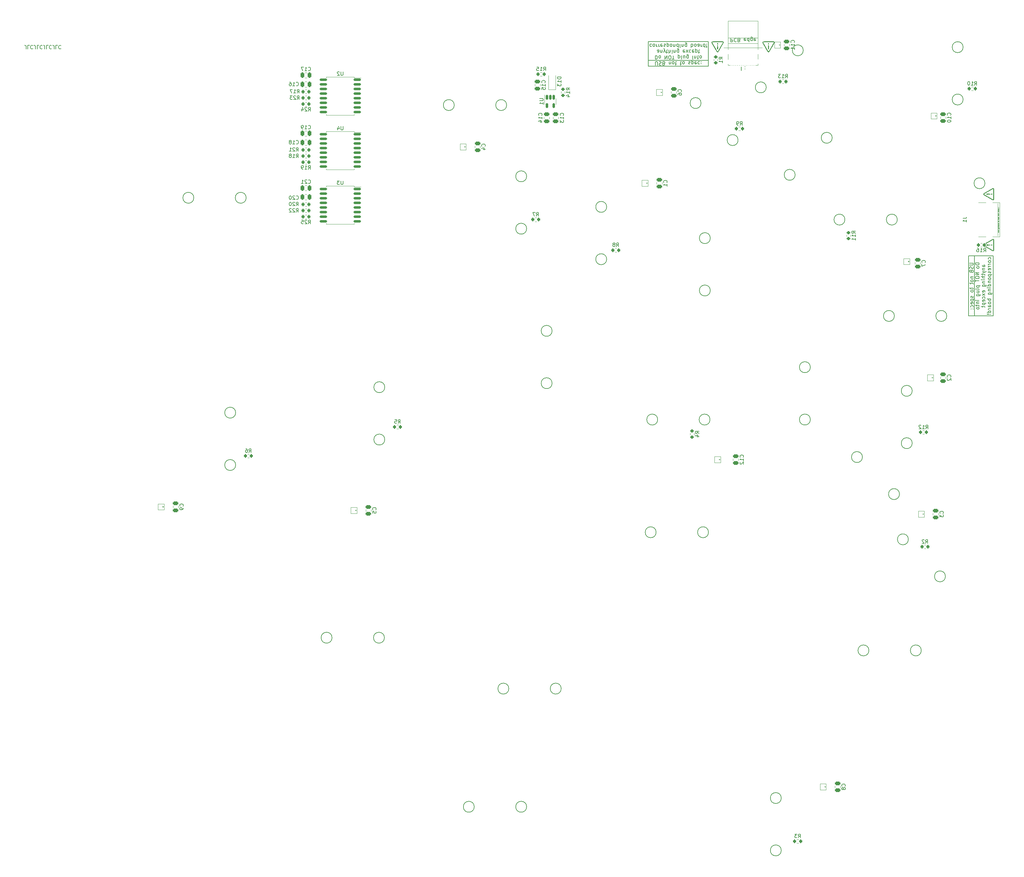
<source format=gbo>
%TF.GenerationSoftware,KiCad,Pcbnew,(6.0.4)*%
%TF.CreationDate,2022-05-26T23:50:18-07:00*%
%TF.ProjectId,bot_L,626f745f-4c2e-46b6-9963-61645f706362,rev?*%
%TF.SameCoordinates,Original*%
%TF.FileFunction,Legend,Bot*%
%TF.FilePolarity,Positive*%
%FSLAX46Y46*%
G04 Gerber Fmt 4.6, Leading zero omitted, Abs format (unit mm)*
G04 Created by KiCad (PCBNEW (6.0.4)) date 2022-05-26 23:50:18*
%MOMM*%
%LPD*%
G01*
G04 APERTURE LIST*
G04 Aperture macros list*
%AMRoundRect*
0 Rectangle with rounded corners*
0 $1 Rounding radius*
0 $2 $3 $4 $5 $6 $7 $8 $9 X,Y pos of 4 corners*
0 Add a 4 corners polygon primitive as box body*
4,1,4,$2,$3,$4,$5,$6,$7,$8,$9,$2,$3,0*
0 Add four circle primitives for the rounded corners*
1,1,$1+$1,$2,$3*
1,1,$1+$1,$4,$5*
1,1,$1+$1,$6,$7*
1,1,$1+$1,$8,$9*
0 Add four rect primitives between the rounded corners*
20,1,$1+$1,$2,$3,$4,$5,0*
20,1,$1+$1,$4,$5,$6,$7,0*
20,1,$1+$1,$6,$7,$8,$9,0*
20,1,$1+$1,$8,$9,$2,$3,0*%
G04 Aperture macros list end*
%ADD10C,0.150000*%
%ADD11C,0.062500*%
%ADD12C,0.120000*%
%ADD13C,0.010000*%
%ADD14C,2.200000*%
%ADD15RoundRect,0.150000X0.875000X0.150000X-0.875000X0.150000X-0.875000X-0.150000X0.875000X-0.150000X0*%
%ADD16RoundRect,0.200000X0.275000X-0.200000X0.275000X0.200000X-0.275000X0.200000X-0.275000X-0.200000X0*%
%ADD17RoundRect,0.200000X0.200000X0.275000X-0.200000X0.275000X-0.200000X-0.275000X0.200000X-0.275000X0*%
%ADD18RoundRect,0.150000X-0.150000X0.512500X-0.150000X-0.512500X0.150000X-0.512500X0.150000X0.512500X0*%
%ADD19RoundRect,0.250000X0.475000X-0.250000X0.475000X0.250000X-0.475000X0.250000X-0.475000X-0.250000X0*%
%ADD20R,0.400000X1.825000*%
%ADD21R,1.200000X1.200000*%
%ADD22R,1.500000X1.200000*%
%ADD23R,0.400000X2.012500*%
%ADD24RoundRect,0.200000X-0.200000X-0.275000X0.200000X-0.275000X0.200000X0.275000X-0.200000X0.275000X0*%
%ADD25RoundRect,0.250000X0.250000X0.475000X-0.250000X0.475000X-0.250000X-0.475000X0.250000X-0.475000X0*%
%ADD26RoundRect,0.250000X-0.475000X0.250000X-0.475000X-0.250000X0.475000X-0.250000X0.475000X0.250000X0*%
%ADD27R,1.200000X0.900000*%
%ADD28C,0.650000*%
%ADD29R,1.450000X0.600000*%
%ADD30R,1.450000X0.300000*%
%ADD31O,2.100000X1.000000*%
%ADD32O,1.600000X1.000000*%
G04 APERTURE END LIST*
D10*
X27880952Y-23047619D02*
X27880952Y-22333333D01*
X27833333Y-22190476D01*
X27738095Y-22095238D01*
X27595238Y-22047619D01*
X27500000Y-22047619D01*
X28833333Y-22047619D02*
X28357142Y-22047619D01*
X28357142Y-23047619D01*
X29738095Y-22142857D02*
X29690476Y-22095238D01*
X29547619Y-22047619D01*
X29452380Y-22047619D01*
X29309523Y-22095238D01*
X29214285Y-22190476D01*
X29166666Y-22285714D01*
X29119047Y-22476190D01*
X29119047Y-22619047D01*
X29166666Y-22809523D01*
X29214285Y-22904761D01*
X29309523Y-23000000D01*
X29452380Y-23047619D01*
X29547619Y-23047619D01*
X29690476Y-23000000D01*
X29738095Y-22952380D01*
X30452380Y-23047619D02*
X30452380Y-22333333D01*
X30404761Y-22190476D01*
X30309523Y-22095238D01*
X30166666Y-22047619D01*
X30071428Y-22047619D01*
X31404761Y-22047619D02*
X30928571Y-22047619D01*
X30928571Y-23047619D01*
X32309523Y-22142857D02*
X32261904Y-22095238D01*
X32119047Y-22047619D01*
X32023809Y-22047619D01*
X31880952Y-22095238D01*
X31785714Y-22190476D01*
X31738095Y-22285714D01*
X31690476Y-22476190D01*
X31690476Y-22619047D01*
X31738095Y-22809523D01*
X31785714Y-22904761D01*
X31880952Y-23000000D01*
X32023809Y-23047619D01*
X32119047Y-23047619D01*
X32261904Y-23000000D01*
X32309523Y-22952380D01*
X33023809Y-23047619D02*
X33023809Y-22333333D01*
X32976190Y-22190476D01*
X32880952Y-22095238D01*
X32738095Y-22047619D01*
X32642857Y-22047619D01*
X33976190Y-22047619D02*
X33500000Y-22047619D01*
X33500000Y-23047619D01*
X34880952Y-22142857D02*
X34833333Y-22095238D01*
X34690476Y-22047619D01*
X34595238Y-22047619D01*
X34452380Y-22095238D01*
X34357142Y-22190476D01*
X34309523Y-22285714D01*
X34261904Y-22476190D01*
X34261904Y-22619047D01*
X34309523Y-22809523D01*
X34357142Y-22904761D01*
X34452380Y-23000000D01*
X34595238Y-23047619D01*
X34690476Y-23047619D01*
X34833333Y-23000000D01*
X34880952Y-22952380D01*
X35595238Y-23047619D02*
X35595238Y-22333333D01*
X35547619Y-22190476D01*
X35452380Y-22095238D01*
X35309523Y-22047619D01*
X35214285Y-22047619D01*
X36547619Y-22047619D02*
X36071428Y-22047619D01*
X36071428Y-23047619D01*
X37452380Y-22142857D02*
X37404761Y-22095238D01*
X37261904Y-22047619D01*
X37166666Y-22047619D01*
X37023809Y-22095238D01*
X36928571Y-22190476D01*
X36880952Y-22285714D01*
X36833333Y-22476190D01*
X36833333Y-22619047D01*
X36880952Y-22809523D01*
X36928571Y-22904761D01*
X37023809Y-23000000D01*
X37166666Y-23047619D01*
X37261904Y-23047619D01*
X37404761Y-23000000D01*
X37452380Y-22952380D01*
X293750000Y-96500000D02*
X287000000Y-96500000D01*
X239317662Y-57682338D02*
G75*
G03*
X239317662Y-57682338I-1500000J0D01*
G01*
X293750000Y-96500000D02*
X293750000Y-80000000D01*
X288600000Y-80000000D02*
X288600000Y-96500000D01*
X293750000Y-80000000D02*
X287000000Y-80000000D01*
X215500000Y-156000000D02*
G75*
G03*
X215500000Y-156000000I-1500000J0D01*
G01*
X216000000Y-75100000D02*
G75*
G03*
X216000000Y-75100000I-1500000J0D01*
G01*
X268000000Y-145500000D02*
G75*
G03*
X268000000Y-145500000I-1500000J0D01*
G01*
X243500000Y-125000000D02*
G75*
G03*
X243500000Y-125000000I-1500000J0D01*
G01*
X172500000Y-115000000D02*
G75*
G03*
X172500000Y-115000000I-1500000J0D01*
G01*
X172500000Y-100600000D02*
G75*
G03*
X172500000Y-100600000I-1500000J0D01*
G01*
X88400000Y-64000000D02*
G75*
G03*
X88400000Y-64000000I-1500000J0D01*
G01*
X201100000Y-156000000D02*
G75*
G03*
X201100000Y-156000000I-1500000J0D01*
G01*
X249500000Y-47500000D02*
G75*
G03*
X249500000Y-47500000I-1500000J0D01*
G01*
X274000000Y-188500000D02*
G75*
G03*
X274000000Y-188500000I-1500000J0D01*
G01*
X145600000Y-38500000D02*
G75*
G03*
X145600000Y-38500000I-1500000J0D01*
G01*
X74000000Y-64000000D02*
G75*
G03*
X74000000Y-64000000I-1500000J0D01*
G01*
X243500000Y-110600000D02*
G75*
G03*
X243500000Y-110600000I-1500000J0D01*
G01*
X198950000Y-27800000D02*
X215450000Y-27800000D01*
X257817662Y-135317662D02*
G75*
G03*
X257817662Y-135317662I-1500000J0D01*
G01*
X216000000Y-89500000D02*
G75*
G03*
X216000000Y-89500000I-1500000J0D01*
G01*
X198950000Y-26200000D02*
X215450000Y-26200000D01*
X198950000Y-21050000D02*
X198950000Y-27800000D01*
X165500000Y-231500000D02*
G75*
G03*
X165500000Y-231500000I-1500000J0D01*
G01*
X175000000Y-199000000D02*
G75*
G03*
X175000000Y-199000000I-1500000J0D01*
G01*
X266600000Y-96500000D02*
G75*
G03*
X266600000Y-96500000I-1500000J0D01*
G01*
X160600000Y-199000000D02*
G75*
G03*
X160600000Y-199000000I-1500000J0D01*
G01*
X259600000Y-188500000D02*
G75*
G03*
X259600000Y-188500000I-1500000J0D01*
G01*
X281000000Y-96500000D02*
G75*
G03*
X281000000Y-96500000I-1500000J0D01*
G01*
X291500000Y-60000000D02*
G75*
G03*
X291500000Y-60000000I-1500000J0D01*
G01*
X287000000Y-80000000D02*
X287000000Y-96500000D01*
X160000000Y-38500000D02*
G75*
G03*
X160000000Y-38500000I-1500000J0D01*
G01*
X215450000Y-21050000D02*
X198950000Y-21050000D01*
X151100000Y-231500000D02*
G75*
G03*
X151100000Y-231500000I-1500000J0D01*
G01*
X215450000Y-21050000D02*
X215450000Y-27800000D01*
X287287380Y-81964285D02*
X288096904Y-81964285D01*
X288192142Y-82011904D01*
X288239761Y-82059523D01*
X288287380Y-82154761D01*
X288287380Y-82345238D01*
X288239761Y-82440476D01*
X288192142Y-82488095D01*
X288096904Y-82535714D01*
X287287380Y-82535714D01*
X288239761Y-82964285D02*
X288287380Y-83107142D01*
X288287380Y-83345238D01*
X288239761Y-83440476D01*
X288192142Y-83488095D01*
X288096904Y-83535714D01*
X288001666Y-83535714D01*
X287906428Y-83488095D01*
X287858809Y-83440476D01*
X287811190Y-83345238D01*
X287763571Y-83154761D01*
X287715952Y-83059523D01*
X287668333Y-83011904D01*
X287573095Y-82964285D01*
X287477857Y-82964285D01*
X287382619Y-83011904D01*
X287335000Y-83059523D01*
X287287380Y-83154761D01*
X287287380Y-83392857D01*
X287335000Y-83535714D01*
X287763571Y-84297619D02*
X287811190Y-84440476D01*
X287858809Y-84488095D01*
X287954047Y-84535714D01*
X288096904Y-84535714D01*
X288192142Y-84488095D01*
X288239761Y-84440476D01*
X288287380Y-84345238D01*
X288287380Y-83964285D01*
X287287380Y-83964285D01*
X287287380Y-84297619D01*
X287335000Y-84392857D01*
X287382619Y-84440476D01*
X287477857Y-84488095D01*
X287573095Y-84488095D01*
X287668333Y-84440476D01*
X287715952Y-84392857D01*
X287763571Y-84297619D01*
X287763571Y-83964285D01*
X287620714Y-85726190D02*
X288287380Y-85726190D01*
X287715952Y-85726190D02*
X287668333Y-85773809D01*
X287620714Y-85869047D01*
X287620714Y-86011904D01*
X287668333Y-86107142D01*
X287763571Y-86154761D01*
X288287380Y-86154761D01*
X288287380Y-86773809D02*
X288239761Y-86678571D01*
X288192142Y-86630952D01*
X288096904Y-86583333D01*
X287811190Y-86583333D01*
X287715952Y-86630952D01*
X287668333Y-86678571D01*
X287620714Y-86773809D01*
X287620714Y-86916666D01*
X287668333Y-87011904D01*
X287715952Y-87059523D01*
X287811190Y-87107142D01*
X288096904Y-87107142D01*
X288192142Y-87059523D01*
X288239761Y-87011904D01*
X288287380Y-86916666D01*
X288287380Y-86773809D01*
X287620714Y-87392857D02*
X287620714Y-87773809D01*
X287287380Y-87535714D02*
X288144523Y-87535714D01*
X288239761Y-87583333D01*
X288287380Y-87678571D01*
X288287380Y-87773809D01*
X287620714Y-88726190D02*
X287620714Y-89107142D01*
X287287380Y-88869047D02*
X288144523Y-88869047D01*
X288239761Y-88916666D01*
X288287380Y-89011904D01*
X288287380Y-89107142D01*
X288287380Y-89583333D02*
X288239761Y-89488095D01*
X288192142Y-89440476D01*
X288096904Y-89392857D01*
X287811190Y-89392857D01*
X287715952Y-89440476D01*
X287668333Y-89488095D01*
X287620714Y-89583333D01*
X287620714Y-89726190D01*
X287668333Y-89821428D01*
X287715952Y-89869047D01*
X287811190Y-89916666D01*
X288096904Y-89916666D01*
X288192142Y-89869047D01*
X288239761Y-89821428D01*
X288287380Y-89726190D01*
X288287380Y-89583333D01*
X288239761Y-91059523D02*
X288287380Y-91154761D01*
X288287380Y-91345238D01*
X288239761Y-91440476D01*
X288144523Y-91488095D01*
X288096904Y-91488095D01*
X288001666Y-91440476D01*
X287954047Y-91345238D01*
X287954047Y-91202380D01*
X287906428Y-91107142D01*
X287811190Y-91059523D01*
X287763571Y-91059523D01*
X287668333Y-91107142D01*
X287620714Y-91202380D01*
X287620714Y-91345238D01*
X287668333Y-91440476D01*
X287620714Y-91916666D02*
X288620714Y-91916666D01*
X287668333Y-91916666D02*
X287620714Y-92011904D01*
X287620714Y-92202380D01*
X287668333Y-92297619D01*
X287715952Y-92345238D01*
X287811190Y-92392857D01*
X288096904Y-92392857D01*
X288192142Y-92345238D01*
X288239761Y-92297619D01*
X288287380Y-92202380D01*
X288287380Y-92011904D01*
X288239761Y-91916666D01*
X288239761Y-93202380D02*
X288287380Y-93107142D01*
X288287380Y-92916666D01*
X288239761Y-92821428D01*
X288144523Y-92773809D01*
X287763571Y-92773809D01*
X287668333Y-92821428D01*
X287620714Y-92916666D01*
X287620714Y-93107142D01*
X287668333Y-93202380D01*
X287763571Y-93250000D01*
X287858809Y-93250000D01*
X287954047Y-92773809D01*
X288239761Y-94107142D02*
X288287380Y-94011904D01*
X288287380Y-93821428D01*
X288239761Y-93726190D01*
X288192142Y-93678571D01*
X288096904Y-93630952D01*
X287811190Y-93630952D01*
X287715952Y-93678571D01*
X287668333Y-93726190D01*
X287620714Y-93821428D01*
X287620714Y-94011904D01*
X287668333Y-94107142D01*
X288192142Y-94535714D02*
X288239761Y-94583333D01*
X288287380Y-94535714D01*
X288239761Y-94488095D01*
X288192142Y-94535714D01*
X288287380Y-94535714D01*
X287668333Y-94535714D02*
X287715952Y-94583333D01*
X287763571Y-94535714D01*
X287715952Y-94488095D01*
X287668333Y-94535714D01*
X287763571Y-94535714D01*
X289897380Y-81916666D02*
X288897380Y-81916666D01*
X288897380Y-82154761D01*
X288945000Y-82297619D01*
X289040238Y-82392857D01*
X289135476Y-82440476D01*
X289325952Y-82488095D01*
X289468809Y-82488095D01*
X289659285Y-82440476D01*
X289754523Y-82392857D01*
X289849761Y-82297619D01*
X289897380Y-82154761D01*
X289897380Y-81916666D01*
X289897380Y-83059523D02*
X289849761Y-82964285D01*
X289802142Y-82916666D01*
X289706904Y-82869047D01*
X289421190Y-82869047D01*
X289325952Y-82916666D01*
X289278333Y-82964285D01*
X289230714Y-83059523D01*
X289230714Y-83202380D01*
X289278333Y-83297619D01*
X289325952Y-83345238D01*
X289421190Y-83392857D01*
X289706904Y-83392857D01*
X289802142Y-83345238D01*
X289849761Y-83297619D01*
X289897380Y-83202380D01*
X289897380Y-83059523D01*
X289897380Y-84583333D02*
X288897380Y-84583333D01*
X289897380Y-85154761D01*
X288897380Y-85154761D01*
X288897380Y-85821428D02*
X288897380Y-86011904D01*
X288945000Y-86107142D01*
X289040238Y-86202380D01*
X289230714Y-86250000D01*
X289564047Y-86250000D01*
X289754523Y-86202380D01*
X289849761Y-86107142D01*
X289897380Y-86011904D01*
X289897380Y-85821428D01*
X289849761Y-85726190D01*
X289754523Y-85630952D01*
X289564047Y-85583333D01*
X289230714Y-85583333D01*
X289040238Y-85630952D01*
X288945000Y-85726190D01*
X288897380Y-85821428D01*
X288897380Y-86535714D02*
X288897380Y-87107142D01*
X289897380Y-86821428D02*
X288897380Y-86821428D01*
X289230714Y-88202380D02*
X290230714Y-88202380D01*
X289278333Y-88202380D02*
X289230714Y-88297619D01*
X289230714Y-88488095D01*
X289278333Y-88583333D01*
X289325952Y-88630952D01*
X289421190Y-88678571D01*
X289706904Y-88678571D01*
X289802142Y-88630952D01*
X289849761Y-88583333D01*
X289897380Y-88488095D01*
X289897380Y-88297619D01*
X289849761Y-88202380D01*
X289897380Y-89250000D02*
X289849761Y-89154761D01*
X289754523Y-89107142D01*
X288897380Y-89107142D01*
X289230714Y-90059523D02*
X289897380Y-90059523D01*
X289230714Y-89630952D02*
X289754523Y-89630952D01*
X289849761Y-89678571D01*
X289897380Y-89773809D01*
X289897380Y-89916666D01*
X289849761Y-90011904D01*
X289802142Y-90059523D01*
X289230714Y-90964285D02*
X290040238Y-90964285D01*
X290135476Y-90916666D01*
X290183095Y-90869047D01*
X290230714Y-90773809D01*
X290230714Y-90630952D01*
X290183095Y-90535714D01*
X289849761Y-90964285D02*
X289897380Y-90869047D01*
X289897380Y-90678571D01*
X289849761Y-90583333D01*
X289802142Y-90535714D01*
X289706904Y-90488095D01*
X289421190Y-90488095D01*
X289325952Y-90535714D01*
X289278333Y-90583333D01*
X289230714Y-90678571D01*
X289230714Y-90869047D01*
X289278333Y-90964285D01*
X289897380Y-92202380D02*
X289230714Y-92202380D01*
X288897380Y-92202380D02*
X288945000Y-92154761D01*
X288992619Y-92202380D01*
X288945000Y-92250000D01*
X288897380Y-92202380D01*
X288992619Y-92202380D01*
X289230714Y-92678571D02*
X289897380Y-92678571D01*
X289325952Y-92678571D02*
X289278333Y-92726190D01*
X289230714Y-92821428D01*
X289230714Y-92964285D01*
X289278333Y-93059523D01*
X289373571Y-93107142D01*
X289897380Y-93107142D01*
X289230714Y-93440476D02*
X289230714Y-93821428D01*
X288897380Y-93583333D02*
X289754523Y-93583333D01*
X289849761Y-93630952D01*
X289897380Y-93726190D01*
X289897380Y-93821428D01*
X289897380Y-94297619D02*
X289849761Y-94202380D01*
X289802142Y-94154761D01*
X289706904Y-94107142D01*
X289421190Y-94107142D01*
X289325952Y-94154761D01*
X289278333Y-94202380D01*
X289230714Y-94297619D01*
X289230714Y-94440476D01*
X289278333Y-94535714D01*
X289325952Y-94583333D01*
X289421190Y-94630952D01*
X289706904Y-94630952D01*
X289802142Y-94583333D01*
X289849761Y-94535714D01*
X289897380Y-94440476D01*
X289897380Y-94297619D01*
X291507380Y-82940476D02*
X290983571Y-82940476D01*
X290888333Y-82892857D01*
X290840714Y-82797619D01*
X290840714Y-82607142D01*
X290888333Y-82511904D01*
X291459761Y-82940476D02*
X291507380Y-82845238D01*
X291507380Y-82607142D01*
X291459761Y-82511904D01*
X291364523Y-82464285D01*
X291269285Y-82464285D01*
X291174047Y-82511904D01*
X291126428Y-82607142D01*
X291126428Y-82845238D01*
X291078809Y-82940476D01*
X290840714Y-83416666D02*
X291507380Y-83416666D01*
X290935952Y-83416666D02*
X290888333Y-83464285D01*
X290840714Y-83559523D01*
X290840714Y-83702380D01*
X290888333Y-83797619D01*
X290983571Y-83845238D01*
X291507380Y-83845238D01*
X290840714Y-84226190D02*
X291507380Y-84464285D01*
X290840714Y-84702380D02*
X291507380Y-84464285D01*
X291745476Y-84369047D01*
X291793095Y-84321428D01*
X291840714Y-84226190D01*
X290840714Y-84940476D02*
X290840714Y-85321428D01*
X290507380Y-85083333D02*
X291364523Y-85083333D01*
X291459761Y-85130952D01*
X291507380Y-85226190D01*
X291507380Y-85321428D01*
X291507380Y-85654761D02*
X290507380Y-85654761D01*
X291507380Y-86083333D02*
X290983571Y-86083333D01*
X290888333Y-86035714D01*
X290840714Y-85940476D01*
X290840714Y-85797619D01*
X290888333Y-85702380D01*
X290935952Y-85654761D01*
X291507380Y-86559523D02*
X290840714Y-86559523D01*
X290507380Y-86559523D02*
X290555000Y-86511904D01*
X290602619Y-86559523D01*
X290555000Y-86607142D01*
X290507380Y-86559523D01*
X290602619Y-86559523D01*
X290840714Y-87035714D02*
X291507380Y-87035714D01*
X290935952Y-87035714D02*
X290888333Y-87083333D01*
X290840714Y-87178571D01*
X290840714Y-87321428D01*
X290888333Y-87416666D01*
X290983571Y-87464285D01*
X291507380Y-87464285D01*
X290840714Y-88369047D02*
X291650238Y-88369047D01*
X291745476Y-88321428D01*
X291793095Y-88273809D01*
X291840714Y-88178571D01*
X291840714Y-88035714D01*
X291793095Y-87940476D01*
X291459761Y-88369047D02*
X291507380Y-88273809D01*
X291507380Y-88083333D01*
X291459761Y-87988095D01*
X291412142Y-87940476D01*
X291316904Y-87892857D01*
X291031190Y-87892857D01*
X290935952Y-87940476D01*
X290888333Y-87988095D01*
X290840714Y-88083333D01*
X290840714Y-88273809D01*
X290888333Y-88369047D01*
X291459761Y-89988095D02*
X291507380Y-89892857D01*
X291507380Y-89702380D01*
X291459761Y-89607142D01*
X291364523Y-89559523D01*
X290983571Y-89559523D01*
X290888333Y-89607142D01*
X290840714Y-89702380D01*
X290840714Y-89892857D01*
X290888333Y-89988095D01*
X290983571Y-90035714D01*
X291078809Y-90035714D01*
X291174047Y-89559523D01*
X291507380Y-90369047D02*
X290840714Y-90892857D01*
X290840714Y-90369047D02*
X291507380Y-90892857D01*
X291459761Y-91702380D02*
X291507380Y-91607142D01*
X291507380Y-91416666D01*
X291459761Y-91321428D01*
X291412142Y-91273809D01*
X291316904Y-91226190D01*
X291031190Y-91226190D01*
X290935952Y-91273809D01*
X290888333Y-91321428D01*
X290840714Y-91416666D01*
X290840714Y-91607142D01*
X290888333Y-91702380D01*
X291459761Y-92511904D02*
X291507380Y-92416666D01*
X291507380Y-92226190D01*
X291459761Y-92130952D01*
X291364523Y-92083333D01*
X290983571Y-92083333D01*
X290888333Y-92130952D01*
X290840714Y-92226190D01*
X290840714Y-92416666D01*
X290888333Y-92511904D01*
X290983571Y-92559523D01*
X291078809Y-92559523D01*
X291174047Y-92083333D01*
X290840714Y-92988095D02*
X291840714Y-92988095D01*
X290888333Y-92988095D02*
X290840714Y-93083333D01*
X290840714Y-93273809D01*
X290888333Y-93369047D01*
X290935952Y-93416666D01*
X291031190Y-93464285D01*
X291316904Y-93464285D01*
X291412142Y-93416666D01*
X291459761Y-93369047D01*
X291507380Y-93273809D01*
X291507380Y-93083333D01*
X291459761Y-92988095D01*
X290840714Y-93749999D02*
X290840714Y-94130952D01*
X290507380Y-93892857D02*
X291364523Y-93892857D01*
X291459761Y-93940476D01*
X291507380Y-94035714D01*
X291507380Y-94130952D01*
X293069761Y-80892857D02*
X293117380Y-80797619D01*
X293117380Y-80607142D01*
X293069761Y-80511904D01*
X293022142Y-80464285D01*
X292926904Y-80416666D01*
X292641190Y-80416666D01*
X292545952Y-80464285D01*
X292498333Y-80511904D01*
X292450714Y-80607142D01*
X292450714Y-80797619D01*
X292498333Y-80892857D01*
X293117380Y-81464285D02*
X293069761Y-81369047D01*
X293022142Y-81321428D01*
X292926904Y-81273809D01*
X292641190Y-81273809D01*
X292545952Y-81321428D01*
X292498333Y-81369047D01*
X292450714Y-81464285D01*
X292450714Y-81607142D01*
X292498333Y-81702380D01*
X292545952Y-81750000D01*
X292641190Y-81797619D01*
X292926904Y-81797619D01*
X293022142Y-81750000D01*
X293069761Y-81702380D01*
X293117380Y-81607142D01*
X293117380Y-81464285D01*
X293117380Y-82226190D02*
X292450714Y-82226190D01*
X292641190Y-82226190D02*
X292545952Y-82273809D01*
X292498333Y-82321428D01*
X292450714Y-82416666D01*
X292450714Y-82511904D01*
X293117380Y-82845238D02*
X292450714Y-82845238D01*
X292641190Y-82845238D02*
X292545952Y-82892857D01*
X292498333Y-82940476D01*
X292450714Y-83035714D01*
X292450714Y-83130952D01*
X293069761Y-83845238D02*
X293117380Y-83750000D01*
X293117380Y-83559523D01*
X293069761Y-83464285D01*
X292974523Y-83416666D01*
X292593571Y-83416666D01*
X292498333Y-83464285D01*
X292450714Y-83559523D01*
X292450714Y-83750000D01*
X292498333Y-83845238D01*
X292593571Y-83892857D01*
X292688809Y-83892857D01*
X292784047Y-83416666D01*
X293069761Y-84273809D02*
X293117380Y-84369047D01*
X293117380Y-84559523D01*
X293069761Y-84654761D01*
X292974523Y-84702380D01*
X292926904Y-84702380D01*
X292831666Y-84654761D01*
X292784047Y-84559523D01*
X292784047Y-84416666D01*
X292736428Y-84321428D01*
X292641190Y-84273809D01*
X292593571Y-84273809D01*
X292498333Y-84321428D01*
X292450714Y-84416666D01*
X292450714Y-84559523D01*
X292498333Y-84654761D01*
X292450714Y-85130952D02*
X293450714Y-85130952D01*
X292498333Y-85130952D02*
X292450714Y-85226190D01*
X292450714Y-85416666D01*
X292498333Y-85511904D01*
X292545952Y-85559523D01*
X292641190Y-85607142D01*
X292926904Y-85607142D01*
X293022142Y-85559523D01*
X293069761Y-85511904D01*
X293117380Y-85416666D01*
X293117380Y-85226190D01*
X293069761Y-85130952D01*
X293117380Y-86178571D02*
X293069761Y-86083333D01*
X293022142Y-86035714D01*
X292926904Y-85988095D01*
X292641190Y-85988095D01*
X292545952Y-86035714D01*
X292498333Y-86083333D01*
X292450714Y-86178571D01*
X292450714Y-86321428D01*
X292498333Y-86416666D01*
X292545952Y-86464285D01*
X292641190Y-86511904D01*
X292926904Y-86511904D01*
X293022142Y-86464285D01*
X293069761Y-86416666D01*
X293117380Y-86321428D01*
X293117380Y-86178571D01*
X292450714Y-86940476D02*
X293117380Y-86940476D01*
X292545952Y-86940476D02*
X292498333Y-86988095D01*
X292450714Y-87083333D01*
X292450714Y-87226190D01*
X292498333Y-87321428D01*
X292593571Y-87369047D01*
X293117380Y-87369047D01*
X293117380Y-88273809D02*
X292117380Y-88273809D01*
X293069761Y-88273809D02*
X293117380Y-88178571D01*
X293117380Y-87988095D01*
X293069761Y-87892857D01*
X293022142Y-87845238D01*
X292926904Y-87797619D01*
X292641190Y-87797619D01*
X292545952Y-87845238D01*
X292498333Y-87892857D01*
X292450714Y-87988095D01*
X292450714Y-88178571D01*
X292498333Y-88273809D01*
X293117380Y-88750000D02*
X292450714Y-88750000D01*
X292117380Y-88750000D02*
X292165000Y-88702380D01*
X292212619Y-88750000D01*
X292165000Y-88797619D01*
X292117380Y-88750000D01*
X292212619Y-88750000D01*
X292450714Y-89226190D02*
X293117380Y-89226190D01*
X292545952Y-89226190D02*
X292498333Y-89273809D01*
X292450714Y-89369047D01*
X292450714Y-89511904D01*
X292498333Y-89607142D01*
X292593571Y-89654761D01*
X293117380Y-89654761D01*
X292450714Y-90559523D02*
X293260238Y-90559523D01*
X293355476Y-90511904D01*
X293403095Y-90464285D01*
X293450714Y-90369047D01*
X293450714Y-90226190D01*
X293403095Y-90130952D01*
X293069761Y-90559523D02*
X293117380Y-90464285D01*
X293117380Y-90273809D01*
X293069761Y-90178571D01*
X293022142Y-90130952D01*
X292926904Y-90083333D01*
X292641190Y-90083333D01*
X292545952Y-90130952D01*
X292498333Y-90178571D01*
X292450714Y-90273809D01*
X292450714Y-90464285D01*
X292498333Y-90559523D01*
X293117380Y-91797619D02*
X292117380Y-91797619D01*
X292498333Y-91797619D02*
X292450714Y-91892857D01*
X292450714Y-92083333D01*
X292498333Y-92178571D01*
X292545952Y-92226190D01*
X292641190Y-92273809D01*
X292926904Y-92273809D01*
X293022142Y-92226190D01*
X293069761Y-92178571D01*
X293117380Y-92083333D01*
X293117380Y-91892857D01*
X293069761Y-91797619D01*
X293117380Y-92845238D02*
X293069761Y-92750000D01*
X293022142Y-92702380D01*
X292926904Y-92654761D01*
X292641190Y-92654761D01*
X292545952Y-92702380D01*
X292498333Y-92750000D01*
X292450714Y-92845238D01*
X292450714Y-92988095D01*
X292498333Y-93083333D01*
X292545952Y-93130952D01*
X292641190Y-93178571D01*
X292926904Y-93178571D01*
X293022142Y-93130952D01*
X293069761Y-93083333D01*
X293117380Y-92988095D01*
X293117380Y-92845238D01*
X293117380Y-94035714D02*
X292593571Y-94035714D01*
X292498333Y-93988095D01*
X292450714Y-93892857D01*
X292450714Y-93702380D01*
X292498333Y-93607142D01*
X293069761Y-94035714D02*
X293117380Y-93940476D01*
X293117380Y-93702380D01*
X293069761Y-93607142D01*
X292974523Y-93559523D01*
X292879285Y-93559523D01*
X292784047Y-93607142D01*
X292736428Y-93702380D01*
X292736428Y-93940476D01*
X292688809Y-94035714D01*
X293117380Y-94511904D02*
X292450714Y-94511904D01*
X292641190Y-94511904D02*
X292545952Y-94559523D01*
X292498333Y-94607142D01*
X292450714Y-94702380D01*
X292450714Y-94797619D01*
X293117380Y-95559523D02*
X292117380Y-95559523D01*
X293069761Y-95559523D02*
X293117380Y-95464285D01*
X293117380Y-95273809D01*
X293069761Y-95178571D01*
X293022142Y-95130952D01*
X292926904Y-95083333D01*
X292641190Y-95083333D01*
X292545952Y-95130952D01*
X292498333Y-95178571D01*
X292450714Y-95273809D01*
X292450714Y-95464285D01*
X292498333Y-95559523D01*
X293022142Y-96035714D02*
X293069761Y-96083333D01*
X293117380Y-96035714D01*
X293069761Y-95988095D01*
X293022142Y-96035714D01*
X293117380Y-96035714D01*
X292736428Y-96035714D02*
X292165000Y-95988095D01*
X292117380Y-96035714D01*
X292165000Y-96083333D01*
X292736428Y-96035714D01*
X292117380Y-96035714D01*
X200914285Y-27512619D02*
X200914285Y-26703095D01*
X200961904Y-26607857D01*
X201009523Y-26560238D01*
X201104761Y-26512619D01*
X201295238Y-26512619D01*
X201390476Y-26560238D01*
X201438095Y-26607857D01*
X201485714Y-26703095D01*
X201485714Y-27512619D01*
X201914285Y-26560238D02*
X202057142Y-26512619D01*
X202295238Y-26512619D01*
X202390476Y-26560238D01*
X202438095Y-26607857D01*
X202485714Y-26703095D01*
X202485714Y-26798333D01*
X202438095Y-26893571D01*
X202390476Y-26941190D01*
X202295238Y-26988809D01*
X202104761Y-27036428D01*
X202009523Y-27084047D01*
X201961904Y-27131666D01*
X201914285Y-27226904D01*
X201914285Y-27322142D01*
X201961904Y-27417380D01*
X202009523Y-27465000D01*
X202104761Y-27512619D01*
X202342857Y-27512619D01*
X202485714Y-27465000D01*
X203247619Y-27036428D02*
X203390476Y-26988809D01*
X203438095Y-26941190D01*
X203485714Y-26845952D01*
X203485714Y-26703095D01*
X203438095Y-26607857D01*
X203390476Y-26560238D01*
X203295238Y-26512619D01*
X202914285Y-26512619D01*
X202914285Y-27512619D01*
X203247619Y-27512619D01*
X203342857Y-27465000D01*
X203390476Y-27417380D01*
X203438095Y-27322142D01*
X203438095Y-27226904D01*
X203390476Y-27131666D01*
X203342857Y-27084047D01*
X203247619Y-27036428D01*
X202914285Y-27036428D01*
X204676190Y-27179285D02*
X204676190Y-26512619D01*
X204676190Y-27084047D02*
X204723809Y-27131666D01*
X204819047Y-27179285D01*
X204961904Y-27179285D01*
X205057142Y-27131666D01*
X205104761Y-27036428D01*
X205104761Y-26512619D01*
X205723809Y-26512619D02*
X205628571Y-26560238D01*
X205580952Y-26607857D01*
X205533333Y-26703095D01*
X205533333Y-26988809D01*
X205580952Y-27084047D01*
X205628571Y-27131666D01*
X205723809Y-27179285D01*
X205866666Y-27179285D01*
X205961904Y-27131666D01*
X206009523Y-27084047D01*
X206057142Y-26988809D01*
X206057142Y-26703095D01*
X206009523Y-26607857D01*
X205961904Y-26560238D01*
X205866666Y-26512619D01*
X205723809Y-26512619D01*
X206342857Y-27179285D02*
X206723809Y-27179285D01*
X206485714Y-27512619D02*
X206485714Y-26655476D01*
X206533333Y-26560238D01*
X206628571Y-26512619D01*
X206723809Y-26512619D01*
X207676190Y-27179285D02*
X208057142Y-27179285D01*
X207819047Y-27512619D02*
X207819047Y-26655476D01*
X207866666Y-26560238D01*
X207961904Y-26512619D01*
X208057142Y-26512619D01*
X208533333Y-26512619D02*
X208438095Y-26560238D01*
X208390476Y-26607857D01*
X208342857Y-26703095D01*
X208342857Y-26988809D01*
X208390476Y-27084047D01*
X208438095Y-27131666D01*
X208533333Y-27179285D01*
X208676190Y-27179285D01*
X208771428Y-27131666D01*
X208819047Y-27084047D01*
X208866666Y-26988809D01*
X208866666Y-26703095D01*
X208819047Y-26607857D01*
X208771428Y-26560238D01*
X208676190Y-26512619D01*
X208533333Y-26512619D01*
X210009523Y-26560238D02*
X210104761Y-26512619D01*
X210295238Y-26512619D01*
X210390476Y-26560238D01*
X210438095Y-26655476D01*
X210438095Y-26703095D01*
X210390476Y-26798333D01*
X210295238Y-26845952D01*
X210152380Y-26845952D01*
X210057142Y-26893571D01*
X210009523Y-26988809D01*
X210009523Y-27036428D01*
X210057142Y-27131666D01*
X210152380Y-27179285D01*
X210295238Y-27179285D01*
X210390476Y-27131666D01*
X210866666Y-27179285D02*
X210866666Y-26179285D01*
X210866666Y-27131666D02*
X210961904Y-27179285D01*
X211152380Y-27179285D01*
X211247619Y-27131666D01*
X211295238Y-27084047D01*
X211342857Y-26988809D01*
X211342857Y-26703095D01*
X211295238Y-26607857D01*
X211247619Y-26560238D01*
X211152380Y-26512619D01*
X210961904Y-26512619D01*
X210866666Y-26560238D01*
X212152380Y-26560238D02*
X212057142Y-26512619D01*
X211866666Y-26512619D01*
X211771428Y-26560238D01*
X211723809Y-26655476D01*
X211723809Y-27036428D01*
X211771428Y-27131666D01*
X211866666Y-27179285D01*
X212057142Y-27179285D01*
X212152380Y-27131666D01*
X212200000Y-27036428D01*
X212200000Y-26941190D01*
X211723809Y-26845952D01*
X213057142Y-26560238D02*
X212961904Y-26512619D01*
X212771428Y-26512619D01*
X212676190Y-26560238D01*
X212628571Y-26607857D01*
X212580952Y-26703095D01*
X212580952Y-26988809D01*
X212628571Y-27084047D01*
X212676190Y-27131666D01*
X212771428Y-27179285D01*
X212961904Y-27179285D01*
X213057142Y-27131666D01*
X213485714Y-26607857D02*
X213533333Y-26560238D01*
X213485714Y-26512619D01*
X213438095Y-26560238D01*
X213485714Y-26607857D01*
X213485714Y-26512619D01*
X213485714Y-27131666D02*
X213533333Y-27084047D01*
X213485714Y-27036428D01*
X213438095Y-27084047D01*
X213485714Y-27131666D01*
X213485714Y-27036428D01*
X200866666Y-24902619D02*
X200866666Y-25902619D01*
X201104761Y-25902619D01*
X201247619Y-25855000D01*
X201342857Y-25759761D01*
X201390476Y-25664523D01*
X201438095Y-25474047D01*
X201438095Y-25331190D01*
X201390476Y-25140714D01*
X201342857Y-25045476D01*
X201247619Y-24950238D01*
X201104761Y-24902619D01*
X200866666Y-24902619D01*
X202009523Y-24902619D02*
X201914285Y-24950238D01*
X201866666Y-24997857D01*
X201819047Y-25093095D01*
X201819047Y-25378809D01*
X201866666Y-25474047D01*
X201914285Y-25521666D01*
X202009523Y-25569285D01*
X202152380Y-25569285D01*
X202247619Y-25521666D01*
X202295238Y-25474047D01*
X202342857Y-25378809D01*
X202342857Y-25093095D01*
X202295238Y-24997857D01*
X202247619Y-24950238D01*
X202152380Y-24902619D01*
X202009523Y-24902619D01*
X203533333Y-24902619D02*
X203533333Y-25902619D01*
X204104761Y-24902619D01*
X204104761Y-25902619D01*
X204771428Y-25902619D02*
X204961904Y-25902619D01*
X205057142Y-25855000D01*
X205152380Y-25759761D01*
X205200000Y-25569285D01*
X205200000Y-25235952D01*
X205152380Y-25045476D01*
X205057142Y-24950238D01*
X204961904Y-24902619D01*
X204771428Y-24902619D01*
X204676190Y-24950238D01*
X204580952Y-25045476D01*
X204533333Y-25235952D01*
X204533333Y-25569285D01*
X204580952Y-25759761D01*
X204676190Y-25855000D01*
X204771428Y-25902619D01*
X205485714Y-25902619D02*
X206057142Y-25902619D01*
X205771428Y-24902619D02*
X205771428Y-25902619D01*
X207152380Y-25569285D02*
X207152380Y-24569285D01*
X207152380Y-25521666D02*
X207247619Y-25569285D01*
X207438095Y-25569285D01*
X207533333Y-25521666D01*
X207580952Y-25474047D01*
X207628571Y-25378809D01*
X207628571Y-25093095D01*
X207580952Y-24997857D01*
X207533333Y-24950238D01*
X207438095Y-24902619D01*
X207247619Y-24902619D01*
X207152380Y-24950238D01*
X208200000Y-24902619D02*
X208104761Y-24950238D01*
X208057142Y-25045476D01*
X208057142Y-25902619D01*
X209009523Y-25569285D02*
X209009523Y-24902619D01*
X208580952Y-25569285D02*
X208580952Y-25045476D01*
X208628571Y-24950238D01*
X208723809Y-24902619D01*
X208866666Y-24902619D01*
X208961904Y-24950238D01*
X209009523Y-24997857D01*
X209914285Y-25569285D02*
X209914285Y-24759761D01*
X209866666Y-24664523D01*
X209819047Y-24616904D01*
X209723809Y-24569285D01*
X209580952Y-24569285D01*
X209485714Y-24616904D01*
X209914285Y-24950238D02*
X209819047Y-24902619D01*
X209628571Y-24902619D01*
X209533333Y-24950238D01*
X209485714Y-24997857D01*
X209438095Y-25093095D01*
X209438095Y-25378809D01*
X209485714Y-25474047D01*
X209533333Y-25521666D01*
X209628571Y-25569285D01*
X209819047Y-25569285D01*
X209914285Y-25521666D01*
X211152380Y-24902619D02*
X211152380Y-25569285D01*
X211152380Y-25902619D02*
X211104761Y-25855000D01*
X211152380Y-25807380D01*
X211200000Y-25855000D01*
X211152380Y-25902619D01*
X211152380Y-25807380D01*
X211628571Y-25569285D02*
X211628571Y-24902619D01*
X211628571Y-25474047D02*
X211676190Y-25521666D01*
X211771428Y-25569285D01*
X211914285Y-25569285D01*
X212009523Y-25521666D01*
X212057142Y-25426428D01*
X212057142Y-24902619D01*
X212390476Y-25569285D02*
X212771428Y-25569285D01*
X212533333Y-25902619D02*
X212533333Y-25045476D01*
X212580952Y-24950238D01*
X212676190Y-24902619D01*
X212771428Y-24902619D01*
X213247619Y-24902619D02*
X213152380Y-24950238D01*
X213104761Y-24997857D01*
X213057142Y-25093095D01*
X213057142Y-25378809D01*
X213104761Y-25474047D01*
X213152380Y-25521666D01*
X213247619Y-25569285D01*
X213390476Y-25569285D01*
X213485714Y-25521666D01*
X213533333Y-25474047D01*
X213580952Y-25378809D01*
X213580952Y-25093095D01*
X213533333Y-24997857D01*
X213485714Y-24950238D01*
X213390476Y-24902619D01*
X213247619Y-24902619D01*
X201890476Y-23292619D02*
X201890476Y-23816428D01*
X201842857Y-23911666D01*
X201747619Y-23959285D01*
X201557142Y-23959285D01*
X201461904Y-23911666D01*
X201890476Y-23340238D02*
X201795238Y-23292619D01*
X201557142Y-23292619D01*
X201461904Y-23340238D01*
X201414285Y-23435476D01*
X201414285Y-23530714D01*
X201461904Y-23625952D01*
X201557142Y-23673571D01*
X201795238Y-23673571D01*
X201890476Y-23721190D01*
X202366666Y-23959285D02*
X202366666Y-23292619D01*
X202366666Y-23864047D02*
X202414285Y-23911666D01*
X202509523Y-23959285D01*
X202652380Y-23959285D01*
X202747619Y-23911666D01*
X202795238Y-23816428D01*
X202795238Y-23292619D01*
X203176190Y-23959285D02*
X203414285Y-23292619D01*
X203652380Y-23959285D02*
X203414285Y-23292619D01*
X203319047Y-23054523D01*
X203271428Y-23006904D01*
X203176190Y-22959285D01*
X203890476Y-23959285D02*
X204271428Y-23959285D01*
X204033333Y-24292619D02*
X204033333Y-23435476D01*
X204080952Y-23340238D01*
X204176190Y-23292619D01*
X204271428Y-23292619D01*
X204604761Y-23292619D02*
X204604761Y-24292619D01*
X205033333Y-23292619D02*
X205033333Y-23816428D01*
X204985714Y-23911666D01*
X204890476Y-23959285D01*
X204747619Y-23959285D01*
X204652380Y-23911666D01*
X204604761Y-23864047D01*
X205509523Y-23292619D02*
X205509523Y-23959285D01*
X205509523Y-24292619D02*
X205461904Y-24245000D01*
X205509523Y-24197380D01*
X205557142Y-24245000D01*
X205509523Y-24292619D01*
X205509523Y-24197380D01*
X205985714Y-23959285D02*
X205985714Y-23292619D01*
X205985714Y-23864047D02*
X206033333Y-23911666D01*
X206128571Y-23959285D01*
X206271428Y-23959285D01*
X206366666Y-23911666D01*
X206414285Y-23816428D01*
X206414285Y-23292619D01*
X207319047Y-23959285D02*
X207319047Y-23149761D01*
X207271428Y-23054523D01*
X207223809Y-23006904D01*
X207128571Y-22959285D01*
X206985714Y-22959285D01*
X206890476Y-23006904D01*
X207319047Y-23340238D02*
X207223809Y-23292619D01*
X207033333Y-23292619D01*
X206938095Y-23340238D01*
X206890476Y-23387857D01*
X206842857Y-23483095D01*
X206842857Y-23768809D01*
X206890476Y-23864047D01*
X206938095Y-23911666D01*
X207033333Y-23959285D01*
X207223809Y-23959285D01*
X207319047Y-23911666D01*
X208938095Y-23340238D02*
X208842857Y-23292619D01*
X208652380Y-23292619D01*
X208557142Y-23340238D01*
X208509523Y-23435476D01*
X208509523Y-23816428D01*
X208557142Y-23911666D01*
X208652380Y-23959285D01*
X208842857Y-23959285D01*
X208938095Y-23911666D01*
X208985714Y-23816428D01*
X208985714Y-23721190D01*
X208509523Y-23625952D01*
X209319047Y-23292619D02*
X209842857Y-23959285D01*
X209319047Y-23959285D02*
X209842857Y-23292619D01*
X210652380Y-23340238D02*
X210557142Y-23292619D01*
X210366666Y-23292619D01*
X210271428Y-23340238D01*
X210223809Y-23387857D01*
X210176190Y-23483095D01*
X210176190Y-23768809D01*
X210223809Y-23864047D01*
X210271428Y-23911666D01*
X210366666Y-23959285D01*
X210557142Y-23959285D01*
X210652380Y-23911666D01*
X211461904Y-23340238D02*
X211366666Y-23292619D01*
X211176190Y-23292619D01*
X211080952Y-23340238D01*
X211033333Y-23435476D01*
X211033333Y-23816428D01*
X211080952Y-23911666D01*
X211176190Y-23959285D01*
X211366666Y-23959285D01*
X211461904Y-23911666D01*
X211509523Y-23816428D01*
X211509523Y-23721190D01*
X211033333Y-23625952D01*
X211938095Y-23959285D02*
X211938095Y-22959285D01*
X211938095Y-23911666D02*
X212033333Y-23959285D01*
X212223809Y-23959285D01*
X212319047Y-23911666D01*
X212366666Y-23864047D01*
X212414285Y-23768809D01*
X212414285Y-23483095D01*
X212366666Y-23387857D01*
X212319047Y-23340238D01*
X212223809Y-23292619D01*
X212033333Y-23292619D01*
X211938095Y-23340238D01*
X212700000Y-23959285D02*
X213080952Y-23959285D01*
X212842857Y-24292619D02*
X212842857Y-23435476D01*
X212890476Y-23340238D01*
X212985714Y-23292619D01*
X213080952Y-23292619D01*
X199842857Y-21730238D02*
X199747619Y-21682619D01*
X199557142Y-21682619D01*
X199461904Y-21730238D01*
X199414285Y-21777857D01*
X199366666Y-21873095D01*
X199366666Y-22158809D01*
X199414285Y-22254047D01*
X199461904Y-22301666D01*
X199557142Y-22349285D01*
X199747619Y-22349285D01*
X199842857Y-22301666D01*
X200414285Y-21682619D02*
X200319047Y-21730238D01*
X200271428Y-21777857D01*
X200223809Y-21873095D01*
X200223809Y-22158809D01*
X200271428Y-22254047D01*
X200319047Y-22301666D01*
X200414285Y-22349285D01*
X200557142Y-22349285D01*
X200652380Y-22301666D01*
X200700000Y-22254047D01*
X200747619Y-22158809D01*
X200747619Y-21873095D01*
X200700000Y-21777857D01*
X200652380Y-21730238D01*
X200557142Y-21682619D01*
X200414285Y-21682619D01*
X201176190Y-21682619D02*
X201176190Y-22349285D01*
X201176190Y-22158809D02*
X201223809Y-22254047D01*
X201271428Y-22301666D01*
X201366666Y-22349285D01*
X201461904Y-22349285D01*
X201795238Y-21682619D02*
X201795238Y-22349285D01*
X201795238Y-22158809D02*
X201842857Y-22254047D01*
X201890476Y-22301666D01*
X201985714Y-22349285D01*
X202080952Y-22349285D01*
X202795238Y-21730238D02*
X202700000Y-21682619D01*
X202509523Y-21682619D01*
X202414285Y-21730238D01*
X202366666Y-21825476D01*
X202366666Y-22206428D01*
X202414285Y-22301666D01*
X202509523Y-22349285D01*
X202700000Y-22349285D01*
X202795238Y-22301666D01*
X202842857Y-22206428D01*
X202842857Y-22111190D01*
X202366666Y-22015952D01*
X203223809Y-21730238D02*
X203319047Y-21682619D01*
X203509523Y-21682619D01*
X203604761Y-21730238D01*
X203652380Y-21825476D01*
X203652380Y-21873095D01*
X203604761Y-21968333D01*
X203509523Y-22015952D01*
X203366666Y-22015952D01*
X203271428Y-22063571D01*
X203223809Y-22158809D01*
X203223809Y-22206428D01*
X203271428Y-22301666D01*
X203366666Y-22349285D01*
X203509523Y-22349285D01*
X203604761Y-22301666D01*
X204080952Y-22349285D02*
X204080952Y-21349285D01*
X204080952Y-22301666D02*
X204176190Y-22349285D01*
X204366666Y-22349285D01*
X204461904Y-22301666D01*
X204509523Y-22254047D01*
X204557142Y-22158809D01*
X204557142Y-21873095D01*
X204509523Y-21777857D01*
X204461904Y-21730238D01*
X204366666Y-21682619D01*
X204176190Y-21682619D01*
X204080952Y-21730238D01*
X205128571Y-21682619D02*
X205033333Y-21730238D01*
X204985714Y-21777857D01*
X204938095Y-21873095D01*
X204938095Y-22158809D01*
X204985714Y-22254047D01*
X205033333Y-22301666D01*
X205128571Y-22349285D01*
X205271428Y-22349285D01*
X205366666Y-22301666D01*
X205414285Y-22254047D01*
X205461904Y-22158809D01*
X205461904Y-21873095D01*
X205414285Y-21777857D01*
X205366666Y-21730238D01*
X205271428Y-21682619D01*
X205128571Y-21682619D01*
X205890476Y-22349285D02*
X205890476Y-21682619D01*
X205890476Y-22254047D02*
X205938095Y-22301666D01*
X206033333Y-22349285D01*
X206176190Y-22349285D01*
X206271428Y-22301666D01*
X206319047Y-22206428D01*
X206319047Y-21682619D01*
X207223809Y-21682619D02*
X207223809Y-22682619D01*
X207223809Y-21730238D02*
X207128571Y-21682619D01*
X206938095Y-21682619D01*
X206842857Y-21730238D01*
X206795238Y-21777857D01*
X206747619Y-21873095D01*
X206747619Y-22158809D01*
X206795238Y-22254047D01*
X206842857Y-22301666D01*
X206938095Y-22349285D01*
X207128571Y-22349285D01*
X207223809Y-22301666D01*
X207700000Y-21682619D02*
X207700000Y-22349285D01*
X207700000Y-22682619D02*
X207652380Y-22635000D01*
X207700000Y-22587380D01*
X207747619Y-22635000D01*
X207700000Y-22682619D01*
X207700000Y-22587380D01*
X208176190Y-22349285D02*
X208176190Y-21682619D01*
X208176190Y-22254047D02*
X208223809Y-22301666D01*
X208319047Y-22349285D01*
X208461904Y-22349285D01*
X208557142Y-22301666D01*
X208604761Y-22206428D01*
X208604761Y-21682619D01*
X209509523Y-22349285D02*
X209509523Y-21539761D01*
X209461904Y-21444523D01*
X209414285Y-21396904D01*
X209319047Y-21349285D01*
X209176190Y-21349285D01*
X209080952Y-21396904D01*
X209509523Y-21730238D02*
X209414285Y-21682619D01*
X209223809Y-21682619D01*
X209128571Y-21730238D01*
X209080952Y-21777857D01*
X209033333Y-21873095D01*
X209033333Y-22158809D01*
X209080952Y-22254047D01*
X209128571Y-22301666D01*
X209223809Y-22349285D01*
X209414285Y-22349285D01*
X209509523Y-22301666D01*
X210747619Y-21682619D02*
X210747619Y-22682619D01*
X210747619Y-22301666D02*
X210842857Y-22349285D01*
X211033333Y-22349285D01*
X211128571Y-22301666D01*
X211176190Y-22254047D01*
X211223809Y-22158809D01*
X211223809Y-21873095D01*
X211176190Y-21777857D01*
X211128571Y-21730238D01*
X211033333Y-21682619D01*
X210842857Y-21682619D01*
X210747619Y-21730238D01*
X211795238Y-21682619D02*
X211700000Y-21730238D01*
X211652380Y-21777857D01*
X211604761Y-21873095D01*
X211604761Y-22158809D01*
X211652380Y-22254047D01*
X211700000Y-22301666D01*
X211795238Y-22349285D01*
X211938095Y-22349285D01*
X212033333Y-22301666D01*
X212080952Y-22254047D01*
X212128571Y-22158809D01*
X212128571Y-21873095D01*
X212080952Y-21777857D01*
X212033333Y-21730238D01*
X211938095Y-21682619D01*
X211795238Y-21682619D01*
X212985714Y-21682619D02*
X212985714Y-22206428D01*
X212938095Y-22301666D01*
X212842857Y-22349285D01*
X212652380Y-22349285D01*
X212557142Y-22301666D01*
X212985714Y-21730238D02*
X212890476Y-21682619D01*
X212652380Y-21682619D01*
X212557142Y-21730238D01*
X212509523Y-21825476D01*
X212509523Y-21920714D01*
X212557142Y-22015952D01*
X212652380Y-22063571D01*
X212890476Y-22063571D01*
X212985714Y-22111190D01*
X213461904Y-21682619D02*
X213461904Y-22349285D01*
X213461904Y-22158809D02*
X213509523Y-22254047D01*
X213557142Y-22301666D01*
X213652380Y-22349285D01*
X213747619Y-22349285D01*
X214509523Y-21682619D02*
X214509523Y-22682619D01*
X214509523Y-21730238D02*
X214414285Y-21682619D01*
X214223809Y-21682619D01*
X214128571Y-21730238D01*
X214080952Y-21777857D01*
X214033333Y-21873095D01*
X214033333Y-22158809D01*
X214080952Y-22254047D01*
X214128571Y-22301666D01*
X214223809Y-22349285D01*
X214414285Y-22349285D01*
X214509523Y-22301666D01*
X214985714Y-21777857D02*
X215033333Y-21730238D01*
X214985714Y-21682619D01*
X214938095Y-21730238D01*
X214985714Y-21777857D01*
X214985714Y-21682619D01*
X214985714Y-22063571D02*
X214938095Y-22635000D01*
X214985714Y-22682619D01*
X215033333Y-22635000D01*
X214985714Y-22063571D01*
X214985714Y-22682619D01*
%TO.C,U2*%
X115011904Y-29352380D02*
X115011904Y-30161904D01*
X114964285Y-30257142D01*
X114916666Y-30304761D01*
X114821428Y-30352380D01*
X114630952Y-30352380D01*
X114535714Y-30304761D01*
X114488095Y-30257142D01*
X114440476Y-30161904D01*
X114440476Y-29352380D01*
X114011904Y-29447619D02*
X113964285Y-29400000D01*
X113869047Y-29352380D01*
X113630952Y-29352380D01*
X113535714Y-29400000D01*
X113488095Y-29447619D01*
X113440476Y-29542857D01*
X113440476Y-29638095D01*
X113488095Y-29780952D01*
X114059523Y-30352380D01*
X113440476Y-30352380D01*
%TO.C,R14*%
X177382380Y-34357142D02*
X176906190Y-34023809D01*
X177382380Y-33785714D02*
X176382380Y-33785714D01*
X176382380Y-34166666D01*
X176430000Y-34261904D01*
X176477619Y-34309523D01*
X176572857Y-34357142D01*
X176715714Y-34357142D01*
X176810952Y-34309523D01*
X176858571Y-34261904D01*
X176906190Y-34166666D01*
X176906190Y-33785714D01*
X177382380Y-35309523D02*
X177382380Y-34738095D01*
X177382380Y-35023809D02*
X176382380Y-35023809D01*
X176525238Y-34928571D01*
X176620476Y-34833333D01*
X176668095Y-34738095D01*
X176715714Y-36166666D02*
X177382380Y-36166666D01*
X176334761Y-35928571D02*
X177049047Y-35690476D01*
X177049047Y-36309523D01*
%TO.C,R15*%
X170142857Y-29022380D02*
X170476190Y-28546190D01*
X170714285Y-29022380D02*
X170714285Y-28022380D01*
X170333333Y-28022380D01*
X170238095Y-28070000D01*
X170190476Y-28117619D01*
X170142857Y-28212857D01*
X170142857Y-28355714D01*
X170190476Y-28450952D01*
X170238095Y-28498571D01*
X170333333Y-28546190D01*
X170714285Y-28546190D01*
X169190476Y-29022380D02*
X169761904Y-29022380D01*
X169476190Y-29022380D02*
X169476190Y-28022380D01*
X169571428Y-28165238D01*
X169666666Y-28260476D01*
X169761904Y-28308095D01*
X168285714Y-28022380D02*
X168761904Y-28022380D01*
X168809523Y-28498571D01*
X168761904Y-28450952D01*
X168666666Y-28403333D01*
X168428571Y-28403333D01*
X168333333Y-28450952D01*
X168285714Y-28498571D01*
X168238095Y-28593809D01*
X168238095Y-28831904D01*
X168285714Y-28927142D01*
X168333333Y-28974761D01*
X168428571Y-29022380D01*
X168666666Y-29022380D01*
X168761904Y-28974761D01*
X168809523Y-28927142D01*
%TO.C,U1*%
X169052380Y-36738095D02*
X169861904Y-36738095D01*
X169957142Y-36785714D01*
X170004761Y-36833333D01*
X170052380Y-36928571D01*
X170052380Y-37119047D01*
X170004761Y-37214285D01*
X169957142Y-37261904D01*
X169861904Y-37309523D01*
X169052380Y-37309523D01*
X170052380Y-38309523D02*
X170052380Y-37738095D01*
X170052380Y-38023809D02*
X169052380Y-38023809D01*
X169195238Y-37928571D01*
X169290476Y-37833333D01*
X169338095Y-37738095D01*
%TO.C,C5*%
X124037142Y-149833333D02*
X124084761Y-149785714D01*
X124132380Y-149642857D01*
X124132380Y-149547619D01*
X124084761Y-149404761D01*
X123989523Y-149309523D01*
X123894285Y-149261904D01*
X123703809Y-149214285D01*
X123560952Y-149214285D01*
X123370476Y-149261904D01*
X123275238Y-149309523D01*
X123180000Y-149404761D01*
X123132380Y-149547619D01*
X123132380Y-149642857D01*
X123180000Y-149785714D01*
X123227619Y-149833333D01*
X123132380Y-150738095D02*
X123132380Y-150261904D01*
X123608571Y-150214285D01*
X123560952Y-150261904D01*
X123513333Y-150357142D01*
X123513333Y-150595238D01*
X123560952Y-150690476D01*
X123608571Y-150738095D01*
X123703809Y-150785714D01*
X123941904Y-150785714D01*
X124037142Y-150738095D01*
X124084761Y-150690476D01*
X124132380Y-150595238D01*
X124132380Y-150357142D01*
X124084761Y-150261904D01*
X124037142Y-150214285D01*
%TO.C,C12*%
X225037142Y-135357142D02*
X225084761Y-135309523D01*
X225132380Y-135166666D01*
X225132380Y-135071428D01*
X225084761Y-134928571D01*
X224989523Y-134833333D01*
X224894285Y-134785714D01*
X224703809Y-134738095D01*
X224560952Y-134738095D01*
X224370476Y-134785714D01*
X224275238Y-134833333D01*
X224180000Y-134928571D01*
X224132380Y-135071428D01*
X224132380Y-135166666D01*
X224180000Y-135309523D01*
X224227619Y-135357142D01*
X225132380Y-136309523D02*
X225132380Y-135738095D01*
X225132380Y-136023809D02*
X224132380Y-136023809D01*
X224275238Y-135928571D01*
X224370476Y-135833333D01*
X224418095Y-135738095D01*
X224227619Y-136690476D02*
X224180000Y-136738095D01*
X224132380Y-136833333D01*
X224132380Y-137071428D01*
X224180000Y-137166666D01*
X224227619Y-137214285D01*
X224322857Y-137261904D01*
X224418095Y-137261904D01*
X224560952Y-137214285D01*
X225132380Y-136642857D01*
X225132380Y-137261904D01*
%TO.C,C9*%
X71037142Y-148833333D02*
X71084761Y-148785714D01*
X71132380Y-148642857D01*
X71132380Y-148547619D01*
X71084761Y-148404761D01*
X70989523Y-148309523D01*
X70894285Y-148261904D01*
X70703809Y-148214285D01*
X70560952Y-148214285D01*
X70370476Y-148261904D01*
X70275238Y-148309523D01*
X70180000Y-148404761D01*
X70132380Y-148547619D01*
X70132380Y-148642857D01*
X70180000Y-148785714D01*
X70227619Y-148833333D01*
X71132380Y-149309523D02*
X71132380Y-149500000D01*
X71084761Y-149595238D01*
X71037142Y-149642857D01*
X70894285Y-149738095D01*
X70703809Y-149785714D01*
X70322857Y-149785714D01*
X70227619Y-149738095D01*
X70180000Y-149690476D01*
X70132380Y-149595238D01*
X70132380Y-149404761D01*
X70180000Y-149309523D01*
X70227619Y-149261904D01*
X70322857Y-149214285D01*
X70560952Y-149214285D01*
X70656190Y-149261904D01*
X70703809Y-149309523D01*
X70751428Y-149404761D01*
X70751428Y-149595238D01*
X70703809Y-149690476D01*
X70656190Y-149738095D01*
X70560952Y-149785714D01*
%TO.C,P1*%
X225738095Y-29012380D02*
X225738095Y-28012380D01*
X225357142Y-28012380D01*
X225261904Y-28060000D01*
X225214285Y-28107619D01*
X225166666Y-28202857D01*
X225166666Y-28345714D01*
X225214285Y-28440952D01*
X225261904Y-28488571D01*
X225357142Y-28536190D01*
X225738095Y-28536190D01*
X224214285Y-29012380D02*
X224785714Y-29012380D01*
X224500000Y-29012380D02*
X224500000Y-28012380D01*
X224595238Y-28155238D01*
X224690476Y-28250476D01*
X224785714Y-28298095D01*
X221595238Y-20107619D02*
X221595238Y-21107619D01*
X221976190Y-21107619D01*
X222071428Y-21060000D01*
X222119047Y-21012380D01*
X222166666Y-20917142D01*
X222166666Y-20774285D01*
X222119047Y-20679047D01*
X222071428Y-20631428D01*
X221976190Y-20583809D01*
X221595238Y-20583809D01*
X223166666Y-20202857D02*
X223119047Y-20155238D01*
X222976190Y-20107619D01*
X222880952Y-20107619D01*
X222738095Y-20155238D01*
X222642857Y-20250476D01*
X222595238Y-20345714D01*
X222547619Y-20536190D01*
X222547619Y-20679047D01*
X222595238Y-20869523D01*
X222642857Y-20964761D01*
X222738095Y-21060000D01*
X222880952Y-21107619D01*
X222976190Y-21107619D01*
X223119047Y-21060000D01*
X223166666Y-21012380D01*
X223928571Y-20631428D02*
X224071428Y-20583809D01*
X224119047Y-20536190D01*
X224166666Y-20440952D01*
X224166666Y-20298095D01*
X224119047Y-20202857D01*
X224071428Y-20155238D01*
X223976190Y-20107619D01*
X223595238Y-20107619D01*
X223595238Y-21107619D01*
X223928571Y-21107619D01*
X224023809Y-21060000D01*
X224071428Y-21012380D01*
X224119047Y-20917142D01*
X224119047Y-20821904D01*
X224071428Y-20726666D01*
X224023809Y-20679047D01*
X223928571Y-20631428D01*
X223595238Y-20631428D01*
X225738095Y-20155238D02*
X225642857Y-20107619D01*
X225452380Y-20107619D01*
X225357142Y-20155238D01*
X225309523Y-20250476D01*
X225309523Y-20631428D01*
X225357142Y-20726666D01*
X225452380Y-20774285D01*
X225642857Y-20774285D01*
X225738095Y-20726666D01*
X225785714Y-20631428D01*
X225785714Y-20536190D01*
X225309523Y-20440952D01*
X226642857Y-20107619D02*
X226642857Y-21107619D01*
X226642857Y-20155238D02*
X226547619Y-20107619D01*
X226357142Y-20107619D01*
X226261904Y-20155238D01*
X226214285Y-20202857D01*
X226166666Y-20298095D01*
X226166666Y-20583809D01*
X226214285Y-20679047D01*
X226261904Y-20726666D01*
X226357142Y-20774285D01*
X226547619Y-20774285D01*
X226642857Y-20726666D01*
X227547619Y-20774285D02*
X227547619Y-19964761D01*
X227500000Y-19869523D01*
X227452380Y-19821904D01*
X227357142Y-19774285D01*
X227214285Y-19774285D01*
X227119047Y-19821904D01*
X227547619Y-20155238D02*
X227452380Y-20107619D01*
X227261904Y-20107619D01*
X227166666Y-20155238D01*
X227119047Y-20202857D01*
X227071428Y-20298095D01*
X227071428Y-20583809D01*
X227119047Y-20679047D01*
X227166666Y-20726666D01*
X227261904Y-20774285D01*
X227452380Y-20774285D01*
X227547619Y-20726666D01*
X228404761Y-20155238D02*
X228309523Y-20107619D01*
X228119047Y-20107619D01*
X228023809Y-20155238D01*
X227976190Y-20250476D01*
X227976190Y-20631428D01*
X228023809Y-20726666D01*
X228119047Y-20774285D01*
X228309523Y-20774285D01*
X228404761Y-20726666D01*
X228452380Y-20631428D01*
X228452380Y-20536190D01*
X227976190Y-20440952D01*
%TO.C,R19*%
X105467857Y-56132380D02*
X105801190Y-55656190D01*
X106039285Y-56132380D02*
X106039285Y-55132380D01*
X105658333Y-55132380D01*
X105563095Y-55180000D01*
X105515476Y-55227619D01*
X105467857Y-55322857D01*
X105467857Y-55465714D01*
X105515476Y-55560952D01*
X105563095Y-55608571D01*
X105658333Y-55656190D01*
X106039285Y-55656190D01*
X104515476Y-56132380D02*
X105086904Y-56132380D01*
X104801190Y-56132380D02*
X104801190Y-55132380D01*
X104896428Y-55275238D01*
X104991666Y-55370476D01*
X105086904Y-55418095D01*
X104039285Y-56132380D02*
X103848809Y-56132380D01*
X103753571Y-56084761D01*
X103705952Y-56037142D01*
X103610714Y-55894285D01*
X103563095Y-55703809D01*
X103563095Y-55322857D01*
X103610714Y-55227619D01*
X103658333Y-55180000D01*
X103753571Y-55132380D01*
X103944047Y-55132380D01*
X104039285Y-55180000D01*
X104086904Y-55227619D01*
X104134523Y-55322857D01*
X104134523Y-55560952D01*
X104086904Y-55656190D01*
X104039285Y-55703809D01*
X103944047Y-55751428D01*
X103753571Y-55751428D01*
X103658333Y-55703809D01*
X103610714Y-55656190D01*
X103563095Y-55560952D01*
%TO.C,C16*%
X102142857Y-33107142D02*
X102190476Y-33154761D01*
X102333333Y-33202380D01*
X102428571Y-33202380D01*
X102571428Y-33154761D01*
X102666666Y-33059523D01*
X102714285Y-32964285D01*
X102761904Y-32773809D01*
X102761904Y-32630952D01*
X102714285Y-32440476D01*
X102666666Y-32345238D01*
X102571428Y-32250000D01*
X102428571Y-32202380D01*
X102333333Y-32202380D01*
X102190476Y-32250000D01*
X102142857Y-32297619D01*
X101190476Y-33202380D02*
X101761904Y-33202380D01*
X101476190Y-33202380D02*
X101476190Y-32202380D01*
X101571428Y-32345238D01*
X101666666Y-32440476D01*
X101761904Y-32488095D01*
X100333333Y-32202380D02*
X100523809Y-32202380D01*
X100619047Y-32250000D01*
X100666666Y-32297619D01*
X100761904Y-32440476D01*
X100809523Y-32630952D01*
X100809523Y-33011904D01*
X100761904Y-33107142D01*
X100714285Y-33154761D01*
X100619047Y-33202380D01*
X100428571Y-33202380D01*
X100333333Y-33154761D01*
X100285714Y-33107142D01*
X100238095Y-33011904D01*
X100238095Y-32773809D01*
X100285714Y-32678571D01*
X100333333Y-32630952D01*
X100428571Y-32583333D01*
X100619047Y-32583333D01*
X100714285Y-32630952D01*
X100761904Y-32678571D01*
X100809523Y-32773809D01*
%TO.C,R21*%
X102142857Y-51202380D02*
X102476190Y-50726190D01*
X102714285Y-51202380D02*
X102714285Y-50202380D01*
X102333333Y-50202380D01*
X102238095Y-50250000D01*
X102190476Y-50297619D01*
X102142857Y-50392857D01*
X102142857Y-50535714D01*
X102190476Y-50630952D01*
X102238095Y-50678571D01*
X102333333Y-50726190D01*
X102714285Y-50726190D01*
X101761904Y-50297619D02*
X101714285Y-50250000D01*
X101619047Y-50202380D01*
X101380952Y-50202380D01*
X101285714Y-50250000D01*
X101238095Y-50297619D01*
X101190476Y-50392857D01*
X101190476Y-50488095D01*
X101238095Y-50630952D01*
X101809523Y-51202380D01*
X101190476Y-51202380D01*
X100238095Y-51202380D02*
X100809523Y-51202380D01*
X100523809Y-51202380D02*
X100523809Y-50202380D01*
X100619047Y-50345238D01*
X100714285Y-50440476D01*
X100809523Y-50488095D01*
%TO.C,R20*%
X102142857Y-66202380D02*
X102476190Y-65726190D01*
X102714285Y-66202380D02*
X102714285Y-65202380D01*
X102333333Y-65202380D01*
X102238095Y-65250000D01*
X102190476Y-65297619D01*
X102142857Y-65392857D01*
X102142857Y-65535714D01*
X102190476Y-65630952D01*
X102238095Y-65678571D01*
X102333333Y-65726190D01*
X102714285Y-65726190D01*
X101761904Y-65297619D02*
X101714285Y-65250000D01*
X101619047Y-65202380D01*
X101380952Y-65202380D01*
X101285714Y-65250000D01*
X101238095Y-65297619D01*
X101190476Y-65392857D01*
X101190476Y-65488095D01*
X101238095Y-65630952D01*
X101809523Y-66202380D01*
X101190476Y-66202380D01*
X100571428Y-65202380D02*
X100476190Y-65202380D01*
X100380952Y-65250000D01*
X100333333Y-65297619D01*
X100285714Y-65392857D01*
X100238095Y-65583333D01*
X100238095Y-65821428D01*
X100285714Y-66011904D01*
X100333333Y-66107142D01*
X100380952Y-66154761D01*
X100476190Y-66202380D01*
X100571428Y-66202380D01*
X100666666Y-66154761D01*
X100714285Y-66107142D01*
X100761904Y-66011904D01*
X100809523Y-65821428D01*
X100809523Y-65583333D01*
X100761904Y-65392857D01*
X100714285Y-65297619D01*
X100666666Y-65250000D01*
X100571428Y-65202380D01*
%TO.C,U3*%
X115011904Y-59352380D02*
X115011904Y-60161904D01*
X114964285Y-60257142D01*
X114916666Y-60304761D01*
X114821428Y-60352380D01*
X114630952Y-60352380D01*
X114535714Y-60304761D01*
X114488095Y-60257142D01*
X114440476Y-60161904D01*
X114440476Y-59352380D01*
X114059523Y-59352380D02*
X113440476Y-59352380D01*
X113773809Y-59733333D01*
X113630952Y-59733333D01*
X113535714Y-59780952D01*
X113488095Y-59828571D01*
X113440476Y-59923809D01*
X113440476Y-60161904D01*
X113488095Y-60257142D01*
X113535714Y-60304761D01*
X113630952Y-60352380D01*
X113916666Y-60352380D01*
X114011904Y-60304761D01*
X114059523Y-60257142D01*
%TO.C,C13*%
X175607142Y-41357142D02*
X175654761Y-41309523D01*
X175702380Y-41166666D01*
X175702380Y-41071428D01*
X175654761Y-40928571D01*
X175559523Y-40833333D01*
X175464285Y-40785714D01*
X175273809Y-40738095D01*
X175130952Y-40738095D01*
X174940476Y-40785714D01*
X174845238Y-40833333D01*
X174750000Y-40928571D01*
X174702380Y-41071428D01*
X174702380Y-41166666D01*
X174750000Y-41309523D01*
X174797619Y-41357142D01*
X175702380Y-42309523D02*
X175702380Y-41738095D01*
X175702380Y-42023809D02*
X174702380Y-42023809D01*
X174845238Y-41928571D01*
X174940476Y-41833333D01*
X174988095Y-41738095D01*
X174702380Y-42642857D02*
X174702380Y-43261904D01*
X175083333Y-42928571D01*
X175083333Y-43071428D01*
X175130952Y-43166666D01*
X175178571Y-43214285D01*
X175273809Y-43261904D01*
X175511904Y-43261904D01*
X175607142Y-43214285D01*
X175654761Y-43166666D01*
X175702380Y-43071428D01*
X175702380Y-42785714D01*
X175654761Y-42690476D01*
X175607142Y-42642857D01*
%TO.C,C14*%
X169677142Y-41357142D02*
X169724761Y-41309523D01*
X169772380Y-41166666D01*
X169772380Y-41071428D01*
X169724761Y-40928571D01*
X169629523Y-40833333D01*
X169534285Y-40785714D01*
X169343809Y-40738095D01*
X169200952Y-40738095D01*
X169010476Y-40785714D01*
X168915238Y-40833333D01*
X168820000Y-40928571D01*
X168772380Y-41071428D01*
X168772380Y-41166666D01*
X168820000Y-41309523D01*
X168867619Y-41357142D01*
X169772380Y-42309523D02*
X169772380Y-41738095D01*
X169772380Y-42023809D02*
X168772380Y-42023809D01*
X168915238Y-41928571D01*
X169010476Y-41833333D01*
X169058095Y-41738095D01*
X169105714Y-43166666D02*
X169772380Y-43166666D01*
X168724761Y-42928571D02*
X169439047Y-42690476D01*
X169439047Y-43309523D01*
%TO.C,C7*%
X275037142Y-81833333D02*
X275084761Y-81785714D01*
X275132380Y-81642857D01*
X275132380Y-81547619D01*
X275084761Y-81404761D01*
X274989523Y-81309523D01*
X274894285Y-81261904D01*
X274703809Y-81214285D01*
X274560952Y-81214285D01*
X274370476Y-81261904D01*
X274275238Y-81309523D01*
X274180000Y-81404761D01*
X274132380Y-81547619D01*
X274132380Y-81642857D01*
X274180000Y-81785714D01*
X274227619Y-81833333D01*
X274132380Y-82166666D02*
X274132380Y-82833333D01*
X275132380Y-82404761D01*
%TO.C,C8*%
X253037142Y-225833333D02*
X253084761Y-225785714D01*
X253132380Y-225642857D01*
X253132380Y-225547619D01*
X253084761Y-225404761D01*
X252989523Y-225309523D01*
X252894285Y-225261904D01*
X252703809Y-225214285D01*
X252560952Y-225214285D01*
X252370476Y-225261904D01*
X252275238Y-225309523D01*
X252180000Y-225404761D01*
X252132380Y-225547619D01*
X252132380Y-225642857D01*
X252180000Y-225785714D01*
X252227619Y-225833333D01*
X252560952Y-226404761D02*
X252513333Y-226309523D01*
X252465714Y-226261904D01*
X252370476Y-226214285D01*
X252322857Y-226214285D01*
X252227619Y-226261904D01*
X252180000Y-226309523D01*
X252132380Y-226404761D01*
X252132380Y-226595238D01*
X252180000Y-226690476D01*
X252227619Y-226738095D01*
X252322857Y-226785714D01*
X252370476Y-226785714D01*
X252465714Y-226738095D01*
X252513333Y-226690476D01*
X252560952Y-226595238D01*
X252560952Y-226404761D01*
X252608571Y-226309523D01*
X252656190Y-226261904D01*
X252751428Y-226214285D01*
X252941904Y-226214285D01*
X253037142Y-226261904D01*
X253084761Y-226309523D01*
X253132380Y-226404761D01*
X253132380Y-226595238D01*
X253084761Y-226690476D01*
X253037142Y-226738095D01*
X252941904Y-226785714D01*
X252751428Y-226785714D01*
X252656190Y-226738095D01*
X252608571Y-226690476D01*
X252560952Y-226595238D01*
%TO.C,C2*%
X282037142Y-113333333D02*
X282084761Y-113285714D01*
X282132380Y-113142857D01*
X282132380Y-113047619D01*
X282084761Y-112904761D01*
X281989523Y-112809523D01*
X281894285Y-112761904D01*
X281703809Y-112714285D01*
X281560952Y-112714285D01*
X281370476Y-112761904D01*
X281275238Y-112809523D01*
X281180000Y-112904761D01*
X281132380Y-113047619D01*
X281132380Y-113142857D01*
X281180000Y-113285714D01*
X281227619Y-113333333D01*
X281227619Y-113714285D02*
X281180000Y-113761904D01*
X281132380Y-113857142D01*
X281132380Y-114095238D01*
X281180000Y-114190476D01*
X281227619Y-114238095D01*
X281322857Y-114285714D01*
X281418095Y-114285714D01*
X281560952Y-114238095D01*
X282132380Y-113666666D01*
X282132380Y-114285714D01*
%TO.C,R7*%
X168166666Y-69022380D02*
X168500000Y-68546190D01*
X168738095Y-69022380D02*
X168738095Y-68022380D01*
X168357142Y-68022380D01*
X168261904Y-68070000D01*
X168214285Y-68117619D01*
X168166666Y-68212857D01*
X168166666Y-68355714D01*
X168214285Y-68450952D01*
X168261904Y-68498571D01*
X168357142Y-68546190D01*
X168738095Y-68546190D01*
X167833333Y-68022380D02*
X167166666Y-68022380D01*
X167595238Y-69022380D01*
%TO.C,C20*%
X102142857Y-64357142D02*
X102190476Y-64404761D01*
X102333333Y-64452380D01*
X102428571Y-64452380D01*
X102571428Y-64404761D01*
X102666666Y-64309523D01*
X102714285Y-64214285D01*
X102761904Y-64023809D01*
X102761904Y-63880952D01*
X102714285Y-63690476D01*
X102666666Y-63595238D01*
X102571428Y-63500000D01*
X102428571Y-63452380D01*
X102333333Y-63452380D01*
X102190476Y-63500000D01*
X102142857Y-63547619D01*
X101761904Y-63547619D02*
X101714285Y-63500000D01*
X101619047Y-63452380D01*
X101380952Y-63452380D01*
X101285714Y-63500000D01*
X101238095Y-63547619D01*
X101190476Y-63642857D01*
X101190476Y-63738095D01*
X101238095Y-63880952D01*
X101809523Y-64452380D01*
X101190476Y-64452380D01*
X100571428Y-63452380D02*
X100476190Y-63452380D01*
X100380952Y-63500000D01*
X100333333Y-63547619D01*
X100285714Y-63642857D01*
X100238095Y-63833333D01*
X100238095Y-64071428D01*
X100285714Y-64261904D01*
X100333333Y-64357142D01*
X100380952Y-64404761D01*
X100476190Y-64452380D01*
X100571428Y-64452380D01*
X100666666Y-64404761D01*
X100714285Y-64357142D01*
X100761904Y-64261904D01*
X100809523Y-64071428D01*
X100809523Y-63833333D01*
X100761904Y-63642857D01*
X100714285Y-63547619D01*
X100666666Y-63500000D01*
X100571428Y-63452380D01*
%TO.C,R10*%
X288642857Y-33022380D02*
X288976190Y-32546190D01*
X289214285Y-33022380D02*
X289214285Y-32022380D01*
X288833333Y-32022380D01*
X288738095Y-32070000D01*
X288690476Y-32117619D01*
X288642857Y-32212857D01*
X288642857Y-32355714D01*
X288690476Y-32450952D01*
X288738095Y-32498571D01*
X288833333Y-32546190D01*
X289214285Y-32546190D01*
X287690476Y-33022380D02*
X288261904Y-33022380D01*
X287976190Y-33022380D02*
X287976190Y-32022380D01*
X288071428Y-32165238D01*
X288166666Y-32260476D01*
X288261904Y-32308095D01*
X287071428Y-32022380D02*
X286976190Y-32022380D01*
X286880952Y-32070000D01*
X286833333Y-32117619D01*
X286785714Y-32212857D01*
X286738095Y-32403333D01*
X286738095Y-32641428D01*
X286785714Y-32831904D01*
X286833333Y-32927142D01*
X286880952Y-32974761D01*
X286976190Y-33022380D01*
X287071428Y-33022380D01*
X287166666Y-32974761D01*
X287214285Y-32927142D01*
X287261904Y-32831904D01*
X287309523Y-32641428D01*
X287309523Y-32403333D01*
X287261904Y-32212857D01*
X287214285Y-32117619D01*
X287166666Y-32070000D01*
X287071428Y-32022380D01*
%TO.C,C19*%
X105467857Y-44977142D02*
X105515476Y-45024761D01*
X105658333Y-45072380D01*
X105753571Y-45072380D01*
X105896428Y-45024761D01*
X105991666Y-44929523D01*
X106039285Y-44834285D01*
X106086904Y-44643809D01*
X106086904Y-44500952D01*
X106039285Y-44310476D01*
X105991666Y-44215238D01*
X105896428Y-44120000D01*
X105753571Y-44072380D01*
X105658333Y-44072380D01*
X105515476Y-44120000D01*
X105467857Y-44167619D01*
X104515476Y-45072380D02*
X105086904Y-45072380D01*
X104801190Y-45072380D02*
X104801190Y-44072380D01*
X104896428Y-44215238D01*
X104991666Y-44310476D01*
X105086904Y-44358095D01*
X104039285Y-45072380D02*
X103848809Y-45072380D01*
X103753571Y-45024761D01*
X103705952Y-44977142D01*
X103610714Y-44834285D01*
X103563095Y-44643809D01*
X103563095Y-44262857D01*
X103610714Y-44167619D01*
X103658333Y-44120000D01*
X103753571Y-44072380D01*
X103944047Y-44072380D01*
X104039285Y-44120000D01*
X104086904Y-44167619D01*
X104134523Y-44262857D01*
X104134523Y-44500952D01*
X104086904Y-44596190D01*
X104039285Y-44643809D01*
X103944047Y-44691428D01*
X103753571Y-44691428D01*
X103658333Y-44643809D01*
X103610714Y-44596190D01*
X103563095Y-44500952D01*
%TO.C,R5*%
X130166666Y-126022380D02*
X130500000Y-125546190D01*
X130738095Y-126022380D02*
X130738095Y-125022380D01*
X130357142Y-125022380D01*
X130261904Y-125070000D01*
X130214285Y-125117619D01*
X130166666Y-125212857D01*
X130166666Y-125355714D01*
X130214285Y-125450952D01*
X130261904Y-125498571D01*
X130357142Y-125546190D01*
X130738095Y-125546190D01*
X129261904Y-125022380D02*
X129738095Y-125022380D01*
X129785714Y-125498571D01*
X129738095Y-125450952D01*
X129642857Y-125403333D01*
X129404761Y-125403333D01*
X129309523Y-125450952D01*
X129261904Y-125498571D01*
X129214285Y-125593809D01*
X129214285Y-125831904D01*
X129261904Y-125927142D01*
X129309523Y-125974761D01*
X129404761Y-126022380D01*
X129642857Y-126022380D01*
X129738095Y-125974761D01*
X129785714Y-125927142D01*
%TO.C,R11*%
X255882380Y-73766234D02*
X255406190Y-73432901D01*
X255882380Y-73194806D02*
X254882380Y-73194806D01*
X254882380Y-73575758D01*
X254930000Y-73670996D01*
X254977619Y-73718615D01*
X255072857Y-73766234D01*
X255215714Y-73766234D01*
X255310952Y-73718615D01*
X255358571Y-73670996D01*
X255406190Y-73575758D01*
X255406190Y-73194806D01*
X255882380Y-74718615D02*
X255882380Y-74147187D01*
X255882380Y-74432901D02*
X254882380Y-74432901D01*
X255025238Y-74337663D01*
X255120476Y-74242425D01*
X255168095Y-74147187D01*
X255882380Y-75670996D02*
X255882380Y-75099568D01*
X255882380Y-75385282D02*
X254882380Y-75385282D01*
X255025238Y-75290044D01*
X255120476Y-75194806D01*
X255168095Y-75099568D01*
%TO.C,R9*%
X224166666Y-44022380D02*
X224500000Y-43546190D01*
X224738095Y-44022380D02*
X224738095Y-43022380D01*
X224357142Y-43022380D01*
X224261904Y-43070000D01*
X224214285Y-43117619D01*
X224166666Y-43212857D01*
X224166666Y-43355714D01*
X224214285Y-43450952D01*
X224261904Y-43498571D01*
X224357142Y-43546190D01*
X224738095Y-43546190D01*
X223690476Y-44022380D02*
X223500000Y-44022380D01*
X223404761Y-43974761D01*
X223357142Y-43927142D01*
X223261904Y-43784285D01*
X223214285Y-43593809D01*
X223214285Y-43212857D01*
X223261904Y-43117619D01*
X223309523Y-43070000D01*
X223404761Y-43022380D01*
X223595238Y-43022380D01*
X223690476Y-43070000D01*
X223738095Y-43117619D01*
X223785714Y-43212857D01*
X223785714Y-43450952D01*
X223738095Y-43546190D01*
X223690476Y-43593809D01*
X223595238Y-43641428D01*
X223404761Y-43641428D01*
X223309523Y-43593809D01*
X223261904Y-43546190D01*
X223214285Y-43450952D01*
%TO.C,D13*%
X174952380Y-30785714D02*
X173952380Y-30785714D01*
X173952380Y-31023809D01*
X174000000Y-31166666D01*
X174095238Y-31261904D01*
X174190476Y-31309523D01*
X174380952Y-31357142D01*
X174523809Y-31357142D01*
X174714285Y-31309523D01*
X174809523Y-31261904D01*
X174904761Y-31166666D01*
X174952380Y-31023809D01*
X174952380Y-30785714D01*
X174952380Y-32309523D02*
X174952380Y-31738095D01*
X174952380Y-32023809D02*
X173952380Y-32023809D01*
X174095238Y-31928571D01*
X174190476Y-31833333D01*
X174238095Y-31738095D01*
X173952380Y-32642857D02*
X173952380Y-33261904D01*
X174333333Y-32928571D01*
X174333333Y-33071428D01*
X174380952Y-33166666D01*
X174428571Y-33214285D01*
X174523809Y-33261904D01*
X174761904Y-33261904D01*
X174857142Y-33214285D01*
X174904761Y-33166666D01*
X174952380Y-33071428D01*
X174952380Y-32785714D01*
X174904761Y-32690476D01*
X174857142Y-32642857D01*
%TO.C,R24*%
X105467857Y-40132380D02*
X105801190Y-39656190D01*
X106039285Y-40132380D02*
X106039285Y-39132380D01*
X105658333Y-39132380D01*
X105563095Y-39180000D01*
X105515476Y-39227619D01*
X105467857Y-39322857D01*
X105467857Y-39465714D01*
X105515476Y-39560952D01*
X105563095Y-39608571D01*
X105658333Y-39656190D01*
X106039285Y-39656190D01*
X105086904Y-39227619D02*
X105039285Y-39180000D01*
X104944047Y-39132380D01*
X104705952Y-39132380D01*
X104610714Y-39180000D01*
X104563095Y-39227619D01*
X104515476Y-39322857D01*
X104515476Y-39418095D01*
X104563095Y-39560952D01*
X105134523Y-40132380D01*
X104515476Y-40132380D01*
X103658333Y-39465714D02*
X103658333Y-40132380D01*
X103896428Y-39084761D02*
X104134523Y-39799047D01*
X103515476Y-39799047D01*
%TO.C,R4*%
X212882380Y-128833333D02*
X212406190Y-128500000D01*
X212882380Y-128261904D02*
X211882380Y-128261904D01*
X211882380Y-128642857D01*
X211930000Y-128738095D01*
X211977619Y-128785714D01*
X212072857Y-128833333D01*
X212215714Y-128833333D01*
X212310952Y-128785714D01*
X212358571Y-128738095D01*
X212406190Y-128642857D01*
X212406190Y-128261904D01*
X212215714Y-129690476D02*
X212882380Y-129690476D01*
X211834761Y-129452380D02*
X212549047Y-129214285D01*
X212549047Y-129833333D01*
%TO.C,J1*%
X285437380Y-69666666D02*
X286151666Y-69666666D01*
X286294523Y-69619047D01*
X286389761Y-69523809D01*
X286437380Y-69380952D01*
X286437380Y-69285714D01*
X286437380Y-70666666D02*
X286437380Y-70095238D01*
X286437380Y-70380952D02*
X285437380Y-70380952D01*
X285580238Y-70285714D01*
X285675476Y-70190476D01*
X285723095Y-70095238D01*
D11*
X295063095Y-66500000D02*
X295063095Y-66666666D01*
X295313095Y-66559523D01*
X295289285Y-66761904D02*
X295301190Y-66773809D01*
X295313095Y-66761904D01*
X295301190Y-66750000D01*
X295289285Y-66761904D01*
X295313095Y-66761904D01*
X295063095Y-66857142D02*
X295063095Y-67011904D01*
X295158333Y-66928571D01*
X295158333Y-66964285D01*
X295170238Y-66988095D01*
X295182142Y-67000000D01*
X295205952Y-67011904D01*
X295265476Y-67011904D01*
X295289285Y-67000000D01*
X295301190Y-66988095D01*
X295313095Y-66964285D01*
X295313095Y-66892857D01*
X295301190Y-66869047D01*
X295289285Y-66857142D01*
X295063095Y-67238095D02*
X295063095Y-67119047D01*
X295182142Y-67107142D01*
X295170238Y-67119047D01*
X295158333Y-67142857D01*
X295158333Y-67202380D01*
X295170238Y-67226190D01*
X295182142Y-67238095D01*
X295205952Y-67250000D01*
X295265476Y-67250000D01*
X295289285Y-67238095D01*
X295301190Y-67226190D01*
X295313095Y-67202380D01*
X295313095Y-67142857D01*
X295301190Y-67119047D01*
X295289285Y-67107142D01*
X295313095Y-67357142D02*
X295146428Y-67357142D01*
X295170238Y-67357142D02*
X295158333Y-67369047D01*
X295146428Y-67392857D01*
X295146428Y-67428571D01*
X295158333Y-67452380D01*
X295182142Y-67464285D01*
X295313095Y-67464285D01*
X295182142Y-67464285D02*
X295158333Y-67476190D01*
X295146428Y-67500000D01*
X295146428Y-67535714D01*
X295158333Y-67559523D01*
X295182142Y-67571428D01*
X295313095Y-67571428D01*
X295313095Y-67690476D02*
X295146428Y-67690476D01*
X295170238Y-67690476D02*
X295158333Y-67702380D01*
X295146428Y-67726190D01*
X295146428Y-67761904D01*
X295158333Y-67785714D01*
X295182142Y-67797619D01*
X295313095Y-67797619D01*
X295182142Y-67797619D02*
X295158333Y-67809523D01*
X295146428Y-67833333D01*
X295146428Y-67869047D01*
X295158333Y-67892857D01*
X295182142Y-67904761D01*
X295313095Y-67904761D01*
X295146428Y-68178571D02*
X295146428Y-68273809D01*
X295313095Y-68214285D02*
X295098809Y-68214285D01*
X295075000Y-68226190D01*
X295063095Y-68250000D01*
X295063095Y-68273809D01*
X295313095Y-68357142D02*
X295146428Y-68357142D01*
X295194047Y-68357142D02*
X295170238Y-68369047D01*
X295158333Y-68380952D01*
X295146428Y-68404761D01*
X295146428Y-68428571D01*
X295313095Y-68547619D02*
X295301190Y-68523809D01*
X295289285Y-68511904D01*
X295265476Y-68500000D01*
X295194047Y-68500000D01*
X295170238Y-68511904D01*
X295158333Y-68523809D01*
X295146428Y-68547619D01*
X295146428Y-68583333D01*
X295158333Y-68607142D01*
X295170238Y-68619047D01*
X295194047Y-68630952D01*
X295265476Y-68630952D01*
X295289285Y-68619047D01*
X295301190Y-68607142D01*
X295313095Y-68583333D01*
X295313095Y-68547619D01*
X295313095Y-68738095D02*
X295146428Y-68738095D01*
X295170238Y-68738095D02*
X295158333Y-68750000D01*
X295146428Y-68773809D01*
X295146428Y-68809523D01*
X295158333Y-68833333D01*
X295182142Y-68845238D01*
X295313095Y-68845238D01*
X295182142Y-68845238D02*
X295158333Y-68857142D01*
X295146428Y-68880952D01*
X295146428Y-68916666D01*
X295158333Y-68940476D01*
X295182142Y-68952380D01*
X295313095Y-68952380D01*
X295313095Y-69261904D02*
X295063095Y-69261904D01*
X295158333Y-69261904D02*
X295146428Y-69285714D01*
X295146428Y-69333333D01*
X295158333Y-69357142D01*
X295170238Y-69369047D01*
X295194047Y-69380952D01*
X295265476Y-69380952D01*
X295289285Y-69369047D01*
X295301190Y-69357142D01*
X295313095Y-69333333D01*
X295313095Y-69285714D01*
X295301190Y-69261904D01*
X295313095Y-69595238D02*
X295182142Y-69595238D01*
X295158333Y-69583333D01*
X295146428Y-69559523D01*
X295146428Y-69511904D01*
X295158333Y-69488095D01*
X295301190Y-69595238D02*
X295313095Y-69571428D01*
X295313095Y-69511904D01*
X295301190Y-69488095D01*
X295277380Y-69476190D01*
X295253571Y-69476190D01*
X295229761Y-69488095D01*
X295217857Y-69511904D01*
X295217857Y-69571428D01*
X295205952Y-69595238D01*
X295301190Y-69821428D02*
X295313095Y-69797619D01*
X295313095Y-69750000D01*
X295301190Y-69726190D01*
X295289285Y-69714285D01*
X295265476Y-69702380D01*
X295194047Y-69702380D01*
X295170238Y-69714285D01*
X295158333Y-69726190D01*
X295146428Y-69750000D01*
X295146428Y-69797619D01*
X295158333Y-69821428D01*
X295313095Y-69928571D02*
X295063095Y-69928571D01*
X295217857Y-69952380D02*
X295313095Y-70023809D01*
X295146428Y-70023809D02*
X295241666Y-69928571D01*
X295313095Y-70357142D02*
X295301190Y-70333333D01*
X295289285Y-70321428D01*
X295265476Y-70309523D01*
X295194047Y-70309523D01*
X295170238Y-70321428D01*
X295158333Y-70333333D01*
X295146428Y-70357142D01*
X295146428Y-70392857D01*
X295158333Y-70416666D01*
X295170238Y-70428571D01*
X295194047Y-70440476D01*
X295265476Y-70440476D01*
X295289285Y-70428571D01*
X295301190Y-70416666D01*
X295313095Y-70392857D01*
X295313095Y-70357142D01*
X295146428Y-70511904D02*
X295146428Y-70607142D01*
X295313095Y-70547619D02*
X295098809Y-70547619D01*
X295075000Y-70559523D01*
X295063095Y-70583333D01*
X295063095Y-70607142D01*
X295313095Y-70880952D02*
X295146428Y-70880952D01*
X295170238Y-70880952D02*
X295158333Y-70892857D01*
X295146428Y-70916666D01*
X295146428Y-70952380D01*
X295158333Y-70976190D01*
X295182142Y-70988095D01*
X295313095Y-70988095D01*
X295182142Y-70988095D02*
X295158333Y-71000000D01*
X295146428Y-71023809D01*
X295146428Y-71059523D01*
X295158333Y-71083333D01*
X295182142Y-71095238D01*
X295313095Y-71095238D01*
X295313095Y-71250000D02*
X295301190Y-71226190D01*
X295289285Y-71214285D01*
X295265476Y-71202380D01*
X295194047Y-71202380D01*
X295170238Y-71214285D01*
X295158333Y-71226190D01*
X295146428Y-71250000D01*
X295146428Y-71285714D01*
X295158333Y-71309523D01*
X295170238Y-71321428D01*
X295194047Y-71333333D01*
X295265476Y-71333333D01*
X295289285Y-71321428D01*
X295301190Y-71309523D01*
X295313095Y-71285714D01*
X295313095Y-71250000D01*
X295146428Y-71547619D02*
X295313095Y-71547619D01*
X295146428Y-71440476D02*
X295277380Y-71440476D01*
X295301190Y-71452380D01*
X295313095Y-71476190D01*
X295313095Y-71511904D01*
X295301190Y-71535714D01*
X295289285Y-71547619D01*
X295146428Y-71666666D02*
X295313095Y-71666666D01*
X295170238Y-71666666D02*
X295158333Y-71678571D01*
X295146428Y-71702380D01*
X295146428Y-71738095D01*
X295158333Y-71761904D01*
X295182142Y-71773809D01*
X295313095Y-71773809D01*
X295146428Y-71857142D02*
X295146428Y-71952380D01*
X295063095Y-71892857D02*
X295277380Y-71892857D01*
X295301190Y-71904761D01*
X295313095Y-71928571D01*
X295313095Y-71952380D01*
X295313095Y-72035714D02*
X295146428Y-72035714D01*
X295063095Y-72035714D02*
X295075000Y-72023809D01*
X295086904Y-72035714D01*
X295075000Y-72047619D01*
X295063095Y-72035714D01*
X295086904Y-72035714D01*
X295146428Y-72154761D02*
X295313095Y-72154761D01*
X295170238Y-72154761D02*
X295158333Y-72166666D01*
X295146428Y-72190476D01*
X295146428Y-72226190D01*
X295158333Y-72250000D01*
X295182142Y-72261904D01*
X295313095Y-72261904D01*
X295146428Y-72488095D02*
X295348809Y-72488095D01*
X295372619Y-72476190D01*
X295384523Y-72464285D01*
X295396428Y-72440476D01*
X295396428Y-72404761D01*
X295384523Y-72380952D01*
X295301190Y-72488095D02*
X295313095Y-72464285D01*
X295313095Y-72416666D01*
X295301190Y-72392857D01*
X295289285Y-72380952D01*
X295265476Y-72369047D01*
X295194047Y-72369047D01*
X295170238Y-72380952D01*
X295158333Y-72392857D01*
X295146428Y-72416666D01*
X295146428Y-72464285D01*
X295158333Y-72488095D01*
X295313095Y-72797619D02*
X295063095Y-72797619D01*
X295313095Y-72904761D02*
X295182142Y-72904761D01*
X295158333Y-72892857D01*
X295146428Y-72869047D01*
X295146428Y-72833333D01*
X295158333Y-72809523D01*
X295170238Y-72797619D01*
X295313095Y-73059523D02*
X295301190Y-73035714D01*
X295289285Y-73023809D01*
X295265476Y-73011904D01*
X295194047Y-73011904D01*
X295170238Y-73023809D01*
X295158333Y-73035714D01*
X295146428Y-73059523D01*
X295146428Y-73095238D01*
X295158333Y-73119047D01*
X295170238Y-73130952D01*
X295194047Y-73142857D01*
X295265476Y-73142857D01*
X295289285Y-73130952D01*
X295301190Y-73119047D01*
X295313095Y-73095238D01*
X295313095Y-73059523D01*
X295313095Y-73285714D02*
X295301190Y-73261904D01*
X295277380Y-73250000D01*
X295063095Y-73250000D01*
X295301190Y-73476190D02*
X295313095Y-73452380D01*
X295313095Y-73404761D01*
X295301190Y-73380952D01*
X295277380Y-73369047D01*
X295182142Y-73369047D01*
X295158333Y-73380952D01*
X295146428Y-73404761D01*
X295146428Y-73452380D01*
X295158333Y-73476190D01*
X295182142Y-73488095D01*
X295205952Y-73488095D01*
X295229761Y-73369047D01*
D10*
%TO.C,C10*%
X282037142Y-41307142D02*
X282084761Y-41259523D01*
X282132380Y-41116666D01*
X282132380Y-41021428D01*
X282084761Y-40878571D01*
X281989523Y-40783333D01*
X281894285Y-40735714D01*
X281703809Y-40688095D01*
X281560952Y-40688095D01*
X281370476Y-40735714D01*
X281275238Y-40783333D01*
X281180000Y-40878571D01*
X281132380Y-41021428D01*
X281132380Y-41116666D01*
X281180000Y-41259523D01*
X281227619Y-41307142D01*
X282132380Y-42259523D02*
X282132380Y-41688095D01*
X282132380Y-41973809D02*
X281132380Y-41973809D01*
X281275238Y-41878571D01*
X281370476Y-41783333D01*
X281418095Y-41688095D01*
X281132380Y-42878571D02*
X281132380Y-42973809D01*
X281180000Y-43069047D01*
X281227619Y-43116666D01*
X281322857Y-43164285D01*
X281513333Y-43211904D01*
X281751428Y-43211904D01*
X281941904Y-43164285D01*
X282037142Y-43116666D01*
X282084761Y-43069047D01*
X282132380Y-42973809D01*
X282132380Y-42878571D01*
X282084761Y-42783333D01*
X282037142Y-42735714D01*
X281941904Y-42688095D01*
X281751428Y-42640476D01*
X281513333Y-42640476D01*
X281322857Y-42688095D01*
X281227619Y-42735714D01*
X281180000Y-42783333D01*
X281132380Y-42878571D01*
%TO.C,U4*%
X115011904Y-44352380D02*
X115011904Y-45161904D01*
X114964285Y-45257142D01*
X114916666Y-45304761D01*
X114821428Y-45352380D01*
X114630952Y-45352380D01*
X114535714Y-45304761D01*
X114488095Y-45257142D01*
X114440476Y-45161904D01*
X114440476Y-44352380D01*
X113535714Y-44685714D02*
X113535714Y-45352380D01*
X113773809Y-44304761D02*
X114011904Y-45019047D01*
X113392857Y-45019047D01*
%TO.C,R8*%
X190166666Y-77422380D02*
X190500000Y-76946190D01*
X190738095Y-77422380D02*
X190738095Y-76422380D01*
X190357142Y-76422380D01*
X190261904Y-76470000D01*
X190214285Y-76517619D01*
X190166666Y-76612857D01*
X190166666Y-76755714D01*
X190214285Y-76850952D01*
X190261904Y-76898571D01*
X190357142Y-76946190D01*
X190738095Y-76946190D01*
X189595238Y-76850952D02*
X189690476Y-76803333D01*
X189738095Y-76755714D01*
X189785714Y-76660476D01*
X189785714Y-76612857D01*
X189738095Y-76517619D01*
X189690476Y-76470000D01*
X189595238Y-76422380D01*
X189404761Y-76422380D01*
X189309523Y-76470000D01*
X189261904Y-76517619D01*
X189214285Y-76612857D01*
X189214285Y-76660476D01*
X189261904Y-76755714D01*
X189309523Y-76803333D01*
X189404761Y-76850952D01*
X189595238Y-76850952D01*
X189690476Y-76898571D01*
X189738095Y-76946190D01*
X189785714Y-77041428D01*
X189785714Y-77231904D01*
X189738095Y-77327142D01*
X189690476Y-77374761D01*
X189595238Y-77422380D01*
X189404761Y-77422380D01*
X189309523Y-77374761D01*
X189261904Y-77327142D01*
X189214285Y-77231904D01*
X189214285Y-77041428D01*
X189261904Y-76946190D01*
X189309523Y-76898571D01*
X189404761Y-76850952D01*
%TO.C,C6*%
X207987142Y-34833333D02*
X208034761Y-34785714D01*
X208082380Y-34642857D01*
X208082380Y-34547619D01*
X208034761Y-34404761D01*
X207939523Y-34309523D01*
X207844285Y-34261904D01*
X207653809Y-34214285D01*
X207510952Y-34214285D01*
X207320476Y-34261904D01*
X207225238Y-34309523D01*
X207130000Y-34404761D01*
X207082380Y-34547619D01*
X207082380Y-34642857D01*
X207130000Y-34785714D01*
X207177619Y-34833333D01*
X207082380Y-35690476D02*
X207082380Y-35500000D01*
X207130000Y-35404761D01*
X207177619Y-35357142D01*
X207320476Y-35261904D01*
X207510952Y-35214285D01*
X207891904Y-35214285D01*
X207987142Y-35261904D01*
X208034761Y-35309523D01*
X208082380Y-35404761D01*
X208082380Y-35595238D01*
X208034761Y-35690476D01*
X207987142Y-35738095D01*
X207891904Y-35785714D01*
X207653809Y-35785714D01*
X207558571Y-35738095D01*
X207510952Y-35690476D01*
X207463333Y-35595238D01*
X207463333Y-35404761D01*
X207510952Y-35309523D01*
X207558571Y-35261904D01*
X207653809Y-35214285D01*
%TO.C,R18*%
X102142857Y-52952380D02*
X102476190Y-52476190D01*
X102714285Y-52952380D02*
X102714285Y-51952380D01*
X102333333Y-51952380D01*
X102238095Y-52000000D01*
X102190476Y-52047619D01*
X102142857Y-52142857D01*
X102142857Y-52285714D01*
X102190476Y-52380952D01*
X102238095Y-52428571D01*
X102333333Y-52476190D01*
X102714285Y-52476190D01*
X101190476Y-52952380D02*
X101761904Y-52952380D01*
X101476190Y-52952380D02*
X101476190Y-51952380D01*
X101571428Y-52095238D01*
X101666666Y-52190476D01*
X101761904Y-52238095D01*
X100619047Y-52380952D02*
X100714285Y-52333333D01*
X100761904Y-52285714D01*
X100809523Y-52190476D01*
X100809523Y-52142857D01*
X100761904Y-52047619D01*
X100714285Y-52000000D01*
X100619047Y-51952380D01*
X100428571Y-51952380D01*
X100333333Y-52000000D01*
X100285714Y-52047619D01*
X100238095Y-52142857D01*
X100238095Y-52190476D01*
X100285714Y-52285714D01*
X100333333Y-52333333D01*
X100428571Y-52380952D01*
X100619047Y-52380952D01*
X100714285Y-52428571D01*
X100761904Y-52476190D01*
X100809523Y-52571428D01*
X100809523Y-52761904D01*
X100761904Y-52857142D01*
X100714285Y-52904761D01*
X100619047Y-52952380D01*
X100428571Y-52952380D01*
X100333333Y-52904761D01*
X100285714Y-52857142D01*
X100238095Y-52761904D01*
X100238095Y-52571428D01*
X100285714Y-52476190D01*
X100333333Y-52428571D01*
X100428571Y-52380952D01*
%TO.C,R16*%
X291142857Y-78882380D02*
X291476190Y-78406190D01*
X291714285Y-78882380D02*
X291714285Y-77882380D01*
X291333333Y-77882380D01*
X291238095Y-77930000D01*
X291190476Y-77977619D01*
X291142857Y-78072857D01*
X291142857Y-78215714D01*
X291190476Y-78310952D01*
X291238095Y-78358571D01*
X291333333Y-78406190D01*
X291714285Y-78406190D01*
X290190476Y-78882380D02*
X290761904Y-78882380D01*
X290476190Y-78882380D02*
X290476190Y-77882380D01*
X290571428Y-78025238D01*
X290666666Y-78120476D01*
X290761904Y-78168095D01*
X289333333Y-77882380D02*
X289523809Y-77882380D01*
X289619047Y-77930000D01*
X289666666Y-77977619D01*
X289761904Y-78120476D01*
X289809523Y-78310952D01*
X289809523Y-78691904D01*
X289761904Y-78787142D01*
X289714285Y-78834761D01*
X289619047Y-78882380D01*
X289428571Y-78882380D01*
X289333333Y-78834761D01*
X289285714Y-78787142D01*
X289238095Y-78691904D01*
X289238095Y-78453809D01*
X289285714Y-78358571D01*
X289333333Y-78310952D01*
X289428571Y-78263333D01*
X289619047Y-78263333D01*
X289714285Y-78310952D01*
X289761904Y-78358571D01*
X289809523Y-78453809D01*
%TO.C,R3*%
X240166666Y-240022380D02*
X240500000Y-239546190D01*
X240738095Y-240022380D02*
X240738095Y-239022380D01*
X240357142Y-239022380D01*
X240261904Y-239070000D01*
X240214285Y-239117619D01*
X240166666Y-239212857D01*
X240166666Y-239355714D01*
X240214285Y-239450952D01*
X240261904Y-239498571D01*
X240357142Y-239546190D01*
X240738095Y-239546190D01*
X239833333Y-239022380D02*
X239214285Y-239022380D01*
X239547619Y-239403333D01*
X239404761Y-239403333D01*
X239309523Y-239450952D01*
X239261904Y-239498571D01*
X239214285Y-239593809D01*
X239214285Y-239831904D01*
X239261904Y-239927142D01*
X239309523Y-239974761D01*
X239404761Y-240022380D01*
X239690476Y-240022380D01*
X239785714Y-239974761D01*
X239833333Y-239927142D01*
%TO.C,R17*%
X102392857Y-35202380D02*
X102726190Y-34726190D01*
X102964285Y-35202380D02*
X102964285Y-34202380D01*
X102583333Y-34202380D01*
X102488095Y-34250000D01*
X102440476Y-34297619D01*
X102392857Y-34392857D01*
X102392857Y-34535714D01*
X102440476Y-34630952D01*
X102488095Y-34678571D01*
X102583333Y-34726190D01*
X102964285Y-34726190D01*
X101440476Y-35202380D02*
X102011904Y-35202380D01*
X101726190Y-35202380D02*
X101726190Y-34202380D01*
X101821428Y-34345238D01*
X101916666Y-34440476D01*
X102011904Y-34488095D01*
X101107142Y-34202380D02*
X100440476Y-34202380D01*
X100869047Y-35202380D01*
%TO.C,R23*%
X102392857Y-36952380D02*
X102726190Y-36476190D01*
X102964285Y-36952380D02*
X102964285Y-35952380D01*
X102583333Y-35952380D01*
X102488095Y-36000000D01*
X102440476Y-36047619D01*
X102392857Y-36142857D01*
X102392857Y-36285714D01*
X102440476Y-36380952D01*
X102488095Y-36428571D01*
X102583333Y-36476190D01*
X102964285Y-36476190D01*
X102011904Y-36047619D02*
X101964285Y-36000000D01*
X101869047Y-35952380D01*
X101630952Y-35952380D01*
X101535714Y-36000000D01*
X101488095Y-36047619D01*
X101440476Y-36142857D01*
X101440476Y-36238095D01*
X101488095Y-36380952D01*
X102059523Y-36952380D01*
X101440476Y-36952380D01*
X101107142Y-35952380D02*
X100488095Y-35952380D01*
X100821428Y-36333333D01*
X100678571Y-36333333D01*
X100583333Y-36380952D01*
X100535714Y-36428571D01*
X100488095Y-36523809D01*
X100488095Y-36761904D01*
X100535714Y-36857142D01*
X100583333Y-36904761D01*
X100678571Y-36952380D01*
X100964285Y-36952380D01*
X101059523Y-36904761D01*
X101107142Y-36857142D01*
%TO.C,R6*%
X89166666Y-134022380D02*
X89500000Y-133546190D01*
X89738095Y-134022380D02*
X89738095Y-133022380D01*
X89357142Y-133022380D01*
X89261904Y-133070000D01*
X89214285Y-133117619D01*
X89166666Y-133212857D01*
X89166666Y-133355714D01*
X89214285Y-133450952D01*
X89261904Y-133498571D01*
X89357142Y-133546190D01*
X89738095Y-133546190D01*
X88309523Y-133022380D02*
X88500000Y-133022380D01*
X88595238Y-133070000D01*
X88642857Y-133117619D01*
X88738095Y-133260476D01*
X88785714Y-133450952D01*
X88785714Y-133831904D01*
X88738095Y-133927142D01*
X88690476Y-133974761D01*
X88595238Y-134022380D01*
X88404761Y-134022380D01*
X88309523Y-133974761D01*
X88261904Y-133927142D01*
X88214285Y-133831904D01*
X88214285Y-133593809D01*
X88261904Y-133498571D01*
X88309523Y-133450952D01*
X88404761Y-133403333D01*
X88595238Y-133403333D01*
X88690476Y-133450952D01*
X88738095Y-133498571D01*
X88785714Y-133593809D01*
%TO.C,C18*%
X102142857Y-49107142D02*
X102190476Y-49154761D01*
X102333333Y-49202380D01*
X102428571Y-49202380D01*
X102571428Y-49154761D01*
X102666666Y-49059523D01*
X102714285Y-48964285D01*
X102761904Y-48773809D01*
X102761904Y-48630952D01*
X102714285Y-48440476D01*
X102666666Y-48345238D01*
X102571428Y-48250000D01*
X102428571Y-48202380D01*
X102333333Y-48202380D01*
X102190476Y-48250000D01*
X102142857Y-48297619D01*
X101190476Y-49202380D02*
X101761904Y-49202380D01*
X101476190Y-49202380D02*
X101476190Y-48202380D01*
X101571428Y-48345238D01*
X101666666Y-48440476D01*
X101761904Y-48488095D01*
X100619047Y-48630952D02*
X100714285Y-48583333D01*
X100761904Y-48535714D01*
X100809523Y-48440476D01*
X100809523Y-48392857D01*
X100761904Y-48297619D01*
X100714285Y-48250000D01*
X100619047Y-48202380D01*
X100428571Y-48202380D01*
X100333333Y-48250000D01*
X100285714Y-48297619D01*
X100238095Y-48392857D01*
X100238095Y-48440476D01*
X100285714Y-48535714D01*
X100333333Y-48583333D01*
X100428571Y-48630952D01*
X100619047Y-48630952D01*
X100714285Y-48678571D01*
X100761904Y-48726190D01*
X100809523Y-48821428D01*
X100809523Y-49011904D01*
X100761904Y-49107142D01*
X100714285Y-49154761D01*
X100619047Y-49202380D01*
X100428571Y-49202380D01*
X100333333Y-49154761D01*
X100285714Y-49107142D01*
X100238095Y-49011904D01*
X100238095Y-48821428D01*
X100285714Y-48726190D01*
X100333333Y-48678571D01*
X100428571Y-48630952D01*
%TO.C,R13*%
X236642857Y-31022380D02*
X236976190Y-30546190D01*
X237214285Y-31022380D02*
X237214285Y-30022380D01*
X236833333Y-30022380D01*
X236738095Y-30070000D01*
X236690476Y-30117619D01*
X236642857Y-30212857D01*
X236642857Y-30355714D01*
X236690476Y-30450952D01*
X236738095Y-30498571D01*
X236833333Y-30546190D01*
X237214285Y-30546190D01*
X235690476Y-31022380D02*
X236261904Y-31022380D01*
X235976190Y-31022380D02*
X235976190Y-30022380D01*
X236071428Y-30165238D01*
X236166666Y-30260476D01*
X236261904Y-30308095D01*
X235357142Y-30022380D02*
X234738095Y-30022380D01*
X235071428Y-30403333D01*
X234928571Y-30403333D01*
X234833333Y-30450952D01*
X234785714Y-30498571D01*
X234738095Y-30593809D01*
X234738095Y-30831904D01*
X234785714Y-30927142D01*
X234833333Y-30974761D01*
X234928571Y-31022380D01*
X235214285Y-31022380D01*
X235309523Y-30974761D01*
X235357142Y-30927142D01*
%TO.C,R2*%
X275166666Y-159022380D02*
X275500000Y-158546190D01*
X275738095Y-159022380D02*
X275738095Y-158022380D01*
X275357142Y-158022380D01*
X275261904Y-158070000D01*
X275214285Y-158117619D01*
X275166666Y-158212857D01*
X275166666Y-158355714D01*
X275214285Y-158450952D01*
X275261904Y-158498571D01*
X275357142Y-158546190D01*
X275738095Y-158546190D01*
X274785714Y-158117619D02*
X274738095Y-158070000D01*
X274642857Y-158022380D01*
X274404761Y-158022380D01*
X274309523Y-158070000D01*
X274261904Y-158117619D01*
X274214285Y-158212857D01*
X274214285Y-158308095D01*
X274261904Y-158450952D01*
X274833333Y-159022380D01*
X274214285Y-159022380D01*
%TO.C,R22*%
X102142857Y-67952380D02*
X102476190Y-67476190D01*
X102714285Y-67952380D02*
X102714285Y-66952380D01*
X102333333Y-66952380D01*
X102238095Y-67000000D01*
X102190476Y-67047619D01*
X102142857Y-67142857D01*
X102142857Y-67285714D01*
X102190476Y-67380952D01*
X102238095Y-67428571D01*
X102333333Y-67476190D01*
X102714285Y-67476190D01*
X101761904Y-67047619D02*
X101714285Y-67000000D01*
X101619047Y-66952380D01*
X101380952Y-66952380D01*
X101285714Y-67000000D01*
X101238095Y-67047619D01*
X101190476Y-67142857D01*
X101190476Y-67238095D01*
X101238095Y-67380952D01*
X101809523Y-67952380D01*
X101190476Y-67952380D01*
X100809523Y-67047619D02*
X100761904Y-67000000D01*
X100666666Y-66952380D01*
X100428571Y-66952380D01*
X100333333Y-67000000D01*
X100285714Y-67047619D01*
X100238095Y-67142857D01*
X100238095Y-67238095D01*
X100285714Y-67380952D01*
X100857142Y-67952380D01*
X100238095Y-67952380D01*
%TO.C,C4*%
X154037142Y-49833333D02*
X154084761Y-49785714D01*
X154132380Y-49642857D01*
X154132380Y-49547619D01*
X154084761Y-49404761D01*
X153989523Y-49309523D01*
X153894285Y-49261904D01*
X153703809Y-49214285D01*
X153560952Y-49214285D01*
X153370476Y-49261904D01*
X153275238Y-49309523D01*
X153180000Y-49404761D01*
X153132380Y-49547619D01*
X153132380Y-49642857D01*
X153180000Y-49785714D01*
X153227619Y-49833333D01*
X153465714Y-50690476D02*
X154132380Y-50690476D01*
X153084761Y-50452380D02*
X153799047Y-50214285D01*
X153799047Y-50833333D01*
%TO.C,C11*%
X239037142Y-21307142D02*
X239084761Y-21259523D01*
X239132380Y-21116666D01*
X239132380Y-21021428D01*
X239084761Y-20878571D01*
X238989523Y-20783333D01*
X238894285Y-20735714D01*
X238703809Y-20688095D01*
X238560952Y-20688095D01*
X238370476Y-20735714D01*
X238275238Y-20783333D01*
X238180000Y-20878571D01*
X238132380Y-21021428D01*
X238132380Y-21116666D01*
X238180000Y-21259523D01*
X238227619Y-21307142D01*
X239132380Y-22259523D02*
X239132380Y-21688095D01*
X239132380Y-21973809D02*
X238132380Y-21973809D01*
X238275238Y-21878571D01*
X238370476Y-21783333D01*
X238418095Y-21688095D01*
X239132380Y-23211904D02*
X239132380Y-22640476D01*
X239132380Y-22926190D02*
X238132380Y-22926190D01*
X238275238Y-22830952D01*
X238370476Y-22735714D01*
X238418095Y-22640476D01*
%TO.C,C3*%
X279987142Y-150833333D02*
X280034761Y-150785714D01*
X280082380Y-150642857D01*
X280082380Y-150547619D01*
X280034761Y-150404761D01*
X279939523Y-150309523D01*
X279844285Y-150261904D01*
X279653809Y-150214285D01*
X279510952Y-150214285D01*
X279320476Y-150261904D01*
X279225238Y-150309523D01*
X279130000Y-150404761D01*
X279082380Y-150547619D01*
X279082380Y-150642857D01*
X279130000Y-150785714D01*
X279177619Y-150833333D01*
X279082380Y-151166666D02*
X279082380Y-151785714D01*
X279463333Y-151452380D01*
X279463333Y-151595238D01*
X279510952Y-151690476D01*
X279558571Y-151738095D01*
X279653809Y-151785714D01*
X279891904Y-151785714D01*
X279987142Y-151738095D01*
X280034761Y-151690476D01*
X280082380Y-151595238D01*
X280082380Y-151309523D01*
X280034761Y-151214285D01*
X279987142Y-151166666D01*
%TO.C,C15*%
X170537142Y-32357142D02*
X170584761Y-32309523D01*
X170632380Y-32166666D01*
X170632380Y-32071428D01*
X170584761Y-31928571D01*
X170489523Y-31833333D01*
X170394285Y-31785714D01*
X170203809Y-31738095D01*
X170060952Y-31738095D01*
X169870476Y-31785714D01*
X169775238Y-31833333D01*
X169680000Y-31928571D01*
X169632380Y-32071428D01*
X169632380Y-32166666D01*
X169680000Y-32309523D01*
X169727619Y-32357142D01*
X170632380Y-33309523D02*
X170632380Y-32738095D01*
X170632380Y-33023809D02*
X169632380Y-33023809D01*
X169775238Y-32928571D01*
X169870476Y-32833333D01*
X169918095Y-32738095D01*
X169632380Y-34214285D02*
X169632380Y-33738095D01*
X170108571Y-33690476D01*
X170060952Y-33738095D01*
X170013333Y-33833333D01*
X170013333Y-34071428D01*
X170060952Y-34166666D01*
X170108571Y-34214285D01*
X170203809Y-34261904D01*
X170441904Y-34261904D01*
X170537142Y-34214285D01*
X170584761Y-34166666D01*
X170632380Y-34071428D01*
X170632380Y-33833333D01*
X170584761Y-33738095D01*
X170537142Y-33690476D01*
%TO.C,R25*%
X105467857Y-71132380D02*
X105801190Y-70656190D01*
X106039285Y-71132380D02*
X106039285Y-70132380D01*
X105658333Y-70132380D01*
X105563095Y-70180000D01*
X105515476Y-70227619D01*
X105467857Y-70322857D01*
X105467857Y-70465714D01*
X105515476Y-70560952D01*
X105563095Y-70608571D01*
X105658333Y-70656190D01*
X106039285Y-70656190D01*
X105086904Y-70227619D02*
X105039285Y-70180000D01*
X104944047Y-70132380D01*
X104705952Y-70132380D01*
X104610714Y-70180000D01*
X104563095Y-70227619D01*
X104515476Y-70322857D01*
X104515476Y-70418095D01*
X104563095Y-70560952D01*
X105134523Y-71132380D01*
X104515476Y-71132380D01*
X103610714Y-70132380D02*
X104086904Y-70132380D01*
X104134523Y-70608571D01*
X104086904Y-70560952D01*
X103991666Y-70513333D01*
X103753571Y-70513333D01*
X103658333Y-70560952D01*
X103610714Y-70608571D01*
X103563095Y-70703809D01*
X103563095Y-70941904D01*
X103610714Y-71037142D01*
X103658333Y-71084761D01*
X103753571Y-71132380D01*
X103991666Y-71132380D01*
X104086904Y-71084761D01*
X104134523Y-71037142D01*
%TO.C,R12*%
X275240587Y-127522380D02*
X275573920Y-127046190D01*
X275812015Y-127522380D02*
X275812015Y-126522380D01*
X275431063Y-126522380D01*
X275335825Y-126570000D01*
X275288206Y-126617619D01*
X275240587Y-126712857D01*
X275240587Y-126855714D01*
X275288206Y-126950952D01*
X275335825Y-126998571D01*
X275431063Y-127046190D01*
X275812015Y-127046190D01*
X274288206Y-127522380D02*
X274859634Y-127522380D01*
X274573920Y-127522380D02*
X274573920Y-126522380D01*
X274669158Y-126665238D01*
X274764396Y-126760476D01*
X274859634Y-126808095D01*
X273907253Y-126617619D02*
X273859634Y-126570000D01*
X273764396Y-126522380D01*
X273526301Y-126522380D01*
X273431063Y-126570000D01*
X273383444Y-126617619D01*
X273335825Y-126712857D01*
X273335825Y-126808095D01*
X273383444Y-126950952D01*
X273954872Y-127522380D01*
X273335825Y-127522380D01*
%TO.C,C1*%
X204037142Y-59833333D02*
X204084761Y-59785714D01*
X204132380Y-59642857D01*
X204132380Y-59547619D01*
X204084761Y-59404761D01*
X203989523Y-59309523D01*
X203894285Y-59261904D01*
X203703809Y-59214285D01*
X203560952Y-59214285D01*
X203370476Y-59261904D01*
X203275238Y-59309523D01*
X203180000Y-59404761D01*
X203132380Y-59547619D01*
X203132380Y-59642857D01*
X203180000Y-59785714D01*
X203227619Y-59833333D01*
X204132380Y-60785714D02*
X204132380Y-60214285D01*
X204132380Y-60500000D02*
X203132380Y-60500000D01*
X203275238Y-60404761D01*
X203370476Y-60309523D01*
X203418095Y-60214285D01*
%TO.C,R1*%
X219382380Y-25893333D02*
X218906190Y-25560000D01*
X219382380Y-25321904D02*
X218382380Y-25321904D01*
X218382380Y-25702857D01*
X218430000Y-25798095D01*
X218477619Y-25845714D01*
X218572857Y-25893333D01*
X218715714Y-25893333D01*
X218810952Y-25845714D01*
X218858571Y-25798095D01*
X218906190Y-25702857D01*
X218906190Y-25321904D01*
X219382380Y-26845714D02*
X219382380Y-26274285D01*
X219382380Y-26560000D02*
X218382380Y-26560000D01*
X218525238Y-26464761D01*
X218620476Y-26369523D01*
X218668095Y-26274285D01*
%TO.C,C17*%
X105467857Y-28977142D02*
X105515476Y-29024761D01*
X105658333Y-29072380D01*
X105753571Y-29072380D01*
X105896428Y-29024761D01*
X105991666Y-28929523D01*
X106039285Y-28834285D01*
X106086904Y-28643809D01*
X106086904Y-28500952D01*
X106039285Y-28310476D01*
X105991666Y-28215238D01*
X105896428Y-28120000D01*
X105753571Y-28072380D01*
X105658333Y-28072380D01*
X105515476Y-28120000D01*
X105467857Y-28167619D01*
X104515476Y-29072380D02*
X105086904Y-29072380D01*
X104801190Y-29072380D02*
X104801190Y-28072380D01*
X104896428Y-28215238D01*
X104991666Y-28310476D01*
X105086904Y-28358095D01*
X104182142Y-28072380D02*
X103515476Y-28072380D01*
X103944047Y-29072380D01*
%TO.C,C21*%
X105467857Y-59977142D02*
X105515476Y-60024761D01*
X105658333Y-60072380D01*
X105753571Y-60072380D01*
X105896428Y-60024761D01*
X105991666Y-59929523D01*
X106039285Y-59834285D01*
X106086904Y-59643809D01*
X106086904Y-59500952D01*
X106039285Y-59310476D01*
X105991666Y-59215238D01*
X105896428Y-59120000D01*
X105753571Y-59072380D01*
X105658333Y-59072380D01*
X105515476Y-59120000D01*
X105467857Y-59167619D01*
X105086904Y-59167619D02*
X105039285Y-59120000D01*
X104944047Y-59072380D01*
X104705952Y-59072380D01*
X104610714Y-59120000D01*
X104563095Y-59167619D01*
X104515476Y-59262857D01*
X104515476Y-59358095D01*
X104563095Y-59500952D01*
X105134523Y-60072380D01*
X104515476Y-60072380D01*
X103563095Y-60072380D02*
X104134523Y-60072380D01*
X103848809Y-60072380D02*
X103848809Y-59072380D01*
X103944047Y-59215238D01*
X104039285Y-59310476D01*
X104134523Y-59358095D01*
D12*
%TO.C,D6*%
X148825000Y-49175000D02*
X147175000Y-49175000D01*
X148500000Y-49900000D02*
X148500000Y-50100000D01*
X148500000Y-50100000D02*
X148350000Y-49900000D01*
X147175000Y-50825000D02*
X148825000Y-50825000D01*
X148350000Y-49900000D02*
X148650000Y-49900000D01*
X147175000Y-49175000D02*
X147175000Y-50825000D01*
X148825000Y-50825000D02*
X148825000Y-49175000D01*
X148500000Y-50100000D02*
X148650000Y-49900000D01*
D10*
%TO.C,TP15*%
X215925000Y-125000000D02*
G75*
G03*
X215925000Y-125000000I-1500000J0D01*
G01*
%TO.C,TP11*%
X271500000Y-117100000D02*
G75*
G03*
X271500000Y-117100000I-1500000J0D01*
G01*
%TO.C,TP19*%
X187500000Y-80900000D02*
G75*
G03*
X187500000Y-80900000I-1500000J0D01*
G01*
%TO.C,TP25*%
X112000000Y-185000000D02*
G75*
G03*
X112000000Y-185000000I-1500000J0D01*
G01*
%TO.C,TP9*%
X241550610Y-23449390D02*
G75*
G03*
X241550610Y-23449390I-1500000J0D01*
G01*
%TO.C,TP1*%
X187500000Y-66500000D02*
G75*
G03*
X187500000Y-66500000I-1500000J0D01*
G01*
%TO.C,TP17*%
X85500000Y-137500000D02*
G75*
G03*
X85500000Y-137500000I-1500000J0D01*
G01*
%TO.C,TP6*%
X201525000Y-125000000D02*
G75*
G03*
X201525000Y-125000000I-1500000J0D01*
G01*
%TO.C,TP14*%
X235500000Y-243500000D02*
G75*
G03*
X235500000Y-243500000I-1500000J0D01*
G01*
%TO.C,TP21*%
X285500000Y-36975000D02*
G75*
G03*
X285500000Y-36975000I-1500000J0D01*
G01*
%TO.C,TP5*%
X267400000Y-70000000D02*
G75*
G03*
X267400000Y-70000000I-1500000J0D01*
G01*
%TO.C,TP3*%
X165500000Y-58100000D02*
G75*
G03*
X165500000Y-58100000I-1500000J0D01*
G01*
%TO.C,TP18*%
X165500000Y-72500000D02*
G75*
G03*
X165500000Y-72500000I-1500000J0D01*
G01*
%TO.C,TP8*%
X85500000Y-123100000D02*
G75*
G03*
X85500000Y-123100000I-1500000J0D01*
G01*
%TO.C,TP16*%
X126500000Y-130500000D02*
G75*
G03*
X126500000Y-130500000I-1500000J0D01*
G01*
D12*
%TO.C,D12*%
X233650000Y-22800000D02*
X235300000Y-22800000D01*
X234975000Y-22075000D02*
X235125000Y-21875000D01*
X235300000Y-21150000D02*
X233650000Y-21150000D01*
X234975000Y-22075000D02*
X234825000Y-21875000D01*
X234975000Y-21875000D02*
X234975000Y-22075000D01*
X233650000Y-21150000D02*
X233650000Y-22800000D01*
X234825000Y-21875000D02*
X235125000Y-21875000D01*
X235300000Y-22800000D02*
X235300000Y-21150000D01*
D10*
%TO.C,TP12*%
X235500000Y-229100000D02*
G75*
G03*
X235500000Y-229100000I-1500000J0D01*
G01*
D12*
%TO.C,D7*%
X197175000Y-60825000D02*
X198825000Y-60825000D01*
X198500000Y-59900000D02*
X198500000Y-60100000D01*
X198825000Y-59175000D02*
X197175000Y-59175000D01*
X198500000Y-60100000D02*
X198650000Y-59900000D01*
X198825000Y-60825000D02*
X198825000Y-59175000D01*
X198500000Y-60100000D02*
X198350000Y-59900000D01*
X198350000Y-59900000D02*
X198650000Y-59900000D01*
X197175000Y-59175000D02*
X197175000Y-60825000D01*
%TO.C,D11*%
X277000000Y-113600000D02*
X277150000Y-113400000D01*
X275675000Y-114325000D02*
X277325000Y-114325000D01*
X277325000Y-114325000D02*
X277325000Y-112675000D01*
X277325000Y-112675000D02*
X275675000Y-112675000D01*
X277000000Y-113400000D02*
X277000000Y-113600000D01*
X277000000Y-113600000D02*
X276850000Y-113400000D01*
X276850000Y-113400000D02*
X277150000Y-113400000D01*
X275675000Y-112675000D02*
X275675000Y-114325000D01*
D10*
%TO.C,TP10*%
X280631728Y-168131728D02*
G75*
G03*
X280631728Y-168131728I-1500000J0D01*
G01*
D12*
%TO.C,D9*%
X277825000Y-41375000D02*
X278125000Y-41375000D01*
X278300000Y-42300000D02*
X278300000Y-40650000D01*
X277975000Y-41575000D02*
X277825000Y-41375000D01*
X277975000Y-41375000D02*
X277975000Y-41575000D01*
X278300000Y-40650000D02*
X276650000Y-40650000D01*
X277975000Y-41575000D02*
X278125000Y-41375000D01*
X276650000Y-40650000D02*
X276650000Y-42300000D01*
X276650000Y-42300000D02*
X278300000Y-42300000D01*
%TO.C,D4*%
X118825000Y-150825000D02*
X118825000Y-149175000D01*
X118350000Y-149900000D02*
X118650000Y-149900000D01*
X117175000Y-150825000D02*
X118825000Y-150825000D01*
X118500000Y-150100000D02*
X118650000Y-149900000D01*
X118500000Y-149900000D02*
X118500000Y-150100000D01*
X118825000Y-149175000D02*
X117175000Y-149175000D01*
X117175000Y-149175000D02*
X117175000Y-150825000D01*
X118500000Y-150100000D02*
X118350000Y-149900000D01*
D10*
%TO.C,TP26*%
X126400000Y-185000000D02*
G75*
G03*
X126400000Y-185000000I-1500000J0D01*
G01*
D12*
%TO.C,D5*%
X65350000Y-148900000D02*
X65650000Y-148900000D01*
X65825000Y-148175000D02*
X64175000Y-148175000D01*
X65500000Y-149100000D02*
X65350000Y-148900000D01*
X64175000Y-149825000D02*
X65825000Y-149825000D01*
X65825000Y-149825000D02*
X65825000Y-148175000D01*
X65500000Y-149100000D02*
X65650000Y-148900000D01*
X65500000Y-148900000D02*
X65500000Y-149100000D01*
X64175000Y-148175000D02*
X64175000Y-149825000D01*
D10*
%TO.C,TP13*%
X270449390Y-157949390D02*
G75*
G03*
X270449390Y-157949390I-1500000J0D01*
G01*
%TO.C,TP20*%
X223631729Y-48131729D02*
G75*
G03*
X223631729Y-48131729I-1500000J0D01*
G01*
%TO.C,TP7*%
X126500000Y-116100000D02*
G75*
G03*
X126500000Y-116100000I-1500000J0D01*
G01*
D12*
%TO.C,D1*%
X273175000Y-150175000D02*
X273175000Y-151825000D01*
X274825000Y-150175000D02*
X273175000Y-150175000D01*
X274350000Y-150900000D02*
X274650000Y-150900000D01*
X274500000Y-151100000D02*
X274350000Y-150900000D01*
X273175000Y-151825000D02*
X274825000Y-151825000D01*
X274500000Y-150900000D02*
X274500000Y-151100000D01*
X274825000Y-151825000D02*
X274825000Y-150175000D01*
X274500000Y-151100000D02*
X274650000Y-150900000D01*
%TO.C,D2*%
X247500000Y-225900000D02*
X247500000Y-226100000D01*
X246175000Y-225175000D02*
X246175000Y-226825000D01*
X247825000Y-226825000D02*
X247825000Y-225175000D01*
X246175000Y-226825000D02*
X247825000Y-226825000D01*
X247825000Y-225175000D02*
X246175000Y-225175000D01*
X247350000Y-225900000D02*
X247650000Y-225900000D01*
X247500000Y-226100000D02*
X247350000Y-225900000D01*
X247500000Y-226100000D02*
X247650000Y-225900000D01*
D10*
%TO.C,TP23*%
X271500000Y-131500000D02*
G75*
G03*
X271500000Y-131500000I-1500000J0D01*
G01*
%TO.C,TP24*%
X231368271Y-33631729D02*
G75*
G03*
X231368271Y-33631729I-1500000J0D01*
G01*
D12*
%TO.C,D8*%
X202350000Y-34900000D02*
X202650000Y-34900000D01*
X202500000Y-35100000D02*
X202650000Y-34900000D01*
X201175000Y-35825000D02*
X202825000Y-35825000D01*
X202500000Y-35100000D02*
X202350000Y-34900000D01*
X202825000Y-34175000D02*
X201175000Y-34175000D01*
X202825000Y-35825000D02*
X202825000Y-34175000D01*
X202500000Y-34900000D02*
X202500000Y-35100000D01*
X201175000Y-34175000D02*
X201175000Y-35825000D01*
D10*
%TO.C,TP22*%
X253000000Y-70000000D02*
G75*
G03*
X253000000Y-70000000I-1500000J0D01*
G01*
D12*
%TO.C,D3*%
X217175000Y-135175000D02*
X217175000Y-136825000D01*
X218825000Y-135175000D02*
X217175000Y-135175000D01*
X218350000Y-135900000D02*
X218650000Y-135900000D01*
X218500000Y-136100000D02*
X218650000Y-135900000D01*
X217175000Y-136825000D02*
X218825000Y-136825000D01*
X218500000Y-136100000D02*
X218350000Y-135900000D01*
X218825000Y-136825000D02*
X218825000Y-135175000D01*
X218500000Y-135900000D02*
X218500000Y-136100000D01*
%TO.C,D10*%
X270800000Y-82350000D02*
X270800000Y-80700000D01*
X269150000Y-80700000D02*
X269150000Y-82350000D01*
X270475000Y-81625000D02*
X270325000Y-81425000D01*
X270800000Y-80700000D02*
X269150000Y-80700000D01*
X270475000Y-81625000D02*
X270625000Y-81425000D01*
X270475000Y-81425000D02*
X270475000Y-81625000D01*
X269150000Y-82350000D02*
X270800000Y-82350000D01*
X270325000Y-81425000D02*
X270625000Y-81425000D01*
D10*
%TO.C,TP4*%
X213449390Y-37949390D02*
G75*
G03*
X213449390Y-37949390I-1500000J0D01*
G01*
%TO.C,TP2*%
X285500000Y-22575000D02*
G75*
G03*
X285500000Y-22575000I-1500000J0D01*
G01*
D12*
%TO.C,U2*%
X110390000Y-30740000D02*
X110390000Y-30995000D01*
X118110000Y-30995000D02*
X119925000Y-30995000D01*
X110390000Y-41260000D02*
X110390000Y-41005000D01*
X114250000Y-30740000D02*
X110390000Y-30740000D01*
X114250000Y-41260000D02*
X118110000Y-41260000D01*
X114250000Y-30740000D02*
X118110000Y-30740000D01*
X118110000Y-30740000D02*
X118110000Y-30995000D01*
X118110000Y-41260000D02*
X118110000Y-41005000D01*
X114250000Y-41260000D02*
X110390000Y-41260000D01*
%TO.C,R14*%
X176022500Y-35237258D02*
X176022500Y-34762742D01*
X174977500Y-35237258D02*
X174977500Y-34762742D01*
%TO.C,R15*%
X169737258Y-29477500D02*
X169262742Y-29477500D01*
X169737258Y-30522500D02*
X169262742Y-30522500D01*
%TO.C,U1*%
X173560000Y-37500000D02*
X173560000Y-38300000D01*
X173560000Y-37500000D02*
X173560000Y-36700000D01*
X170440000Y-37500000D02*
X170440000Y-38300000D01*
X170440000Y-37500000D02*
X170440000Y-35700000D01*
%TO.C,C5*%
X121265000Y-150261252D02*
X121265000Y-149738748D01*
X122735000Y-150261252D02*
X122735000Y-149738748D01*
%TO.C,C12*%
X223735000Y-136261252D02*
X223735000Y-135738748D01*
X222265000Y-136261252D02*
X222265000Y-135738748D01*
%TO.C,C9*%
X68265000Y-149261252D02*
X68265000Y-148738748D01*
X69735000Y-149261252D02*
X69735000Y-148738748D01*
D13*
%TO.C,P1*%
X220880000Y-21560000D02*
X229120000Y-21560000D01*
D12*
X229125000Y-15360000D02*
X220875000Y-15360000D01*
X230300000Y-22700000D02*
X219700000Y-22700000D01*
D13*
X220880000Y-20000000D02*
X229120000Y-20000000D01*
D12*
X229125000Y-27525000D02*
X229125000Y-26550000D01*
X229125000Y-26550000D02*
X229125000Y-15360000D01*
X220875000Y-27550000D02*
X220875000Y-26600000D01*
X220875000Y-26600000D02*
X220875000Y-15360000D01*
X225000000Y-27550000D02*
X229125000Y-27550000D01*
X220900000Y-27550000D02*
X220875000Y-27550000D01*
X225000000Y-27550000D02*
X220900000Y-27550000D01*
%TO.C,G\u002A\u002A\u002A*%
G36*
X292163452Y-62843608D02*
G01*
X292262353Y-62853036D01*
X292374893Y-62863807D01*
X292481197Y-62874028D01*
X292580149Y-62883589D01*
X292670634Y-62892383D01*
X292751536Y-62900299D01*
X292821742Y-62907228D01*
X292880135Y-62913061D01*
X292925600Y-62917689D01*
X292957023Y-62921003D01*
X292973288Y-62922893D01*
X293000337Y-62929824D01*
X293032538Y-62951036D01*
X293049191Y-62972231D01*
X293055107Y-62997093D01*
X293047919Y-63027644D01*
X293040807Y-63041907D01*
X293028309Y-63055086D01*
X293009062Y-63065217D01*
X292980668Y-63073166D01*
X292940730Y-63079803D01*
X292886850Y-63085997D01*
X292869278Y-63087781D01*
X292732519Y-63101614D01*
X292610932Y-63113785D01*
X292503549Y-63124355D01*
X292409405Y-63133381D01*
X292327534Y-63140925D01*
X292256969Y-63147045D01*
X292196746Y-63151802D01*
X292145897Y-63155254D01*
X292103456Y-63157460D01*
X292068459Y-63158482D01*
X292039938Y-63158377D01*
X292016928Y-63157206D01*
X291998462Y-63155028D01*
X291983575Y-63151902D01*
X291971301Y-63147889D01*
X291960674Y-63143047D01*
X291949332Y-63136485D01*
X291915884Y-63106375D01*
X291893087Y-63068049D01*
X291881125Y-63024769D01*
X291880180Y-62979800D01*
X291890434Y-62936406D01*
X291912069Y-62897849D01*
X291945269Y-62867395D01*
X291969211Y-62854642D01*
X292003347Y-62844176D01*
X292045354Y-62839038D01*
X292097851Y-62838944D01*
X292163452Y-62843608D01*
G37*
G36*
X293762296Y-61320162D02*
G01*
X293788826Y-61325123D01*
X293843273Y-61344234D01*
X293894214Y-61372934D01*
X293935391Y-61408045D01*
X293950776Y-61425319D01*
X293972686Y-61453938D01*
X293987969Y-61482204D01*
X294000571Y-61516699D01*
X294001467Y-61520848D01*
X294002718Y-61532043D01*
X294003853Y-61549725D01*
X294004875Y-61574509D01*
X294005788Y-61607011D01*
X294006595Y-61647847D01*
X294007300Y-61697634D01*
X294007907Y-61756988D01*
X294008419Y-61826524D01*
X294008839Y-61906860D01*
X294009173Y-61998611D01*
X294009422Y-62102394D01*
X294009591Y-62218824D01*
X294009684Y-62348519D01*
X294009704Y-62492093D01*
X294009654Y-62650164D01*
X294009538Y-62823347D01*
X294009360Y-63012258D01*
X294007818Y-64475128D01*
X293990008Y-64513680D01*
X293969038Y-64549498D01*
X293936361Y-64589743D01*
X293898840Y-64624852D01*
X293861405Y-64649616D01*
X293854975Y-64652728D01*
X293796721Y-64673039D01*
X293737116Y-64681093D01*
X293681248Y-64676141D01*
X293676514Y-64675066D01*
X293662186Y-64671482D01*
X293647820Y-64667059D01*
X293632007Y-64661059D01*
X293613341Y-64652740D01*
X293590414Y-64641361D01*
X293561818Y-64626181D01*
X293526147Y-64606460D01*
X293481993Y-64581457D01*
X293427947Y-64550431D01*
X293362604Y-64512642D01*
X293284556Y-64467348D01*
X293227270Y-64434085D01*
X293164828Y-64397847D01*
X293105681Y-64363540D01*
X293051998Y-64332421D01*
X293005945Y-64305746D01*
X292969690Y-64284771D01*
X292945399Y-64270752D01*
X292944035Y-64269968D01*
X292810477Y-64193043D01*
X292671382Y-64112815D01*
X292523894Y-64027635D01*
X292365154Y-63935853D01*
X292300549Y-63898486D01*
X292179158Y-63828305D01*
X292060375Y-63759671D01*
X291945249Y-63693188D01*
X291834829Y-63629461D01*
X291730164Y-63569093D01*
X291632302Y-63512690D01*
X291542291Y-63460854D01*
X291461180Y-63414191D01*
X291390017Y-63373304D01*
X291329852Y-63338799D01*
X291281733Y-63311278D01*
X291246708Y-63291347D01*
X291239169Y-63287050D01*
X291175139Y-63247684D01*
X291125032Y-63210367D01*
X291087149Y-63173150D01*
X291059794Y-63134087D01*
X291041268Y-63091231D01*
X291029875Y-63042634D01*
X291027375Y-63022073D01*
X291028591Y-62988669D01*
X291251629Y-62988669D01*
X291252628Y-63014855D01*
X291268002Y-63038107D01*
X291271799Y-63040989D01*
X291289369Y-63052473D01*
X291318374Y-63070374D01*
X291356933Y-63093567D01*
X291403166Y-63120925D01*
X291455193Y-63151324D01*
X291511132Y-63183637D01*
X291569391Y-63217134D01*
X291647327Y-63262018D01*
X291730592Y-63310037D01*
X291814422Y-63358440D01*
X291894048Y-63404476D01*
X291964704Y-63445394D01*
X291999971Y-63465823D01*
X292052633Y-63496295D01*
X292116709Y-63533344D01*
X292190728Y-63576120D01*
X292273218Y-63623775D01*
X292362709Y-63675459D01*
X292457729Y-63730321D01*
X292556806Y-63787512D01*
X292658471Y-63846183D01*
X292761250Y-63905484D01*
X292863674Y-63964564D01*
X292877076Y-63972294D01*
X292975277Y-64028933D01*
X293070877Y-64084073D01*
X293162719Y-64137047D01*
X293249648Y-64187190D01*
X293330508Y-64233833D01*
X293404143Y-64276311D01*
X293469398Y-64313957D01*
X293525117Y-64346104D01*
X293570144Y-64372085D01*
X293603324Y-64391234D01*
X293623500Y-64402883D01*
X293660001Y-64423378D01*
X293696706Y-64441627D01*
X293724178Y-64451266D01*
X293744728Y-64452759D01*
X293760669Y-64446570D01*
X293774310Y-64433164D01*
X293791248Y-64411631D01*
X293791248Y-61588369D01*
X293774310Y-61566835D01*
X293763678Y-61555690D01*
X293748537Y-61548006D01*
X293729289Y-61547844D01*
X293703614Y-61555669D01*
X293669194Y-61571947D01*
X293623713Y-61597146D01*
X293596130Y-61613035D01*
X293550842Y-61639142D01*
X293499242Y-61668904D01*
X293445774Y-61699757D01*
X293394884Y-61729139D01*
X293351205Y-61754345D01*
X293304701Y-61781142D01*
X293262221Y-61805583D01*
X293227139Y-61825726D01*
X293202831Y-61839629D01*
X293197226Y-61842823D01*
X293145797Y-61872232D01*
X293085611Y-61906827D01*
X293015333Y-61947379D01*
X292933627Y-61994659D01*
X292839157Y-62049436D01*
X292837509Y-62050393D01*
X292780022Y-62083698D01*
X292713842Y-62121957D01*
X292644289Y-62162099D01*
X292576684Y-62201053D01*
X292516345Y-62235750D01*
X292495833Y-62247536D01*
X292443655Y-62277572D01*
X292393214Y-62306680D01*
X292347622Y-62333062D01*
X292309990Y-62354917D01*
X292283430Y-62370447D01*
X292273584Y-62376230D01*
X292238515Y-62396714D01*
X292195468Y-62421740D01*
X292148991Y-62448665D01*
X292103635Y-62474849D01*
X292092260Y-62481405D01*
X292051635Y-62504831D01*
X292000755Y-62534190D01*
X291942496Y-62567820D01*
X291879736Y-62604061D01*
X291815351Y-62641251D01*
X291752220Y-62677729D01*
X291730125Y-62690493D01*
X291666233Y-62727353D01*
X291602110Y-62764280D01*
X291540630Y-62799624D01*
X291484669Y-62831730D01*
X291437102Y-62858949D01*
X291400804Y-62879628D01*
X291377671Y-62892886D01*
X291339073Y-62915595D01*
X291305974Y-62935795D01*
X291281306Y-62951681D01*
X291268002Y-62961446D01*
X291265005Y-62964395D01*
X291251629Y-62988669D01*
X291028591Y-62988669D01*
X291029729Y-62957404D01*
X291046821Y-62895436D01*
X291077576Y-62839136D01*
X291120918Y-62791473D01*
X291126260Y-62787176D01*
X291137773Y-62778903D01*
X291154248Y-62767966D01*
X291176454Y-62753912D01*
X291205161Y-62736287D01*
X291241139Y-62714637D01*
X291285155Y-62688508D01*
X291337980Y-62657448D01*
X291400382Y-62621003D01*
X291473131Y-62578719D01*
X291556996Y-62530142D01*
X291652746Y-62474819D01*
X291761151Y-62412297D01*
X291882979Y-62342122D01*
X291938798Y-62309980D01*
X292059601Y-62240385D01*
X292173973Y-62174448D01*
X292279979Y-62113287D01*
X292375679Y-62058019D01*
X292459137Y-62009762D01*
X292489796Y-61992021D01*
X292560120Y-61951338D01*
X292622578Y-61915224D01*
X292680842Y-61881558D01*
X292738584Y-61848221D01*
X292799476Y-61813092D01*
X292867190Y-61774050D01*
X292945399Y-61728975D01*
X292976287Y-61711168D01*
X293037474Y-61675868D01*
X293099880Y-61639831D01*
X293159659Y-61605280D01*
X293212965Y-61574438D01*
X293255952Y-61549527D01*
X293336179Y-61503022D01*
X293411606Y-61459511D01*
X293475421Y-61423113D01*
X293528931Y-61393236D01*
X293573441Y-61369289D01*
X293610258Y-61350679D01*
X293640688Y-61336816D01*
X293666037Y-61327106D01*
X293687612Y-61320959D01*
X293706719Y-61317783D01*
X293724665Y-61316986D01*
X293729289Y-61317239D01*
X293742755Y-61317976D01*
X293762296Y-61320162D01*
G37*
G36*
X293415309Y-62839467D02*
G01*
X293456460Y-62858073D01*
X293491705Y-62888464D01*
X293518224Y-62930534D01*
X293523488Y-62945493D01*
X293529085Y-62986719D01*
X293525488Y-63030761D01*
X293512973Y-63070315D01*
X293501825Y-63089313D01*
X293469930Y-63123274D01*
X293429714Y-63147902D01*
X293385308Y-63161031D01*
X293340846Y-63160496D01*
X293315887Y-63153888D01*
X293272477Y-63131366D01*
X293238519Y-63098624D01*
X293215326Y-63058358D01*
X293204210Y-63013264D01*
X293206484Y-62966039D01*
X293223462Y-62919381D01*
X293247987Y-62885025D01*
X293284589Y-62855425D01*
X293326555Y-62838036D01*
X293371067Y-62832753D01*
X293415309Y-62839467D01*
G37*
%TO.C,R19*%
X104587742Y-54772500D02*
X105062258Y-54772500D01*
X104587742Y-53727500D02*
X105062258Y-53727500D01*
%TO.C,C16*%
X105086252Y-32065000D02*
X104563748Y-32065000D01*
X105086252Y-33535000D02*
X104563748Y-33535000D01*
%TO.C,R21*%
X105062258Y-50277500D02*
X104587742Y-50277500D01*
X105062258Y-51322500D02*
X104587742Y-51322500D01*
%TO.C,R20*%
X105062258Y-65277500D02*
X104587742Y-65277500D01*
X105062258Y-66322500D02*
X104587742Y-66322500D01*
%TO.C,U3*%
X110390000Y-71260000D02*
X110390000Y-71005000D01*
X114250000Y-60740000D02*
X110390000Y-60740000D01*
X118110000Y-71260000D02*
X118110000Y-71005000D01*
X114250000Y-60740000D02*
X118110000Y-60740000D01*
X114250000Y-71260000D02*
X110390000Y-71260000D01*
X118110000Y-60740000D02*
X118110000Y-60995000D01*
X110390000Y-60740000D02*
X110390000Y-60995000D01*
X118110000Y-60995000D02*
X119925000Y-60995000D01*
X114250000Y-71260000D02*
X118110000Y-71260000D01*
%TO.C,G\u002A\u002A\u002A*%
G36*
X293762296Y-75320162D02*
G01*
X293788826Y-75325123D01*
X293843273Y-75344234D01*
X293894214Y-75372934D01*
X293935391Y-75408045D01*
X293950776Y-75425319D01*
X293972686Y-75453938D01*
X293987969Y-75482204D01*
X294000571Y-75516699D01*
X294001467Y-75520848D01*
X294002718Y-75532043D01*
X294003853Y-75549725D01*
X294004875Y-75574509D01*
X294005788Y-75607011D01*
X294006595Y-75647847D01*
X294007300Y-75697634D01*
X294007907Y-75756988D01*
X294008419Y-75826524D01*
X294008839Y-75906860D01*
X294009173Y-75998611D01*
X294009422Y-76102394D01*
X294009591Y-76218824D01*
X294009684Y-76348519D01*
X294009704Y-76492093D01*
X294009654Y-76650164D01*
X294009538Y-76823347D01*
X294009360Y-77012258D01*
X294007818Y-78475128D01*
X293990008Y-78513680D01*
X293969038Y-78549498D01*
X293936361Y-78589743D01*
X293898840Y-78624852D01*
X293861405Y-78649616D01*
X293854975Y-78652728D01*
X293796721Y-78673039D01*
X293737116Y-78681093D01*
X293681248Y-78676141D01*
X293676514Y-78675066D01*
X293662186Y-78671482D01*
X293647820Y-78667059D01*
X293632007Y-78661059D01*
X293613341Y-78652740D01*
X293590414Y-78641361D01*
X293561818Y-78626181D01*
X293526147Y-78606460D01*
X293481993Y-78581457D01*
X293427947Y-78550431D01*
X293362604Y-78512642D01*
X293284556Y-78467348D01*
X293227270Y-78434085D01*
X293164828Y-78397847D01*
X293105681Y-78363540D01*
X293051998Y-78332421D01*
X293005945Y-78305746D01*
X292969690Y-78284771D01*
X292945399Y-78270752D01*
X292944035Y-78269968D01*
X292810477Y-78193043D01*
X292671382Y-78112815D01*
X292523894Y-78027635D01*
X292365154Y-77935853D01*
X292300549Y-77898486D01*
X292179158Y-77828305D01*
X292060375Y-77759671D01*
X291945249Y-77693188D01*
X291834829Y-77629461D01*
X291730164Y-77569093D01*
X291632302Y-77512690D01*
X291542291Y-77460854D01*
X291461180Y-77414191D01*
X291390017Y-77373304D01*
X291329852Y-77338799D01*
X291281733Y-77311278D01*
X291246708Y-77291347D01*
X291239169Y-77287050D01*
X291175139Y-77247684D01*
X291125032Y-77210367D01*
X291087149Y-77173150D01*
X291059794Y-77134087D01*
X291041268Y-77091231D01*
X291029875Y-77042634D01*
X291027375Y-77022073D01*
X291028591Y-76988669D01*
X291251629Y-76988669D01*
X291252628Y-77014855D01*
X291268002Y-77038107D01*
X291271799Y-77040989D01*
X291289369Y-77052473D01*
X291318374Y-77070374D01*
X291356933Y-77093567D01*
X291403166Y-77120925D01*
X291455193Y-77151324D01*
X291511132Y-77183637D01*
X291569391Y-77217134D01*
X291647327Y-77262018D01*
X291730592Y-77310037D01*
X291814422Y-77358440D01*
X291894048Y-77404476D01*
X291964704Y-77445394D01*
X291999971Y-77465823D01*
X292052633Y-77496295D01*
X292116709Y-77533344D01*
X292190728Y-77576120D01*
X292273218Y-77623775D01*
X292362709Y-77675459D01*
X292457729Y-77730321D01*
X292556806Y-77787512D01*
X292658471Y-77846183D01*
X292761250Y-77905484D01*
X292863674Y-77964564D01*
X292877076Y-77972294D01*
X292975277Y-78028933D01*
X293070877Y-78084073D01*
X293162719Y-78137047D01*
X293249648Y-78187190D01*
X293330508Y-78233833D01*
X293404143Y-78276311D01*
X293469398Y-78313957D01*
X293525117Y-78346104D01*
X293570144Y-78372085D01*
X293603324Y-78391234D01*
X293623500Y-78402883D01*
X293660001Y-78423378D01*
X293696706Y-78441627D01*
X293724178Y-78451266D01*
X293744728Y-78452759D01*
X293760669Y-78446570D01*
X293774310Y-78433164D01*
X293791248Y-78411631D01*
X293791248Y-75588369D01*
X293774310Y-75566835D01*
X293763678Y-75555690D01*
X293748537Y-75548006D01*
X293729289Y-75547844D01*
X293703614Y-75555669D01*
X293669194Y-75571947D01*
X293623713Y-75597146D01*
X293596130Y-75613035D01*
X293550842Y-75639142D01*
X293499242Y-75668904D01*
X293445774Y-75699757D01*
X293394884Y-75729139D01*
X293351205Y-75754345D01*
X293304701Y-75781142D01*
X293262221Y-75805583D01*
X293227139Y-75825726D01*
X293202831Y-75839629D01*
X293197226Y-75842823D01*
X293145797Y-75872232D01*
X293085611Y-75906827D01*
X293015333Y-75947379D01*
X292933627Y-75994659D01*
X292839157Y-76049436D01*
X292837509Y-76050393D01*
X292780022Y-76083698D01*
X292713842Y-76121957D01*
X292644289Y-76162099D01*
X292576684Y-76201053D01*
X292516345Y-76235750D01*
X292495833Y-76247536D01*
X292443655Y-76277572D01*
X292393214Y-76306680D01*
X292347622Y-76333062D01*
X292309990Y-76354917D01*
X292283430Y-76370447D01*
X292273584Y-76376230D01*
X292238515Y-76396714D01*
X292195468Y-76421740D01*
X292148991Y-76448665D01*
X292103635Y-76474849D01*
X292092260Y-76481405D01*
X292051635Y-76504831D01*
X292000755Y-76534190D01*
X291942496Y-76567820D01*
X291879736Y-76604061D01*
X291815351Y-76641251D01*
X291752220Y-76677729D01*
X291730125Y-76690493D01*
X291666233Y-76727353D01*
X291602110Y-76764280D01*
X291540630Y-76799624D01*
X291484669Y-76831730D01*
X291437102Y-76858949D01*
X291400804Y-76879628D01*
X291377671Y-76892886D01*
X291339073Y-76915595D01*
X291305974Y-76935795D01*
X291281306Y-76951681D01*
X291268002Y-76961446D01*
X291265005Y-76964395D01*
X291251629Y-76988669D01*
X291028591Y-76988669D01*
X291029729Y-76957404D01*
X291046821Y-76895436D01*
X291077576Y-76839136D01*
X291120918Y-76791473D01*
X291126260Y-76787176D01*
X291137773Y-76778903D01*
X291154248Y-76767966D01*
X291176454Y-76753912D01*
X291205161Y-76736287D01*
X291241139Y-76714637D01*
X291285155Y-76688508D01*
X291337980Y-76657448D01*
X291400382Y-76621003D01*
X291473131Y-76578719D01*
X291556996Y-76530142D01*
X291652746Y-76474819D01*
X291761151Y-76412297D01*
X291882979Y-76342122D01*
X291938798Y-76309980D01*
X292059601Y-76240385D01*
X292173973Y-76174448D01*
X292279979Y-76113287D01*
X292375679Y-76058019D01*
X292459137Y-76009762D01*
X292489796Y-75992021D01*
X292560120Y-75951338D01*
X292622578Y-75915224D01*
X292680842Y-75881558D01*
X292738584Y-75848221D01*
X292799476Y-75813092D01*
X292867190Y-75774050D01*
X292945399Y-75728975D01*
X292976287Y-75711168D01*
X293037474Y-75675868D01*
X293099880Y-75639831D01*
X293159659Y-75605280D01*
X293212965Y-75574438D01*
X293255952Y-75549527D01*
X293336179Y-75503022D01*
X293411606Y-75459511D01*
X293475421Y-75423113D01*
X293528931Y-75393236D01*
X293573441Y-75369289D01*
X293610258Y-75350679D01*
X293640688Y-75336816D01*
X293666037Y-75327106D01*
X293687612Y-75320959D01*
X293706719Y-75317783D01*
X293724665Y-75316986D01*
X293729289Y-75317239D01*
X293742755Y-75317976D01*
X293762296Y-75320162D01*
G37*
G36*
X293415309Y-76839467D02*
G01*
X293456460Y-76858073D01*
X293491705Y-76888464D01*
X293518224Y-76930534D01*
X293523488Y-76945493D01*
X293529085Y-76986719D01*
X293525488Y-77030761D01*
X293512973Y-77070315D01*
X293501825Y-77089313D01*
X293469930Y-77123274D01*
X293429714Y-77147902D01*
X293385308Y-77161031D01*
X293340846Y-77160496D01*
X293315887Y-77153888D01*
X293272477Y-77131366D01*
X293238519Y-77098624D01*
X293215326Y-77058358D01*
X293204210Y-77013264D01*
X293206484Y-76966039D01*
X293223462Y-76919381D01*
X293247987Y-76885025D01*
X293284589Y-76855425D01*
X293326555Y-76838036D01*
X293371067Y-76832753D01*
X293415309Y-76839467D01*
G37*
G36*
X292163452Y-76843608D02*
G01*
X292262353Y-76853036D01*
X292374893Y-76863807D01*
X292481197Y-76874028D01*
X292580149Y-76883589D01*
X292670634Y-76892383D01*
X292751536Y-76900299D01*
X292821742Y-76907228D01*
X292880135Y-76913061D01*
X292925600Y-76917689D01*
X292957023Y-76921003D01*
X292973288Y-76922893D01*
X293000337Y-76929824D01*
X293032538Y-76951036D01*
X293049191Y-76972231D01*
X293055107Y-76997093D01*
X293047919Y-77027644D01*
X293040807Y-77041907D01*
X293028309Y-77055086D01*
X293009062Y-77065217D01*
X292980668Y-77073166D01*
X292940730Y-77079803D01*
X292886850Y-77085997D01*
X292869278Y-77087781D01*
X292732519Y-77101614D01*
X292610932Y-77113785D01*
X292503549Y-77124355D01*
X292409405Y-77133381D01*
X292327534Y-77140925D01*
X292256969Y-77147045D01*
X292196746Y-77151802D01*
X292145897Y-77155254D01*
X292103456Y-77157460D01*
X292068459Y-77158482D01*
X292039938Y-77158377D01*
X292016928Y-77157206D01*
X291998462Y-77155028D01*
X291983575Y-77151902D01*
X291971301Y-77147889D01*
X291960674Y-77143047D01*
X291949332Y-77136485D01*
X291915884Y-77106375D01*
X291893087Y-77068049D01*
X291881125Y-77024769D01*
X291880180Y-76979800D01*
X291890434Y-76936406D01*
X291912069Y-76897849D01*
X291945269Y-76867395D01*
X291969211Y-76854642D01*
X292003347Y-76844176D01*
X292045354Y-76839038D01*
X292097851Y-76838944D01*
X292163452Y-76843608D01*
G37*
%TO.C,C13*%
X172765000Y-41738748D02*
X172765000Y-42261252D01*
X174235000Y-41738748D02*
X174235000Y-42261252D01*
%TO.C,C14*%
X170265000Y-41738748D02*
X170265000Y-42261252D01*
X171735000Y-41738748D02*
X171735000Y-42261252D01*
%TO.C,C7*%
X272265000Y-82261252D02*
X272265000Y-81738748D01*
X273735000Y-82261252D02*
X273735000Y-81738748D01*
%TO.C,C8*%
X251735000Y-226261252D02*
X251735000Y-225738748D01*
X250265000Y-226261252D02*
X250265000Y-225738748D01*
%TO.C,C2*%
X280735000Y-113761252D02*
X280735000Y-113238748D01*
X279265000Y-113761252D02*
X279265000Y-113238748D01*
%TO.C,R7*%
X168237258Y-70522500D02*
X167762742Y-70522500D01*
X168237258Y-69477500D02*
X167762742Y-69477500D01*
%TO.C,C20*%
X105086252Y-64535000D02*
X104563748Y-64535000D01*
X105086252Y-63065000D02*
X104563748Y-63065000D01*
%TO.C,R10*%
X288237258Y-33477500D02*
X287762742Y-33477500D01*
X288237258Y-34522500D02*
X287762742Y-34522500D01*
%TO.C,C19*%
X105086252Y-47035000D02*
X104563748Y-47035000D01*
X105086252Y-45565000D02*
X104563748Y-45565000D01*
%TO.C,R5*%
X130237258Y-126477500D02*
X129762742Y-126477500D01*
X130237258Y-127522500D02*
X129762742Y-127522500D01*
%TO.C,R11*%
X254522500Y-74646350D02*
X254522500Y-74171834D01*
X253477500Y-74646350D02*
X253477500Y-74171834D01*
%TO.C,R9*%
X224237258Y-44477500D02*
X223762742Y-44477500D01*
X224237258Y-45522500D02*
X223762742Y-45522500D01*
%TO.C,D13*%
X173500000Y-34250000D02*
X173500000Y-30350000D01*
X171500000Y-34250000D02*
X171500000Y-30350000D01*
X173500000Y-34250000D02*
X171500000Y-34250000D01*
%TO.C,R24*%
X104587742Y-38772500D02*
X105062258Y-38772500D01*
X104587742Y-37727500D02*
X105062258Y-37727500D01*
%TO.C,R4*%
X210477500Y-129237258D02*
X210477500Y-128762742D01*
X211522500Y-129237258D02*
X211522500Y-128762742D01*
D13*
%TO.C,J1*%
X295000000Y-65530000D02*
X295000000Y-74470000D01*
D12*
X295530000Y-65300000D02*
X295530000Y-74700000D01*
X293630000Y-74700000D02*
X295530000Y-74700000D01*
X293630000Y-65300000D02*
X295530000Y-65300000D01*
X289730000Y-65300000D02*
X291730000Y-65300000D01*
X289730000Y-74700000D02*
X291730000Y-74700000D01*
%TO.C,C10*%
X280735000Y-42211252D02*
X280735000Y-41688748D01*
X279265000Y-42211252D02*
X279265000Y-41688748D01*
%TO.C,U4*%
X118110000Y-45740000D02*
X118110000Y-45995000D01*
X110390000Y-45740000D02*
X110390000Y-45995000D01*
X114250000Y-56260000D02*
X118110000Y-56260000D01*
X114250000Y-45740000D02*
X110390000Y-45740000D01*
X118110000Y-56260000D02*
X118110000Y-56005000D01*
X114250000Y-56260000D02*
X110390000Y-56260000D01*
X114250000Y-45740000D02*
X118110000Y-45740000D01*
X110390000Y-56260000D02*
X110390000Y-56005000D01*
X118110000Y-45995000D02*
X119925000Y-45995000D01*
%TO.C,G\u002A\u002A\u002A*%
G36*
X232027644Y-21952081D02*
G01*
X232041907Y-21959193D01*
X232055086Y-21971691D01*
X232065217Y-21990938D01*
X232073166Y-22019332D01*
X232079803Y-22059270D01*
X232085997Y-22113150D01*
X232087781Y-22130722D01*
X232101614Y-22267481D01*
X232113785Y-22389068D01*
X232124355Y-22496451D01*
X232133381Y-22590595D01*
X232140925Y-22672466D01*
X232147045Y-22743031D01*
X232151802Y-22803254D01*
X232155254Y-22854103D01*
X232157460Y-22896544D01*
X232158482Y-22931541D01*
X232158377Y-22960062D01*
X232157206Y-22983072D01*
X232155028Y-23001538D01*
X232151902Y-23016425D01*
X232147889Y-23028699D01*
X232143047Y-23039326D01*
X232136485Y-23050668D01*
X232106375Y-23084116D01*
X232068049Y-23106913D01*
X232024769Y-23118875D01*
X231979800Y-23119820D01*
X231936406Y-23109566D01*
X231897849Y-23087931D01*
X231867395Y-23054731D01*
X231854642Y-23030789D01*
X231844176Y-22996653D01*
X231839038Y-22954646D01*
X231838944Y-22902149D01*
X231843608Y-22836548D01*
X231853036Y-22737647D01*
X231863807Y-22625107D01*
X231874028Y-22518803D01*
X231883589Y-22419851D01*
X231892383Y-22329366D01*
X231900299Y-22248464D01*
X231907228Y-22178258D01*
X231913061Y-22119865D01*
X231917689Y-22074400D01*
X231921003Y-22042977D01*
X231922893Y-22026712D01*
X231929824Y-21999663D01*
X231951036Y-21967462D01*
X231972231Y-21950809D01*
X231997093Y-21944893D01*
X232027644Y-21952081D01*
G37*
G36*
X230320162Y-21237704D02*
G01*
X230325123Y-21211174D01*
X230344234Y-21156727D01*
X230372934Y-21105786D01*
X230408045Y-21064609D01*
X230425319Y-21049224D01*
X230453938Y-21027314D01*
X230482204Y-21012031D01*
X230516699Y-20999429D01*
X230520848Y-20998533D01*
X230532043Y-20997282D01*
X230549725Y-20996147D01*
X230574509Y-20995125D01*
X230607011Y-20994212D01*
X230647847Y-20993405D01*
X230697634Y-20992700D01*
X230756988Y-20992093D01*
X230826524Y-20991581D01*
X230906860Y-20991161D01*
X230998611Y-20990827D01*
X231102394Y-20990578D01*
X231218824Y-20990409D01*
X231348519Y-20990316D01*
X231492093Y-20990296D01*
X231650164Y-20990346D01*
X231823347Y-20990462D01*
X232012258Y-20990640D01*
X233475128Y-20992182D01*
X233513680Y-21009992D01*
X233549498Y-21030962D01*
X233589743Y-21063639D01*
X233624852Y-21101160D01*
X233649616Y-21138595D01*
X233652728Y-21145025D01*
X233673039Y-21203279D01*
X233681093Y-21262884D01*
X233676141Y-21318752D01*
X233675066Y-21323486D01*
X233671482Y-21337814D01*
X233667059Y-21352180D01*
X233661059Y-21367993D01*
X233652740Y-21386659D01*
X233641361Y-21409586D01*
X233626181Y-21438182D01*
X233606460Y-21473853D01*
X233581457Y-21518007D01*
X233550431Y-21572053D01*
X233512642Y-21637396D01*
X233467348Y-21715444D01*
X233434085Y-21772730D01*
X233397847Y-21835172D01*
X233363540Y-21894319D01*
X233332421Y-21948002D01*
X233305746Y-21994055D01*
X233284771Y-22030310D01*
X233270752Y-22054601D01*
X233269968Y-22055965D01*
X233193043Y-22189523D01*
X233112815Y-22328618D01*
X233027635Y-22476106D01*
X232935853Y-22634846D01*
X232898486Y-22699451D01*
X232828305Y-22820842D01*
X232759671Y-22939625D01*
X232693188Y-23054751D01*
X232629461Y-23165171D01*
X232569093Y-23269836D01*
X232512690Y-23367698D01*
X232460854Y-23457709D01*
X232414191Y-23538820D01*
X232373304Y-23609983D01*
X232338799Y-23670148D01*
X232311278Y-23718267D01*
X232291347Y-23753292D01*
X232287050Y-23760831D01*
X232247684Y-23824861D01*
X232210367Y-23874968D01*
X232173150Y-23912851D01*
X232134087Y-23940206D01*
X232091231Y-23958732D01*
X232042634Y-23970125D01*
X232022073Y-23972625D01*
X231957404Y-23970271D01*
X231895436Y-23953179D01*
X231839136Y-23922424D01*
X231791473Y-23879082D01*
X231787176Y-23873740D01*
X231778903Y-23862227D01*
X231767966Y-23845752D01*
X231753912Y-23823546D01*
X231736287Y-23794839D01*
X231714637Y-23758861D01*
X231688508Y-23714845D01*
X231657448Y-23662020D01*
X231621003Y-23599618D01*
X231578719Y-23526869D01*
X231530142Y-23443004D01*
X231474819Y-23347254D01*
X231412297Y-23238849D01*
X231342122Y-23117021D01*
X231309980Y-23061202D01*
X231240385Y-22940399D01*
X231174448Y-22826027D01*
X231113287Y-22720021D01*
X231058019Y-22624321D01*
X231009762Y-22540863D01*
X230992021Y-22510204D01*
X230951338Y-22439880D01*
X230915224Y-22377422D01*
X230881558Y-22319158D01*
X230848221Y-22261416D01*
X230813092Y-22200524D01*
X230774050Y-22132810D01*
X230728975Y-22054601D01*
X230711168Y-22023713D01*
X230675868Y-21962526D01*
X230639831Y-21900120D01*
X230605280Y-21840341D01*
X230574438Y-21787035D01*
X230549527Y-21744048D01*
X230503022Y-21663821D01*
X230459511Y-21588394D01*
X230423113Y-21524579D01*
X230393236Y-21471069D01*
X230369289Y-21426559D01*
X230350679Y-21389742D01*
X230336816Y-21359312D01*
X230327106Y-21333963D01*
X230320959Y-21312388D01*
X230317783Y-21293281D01*
X230316986Y-21275335D01*
X230317239Y-21270711D01*
X230547844Y-21270711D01*
X230555669Y-21296386D01*
X230571947Y-21330806D01*
X230597146Y-21376287D01*
X230613035Y-21403870D01*
X230639142Y-21449158D01*
X230668904Y-21500758D01*
X230699757Y-21554226D01*
X230729139Y-21605116D01*
X230754345Y-21648795D01*
X230781142Y-21695299D01*
X230805583Y-21737779D01*
X230825726Y-21772861D01*
X230839629Y-21797169D01*
X230842823Y-21802774D01*
X230872232Y-21854203D01*
X230906827Y-21914389D01*
X230947379Y-21984667D01*
X230994659Y-22066373D01*
X231049436Y-22160843D01*
X231050393Y-22162491D01*
X231083698Y-22219978D01*
X231121957Y-22286158D01*
X231162099Y-22355711D01*
X231201053Y-22423316D01*
X231235750Y-22483655D01*
X231247536Y-22504167D01*
X231277572Y-22556345D01*
X231306680Y-22606786D01*
X231333062Y-22652378D01*
X231354917Y-22690010D01*
X231370447Y-22716570D01*
X231376230Y-22726416D01*
X231396714Y-22761485D01*
X231421740Y-22804532D01*
X231448665Y-22851009D01*
X231474849Y-22896365D01*
X231481405Y-22907740D01*
X231504831Y-22948365D01*
X231534190Y-22999245D01*
X231567820Y-23057504D01*
X231604061Y-23120264D01*
X231641251Y-23184649D01*
X231677729Y-23247780D01*
X231690493Y-23269875D01*
X231727353Y-23333767D01*
X231764280Y-23397890D01*
X231799624Y-23459370D01*
X231831730Y-23515331D01*
X231858949Y-23562898D01*
X231879628Y-23599196D01*
X231892886Y-23622329D01*
X231915595Y-23660927D01*
X231935795Y-23694026D01*
X231951681Y-23718694D01*
X231961446Y-23731998D01*
X231964395Y-23734995D01*
X231988669Y-23748371D01*
X232014855Y-23747372D01*
X232038107Y-23731998D01*
X232040989Y-23728201D01*
X232052473Y-23710631D01*
X232070374Y-23681626D01*
X232093567Y-23643067D01*
X232120925Y-23596834D01*
X232151324Y-23544807D01*
X232183637Y-23488868D01*
X232217134Y-23430609D01*
X232262018Y-23352673D01*
X232310037Y-23269408D01*
X232358440Y-23185578D01*
X232404476Y-23105952D01*
X232445394Y-23035296D01*
X232465823Y-23000029D01*
X232496295Y-22947367D01*
X232533344Y-22883291D01*
X232576120Y-22809272D01*
X232623775Y-22726782D01*
X232675459Y-22637291D01*
X232730321Y-22542271D01*
X232787512Y-22443194D01*
X232846183Y-22341529D01*
X232905484Y-22238750D01*
X232964564Y-22136326D01*
X232972294Y-22122924D01*
X233028933Y-22024723D01*
X233084073Y-21929123D01*
X233137047Y-21837281D01*
X233187190Y-21750352D01*
X233233833Y-21669492D01*
X233276311Y-21595857D01*
X233313957Y-21530602D01*
X233346104Y-21474883D01*
X233372085Y-21429856D01*
X233391234Y-21396676D01*
X233402883Y-21376500D01*
X233423378Y-21339999D01*
X233441627Y-21303294D01*
X233451266Y-21275822D01*
X233452759Y-21255272D01*
X233446570Y-21239331D01*
X233433164Y-21225690D01*
X233411631Y-21208752D01*
X230588369Y-21208752D01*
X230566835Y-21225690D01*
X230555690Y-21236322D01*
X230548006Y-21251463D01*
X230547844Y-21270711D01*
X230317239Y-21270711D01*
X230317976Y-21257245D01*
X230320162Y-21237704D01*
G37*
G36*
X232030761Y-21474512D02*
G01*
X232070315Y-21487027D01*
X232089313Y-21498175D01*
X232123274Y-21530070D01*
X232147902Y-21570286D01*
X232161031Y-21614692D01*
X232160496Y-21659154D01*
X232153888Y-21684113D01*
X232131366Y-21727523D01*
X232098624Y-21761481D01*
X232058358Y-21784674D01*
X232013264Y-21795790D01*
X231966039Y-21793516D01*
X231919381Y-21776538D01*
X231885025Y-21752013D01*
X231855425Y-21715411D01*
X231838036Y-21673445D01*
X231832753Y-21628933D01*
X231839467Y-21584691D01*
X231858073Y-21543540D01*
X231888464Y-21508295D01*
X231930534Y-21481776D01*
X231945493Y-21476512D01*
X231986719Y-21470915D01*
X232030761Y-21474512D01*
G37*
%TO.C,R8*%
X190237258Y-78922500D02*
X189762742Y-78922500D01*
X190237258Y-77877500D02*
X189762742Y-77877500D01*
%TO.C,C6*%
X206685000Y-35261252D02*
X206685000Y-34738748D01*
X205215000Y-35261252D02*
X205215000Y-34738748D01*
%TO.C,R18*%
X104587742Y-51977500D02*
X105062258Y-51977500D01*
X104587742Y-53022500D02*
X105062258Y-53022500D01*
%TO.C,R16*%
X290262742Y-76477500D02*
X290737258Y-76477500D01*
X290262742Y-77522500D02*
X290737258Y-77522500D01*
%TO.C,R3*%
X240237258Y-240477500D02*
X239762742Y-240477500D01*
X240237258Y-241522500D02*
X239762742Y-241522500D01*
%TO.C,R17*%
X105062258Y-34277500D02*
X104587742Y-34277500D01*
X105062258Y-35322500D02*
X104587742Y-35322500D01*
%TO.C,R23*%
X104587742Y-35977500D02*
X105062258Y-35977500D01*
X104587742Y-37022500D02*
X105062258Y-37022500D01*
%TO.C,R6*%
X89237258Y-134477500D02*
X88762742Y-134477500D01*
X89237258Y-135522500D02*
X88762742Y-135522500D01*
%TO.C,C18*%
X105086252Y-48065000D02*
X104563748Y-48065000D01*
X105086252Y-49535000D02*
X104563748Y-49535000D01*
%TO.C,R13*%
X236237258Y-31477500D02*
X235762742Y-31477500D01*
X236237258Y-32522500D02*
X235762742Y-32522500D01*
%TO.C,R2*%
X275237258Y-160522500D02*
X274762742Y-160522500D01*
X275237258Y-159477500D02*
X274762742Y-159477500D01*
%TO.C,R22*%
X104587742Y-68022500D02*
X105062258Y-68022500D01*
X104587742Y-66977500D02*
X105062258Y-66977500D01*
%TO.C,C4*%
X152735000Y-50261252D02*
X152735000Y-49738748D01*
X151265000Y-50261252D02*
X151265000Y-49738748D01*
%TO.C,C11*%
X237735000Y-22211252D02*
X237735000Y-21688748D01*
X236265000Y-22211252D02*
X236265000Y-21688748D01*
%TO.C,C3*%
X277215000Y-151261252D02*
X277215000Y-150738748D01*
X278685000Y-151261252D02*
X278685000Y-150738748D01*
%TO.C,C15*%
X169235000Y-33261252D02*
X169235000Y-32738748D01*
X167765000Y-33261252D02*
X167765000Y-32738748D01*
%TO.C,G\u002A\u002A\u002A*%
G36*
X216320162Y-21237704D02*
G01*
X216325123Y-21211174D01*
X216344234Y-21156727D01*
X216372934Y-21105786D01*
X216408045Y-21064609D01*
X216425319Y-21049224D01*
X216453938Y-21027314D01*
X216482204Y-21012031D01*
X216516699Y-20999429D01*
X216520848Y-20998533D01*
X216532043Y-20997282D01*
X216549725Y-20996147D01*
X216574509Y-20995125D01*
X216607011Y-20994212D01*
X216647847Y-20993405D01*
X216697634Y-20992700D01*
X216756988Y-20992093D01*
X216826524Y-20991581D01*
X216906860Y-20991161D01*
X216998611Y-20990827D01*
X217102394Y-20990578D01*
X217218824Y-20990409D01*
X217348519Y-20990316D01*
X217492093Y-20990296D01*
X217650164Y-20990346D01*
X217823347Y-20990462D01*
X218012258Y-20990640D01*
X219475128Y-20992182D01*
X219513680Y-21009992D01*
X219549498Y-21030962D01*
X219589743Y-21063639D01*
X219624852Y-21101160D01*
X219649616Y-21138595D01*
X219652728Y-21145025D01*
X219673039Y-21203279D01*
X219681093Y-21262884D01*
X219676141Y-21318752D01*
X219675066Y-21323486D01*
X219671482Y-21337814D01*
X219667059Y-21352180D01*
X219661059Y-21367993D01*
X219652740Y-21386659D01*
X219641361Y-21409586D01*
X219626181Y-21438182D01*
X219606460Y-21473853D01*
X219581457Y-21518007D01*
X219550431Y-21572053D01*
X219512642Y-21637396D01*
X219467348Y-21715444D01*
X219434085Y-21772730D01*
X219397847Y-21835172D01*
X219363540Y-21894319D01*
X219332421Y-21948002D01*
X219305746Y-21994055D01*
X219284771Y-22030310D01*
X219270752Y-22054601D01*
X219269968Y-22055965D01*
X219193043Y-22189523D01*
X219112815Y-22328618D01*
X219027635Y-22476106D01*
X218935853Y-22634846D01*
X218898486Y-22699451D01*
X218828305Y-22820842D01*
X218759671Y-22939625D01*
X218693188Y-23054751D01*
X218629461Y-23165171D01*
X218569093Y-23269836D01*
X218512690Y-23367698D01*
X218460854Y-23457709D01*
X218414191Y-23538820D01*
X218373304Y-23609983D01*
X218338799Y-23670148D01*
X218311278Y-23718267D01*
X218291347Y-23753292D01*
X218287050Y-23760831D01*
X218247684Y-23824861D01*
X218210367Y-23874968D01*
X218173150Y-23912851D01*
X218134087Y-23940206D01*
X218091231Y-23958732D01*
X218042634Y-23970125D01*
X218022073Y-23972625D01*
X217957404Y-23970271D01*
X217895436Y-23953179D01*
X217839136Y-23922424D01*
X217791473Y-23879082D01*
X217787176Y-23873740D01*
X217778903Y-23862227D01*
X217767966Y-23845752D01*
X217753912Y-23823546D01*
X217736287Y-23794839D01*
X217714637Y-23758861D01*
X217688508Y-23714845D01*
X217657448Y-23662020D01*
X217621003Y-23599618D01*
X217578719Y-23526869D01*
X217530142Y-23443004D01*
X217474819Y-23347254D01*
X217412297Y-23238849D01*
X217342122Y-23117021D01*
X217309980Y-23061202D01*
X217240385Y-22940399D01*
X217174448Y-22826027D01*
X217113287Y-22720021D01*
X217058019Y-22624321D01*
X217009762Y-22540863D01*
X216992021Y-22510204D01*
X216951338Y-22439880D01*
X216915224Y-22377422D01*
X216881558Y-22319158D01*
X216848221Y-22261416D01*
X216813092Y-22200524D01*
X216774050Y-22132810D01*
X216728975Y-22054601D01*
X216711168Y-22023713D01*
X216675868Y-21962526D01*
X216639831Y-21900120D01*
X216605280Y-21840341D01*
X216574438Y-21787035D01*
X216549527Y-21744048D01*
X216503022Y-21663821D01*
X216459511Y-21588394D01*
X216423113Y-21524579D01*
X216393236Y-21471069D01*
X216369289Y-21426559D01*
X216350679Y-21389742D01*
X216336816Y-21359312D01*
X216327106Y-21333963D01*
X216320959Y-21312388D01*
X216317783Y-21293281D01*
X216316986Y-21275335D01*
X216317239Y-21270711D01*
X216547844Y-21270711D01*
X216555669Y-21296386D01*
X216571947Y-21330806D01*
X216597146Y-21376287D01*
X216613035Y-21403870D01*
X216639142Y-21449158D01*
X216668904Y-21500758D01*
X216699757Y-21554226D01*
X216729139Y-21605116D01*
X216754345Y-21648795D01*
X216781142Y-21695299D01*
X216805583Y-21737779D01*
X216825726Y-21772861D01*
X216839629Y-21797169D01*
X216842823Y-21802774D01*
X216872232Y-21854203D01*
X216906827Y-21914389D01*
X216947379Y-21984667D01*
X216994659Y-22066373D01*
X217049436Y-22160843D01*
X217050393Y-22162491D01*
X217083698Y-22219978D01*
X217121957Y-22286158D01*
X217162099Y-22355711D01*
X217201053Y-22423316D01*
X217235750Y-22483655D01*
X217247536Y-22504167D01*
X217277572Y-22556345D01*
X217306680Y-22606786D01*
X217333062Y-22652378D01*
X217354917Y-22690010D01*
X217370447Y-22716570D01*
X217376230Y-22726416D01*
X217396714Y-22761485D01*
X217421740Y-22804532D01*
X217448665Y-22851009D01*
X217474849Y-22896365D01*
X217481405Y-22907740D01*
X217504831Y-22948365D01*
X217534190Y-22999245D01*
X217567820Y-23057504D01*
X217604061Y-23120264D01*
X217641251Y-23184649D01*
X217677729Y-23247780D01*
X217690493Y-23269875D01*
X217727353Y-23333767D01*
X217764280Y-23397890D01*
X217799624Y-23459370D01*
X217831730Y-23515331D01*
X217858949Y-23562898D01*
X217879628Y-23599196D01*
X217892886Y-23622329D01*
X217915595Y-23660927D01*
X217935795Y-23694026D01*
X217951681Y-23718694D01*
X217961446Y-23731998D01*
X217964395Y-23734995D01*
X217988669Y-23748371D01*
X218014855Y-23747372D01*
X218038107Y-23731998D01*
X218040989Y-23728201D01*
X218052473Y-23710631D01*
X218070374Y-23681626D01*
X218093567Y-23643067D01*
X218120925Y-23596834D01*
X218151324Y-23544807D01*
X218183637Y-23488868D01*
X218217134Y-23430609D01*
X218262018Y-23352673D01*
X218310037Y-23269408D01*
X218358440Y-23185578D01*
X218404476Y-23105952D01*
X218445394Y-23035296D01*
X218465823Y-23000029D01*
X218496295Y-22947367D01*
X218533344Y-22883291D01*
X218576120Y-22809272D01*
X218623775Y-22726782D01*
X218675459Y-22637291D01*
X218730321Y-22542271D01*
X218787512Y-22443194D01*
X218846183Y-22341529D01*
X218905484Y-22238750D01*
X218964564Y-22136326D01*
X218972294Y-22122924D01*
X219028933Y-22024723D01*
X219084073Y-21929123D01*
X219137047Y-21837281D01*
X219187190Y-21750352D01*
X219233833Y-21669492D01*
X219276311Y-21595857D01*
X219313957Y-21530602D01*
X219346104Y-21474883D01*
X219372085Y-21429856D01*
X219391234Y-21396676D01*
X219402883Y-21376500D01*
X219423378Y-21339999D01*
X219441627Y-21303294D01*
X219451266Y-21275822D01*
X219452759Y-21255272D01*
X219446570Y-21239331D01*
X219433164Y-21225690D01*
X219411631Y-21208752D01*
X216588369Y-21208752D01*
X216566835Y-21225690D01*
X216555690Y-21236322D01*
X216548006Y-21251463D01*
X216547844Y-21270711D01*
X216317239Y-21270711D01*
X216317976Y-21257245D01*
X216320162Y-21237704D01*
G37*
G36*
X218027644Y-21952081D02*
G01*
X218041907Y-21959193D01*
X218055086Y-21971691D01*
X218065217Y-21990938D01*
X218073166Y-22019332D01*
X218079803Y-22059270D01*
X218085997Y-22113150D01*
X218087781Y-22130722D01*
X218101614Y-22267481D01*
X218113785Y-22389068D01*
X218124355Y-22496451D01*
X218133381Y-22590595D01*
X218140925Y-22672466D01*
X218147045Y-22743031D01*
X218151802Y-22803254D01*
X218155254Y-22854103D01*
X218157460Y-22896544D01*
X218158482Y-22931541D01*
X218158377Y-22960062D01*
X218157206Y-22983072D01*
X218155028Y-23001538D01*
X218151902Y-23016425D01*
X218147889Y-23028699D01*
X218143047Y-23039326D01*
X218136485Y-23050668D01*
X218106375Y-23084116D01*
X218068049Y-23106913D01*
X218024769Y-23118875D01*
X217979800Y-23119820D01*
X217936406Y-23109566D01*
X217897849Y-23087931D01*
X217867395Y-23054731D01*
X217854642Y-23030789D01*
X217844176Y-22996653D01*
X217839038Y-22954646D01*
X217838944Y-22902149D01*
X217843608Y-22836548D01*
X217853036Y-22737647D01*
X217863807Y-22625107D01*
X217874028Y-22518803D01*
X217883589Y-22419851D01*
X217892383Y-22329366D01*
X217900299Y-22248464D01*
X217907228Y-22178258D01*
X217913061Y-22119865D01*
X217917689Y-22074400D01*
X217921003Y-22042977D01*
X217922893Y-22026712D01*
X217929824Y-21999663D01*
X217951036Y-21967462D01*
X217972231Y-21950809D01*
X217997093Y-21944893D01*
X218027644Y-21952081D01*
G37*
G36*
X218030761Y-21474512D02*
G01*
X218070315Y-21487027D01*
X218089313Y-21498175D01*
X218123274Y-21530070D01*
X218147902Y-21570286D01*
X218161031Y-21614692D01*
X218160496Y-21659154D01*
X218153888Y-21684113D01*
X218131366Y-21727523D01*
X218098624Y-21761481D01*
X218058358Y-21784674D01*
X218013264Y-21795790D01*
X217966039Y-21793516D01*
X217919381Y-21776538D01*
X217885025Y-21752013D01*
X217855425Y-21715411D01*
X217838036Y-21673445D01*
X217832753Y-21628933D01*
X217839467Y-21584691D01*
X217858073Y-21543540D01*
X217888464Y-21508295D01*
X217930534Y-21481776D01*
X217945493Y-21476512D01*
X217986719Y-21470915D01*
X218030761Y-21474512D01*
G37*
%TO.C,R25*%
X104587742Y-68727500D02*
X105062258Y-68727500D01*
X104587742Y-69772500D02*
X105062258Y-69772500D01*
%TO.C,R12*%
X274834988Y-129022500D02*
X274360472Y-129022500D01*
X274834988Y-127977500D02*
X274360472Y-127977500D01*
%TO.C,C1*%
X202735000Y-60261252D02*
X202735000Y-59738748D01*
X201265000Y-60261252D02*
X201265000Y-59738748D01*
%TO.C,R1*%
X218022500Y-26297258D02*
X218022500Y-25822742D01*
X216977500Y-26297258D02*
X216977500Y-25822742D01*
%TO.C,C17*%
X105086252Y-29565000D02*
X104563748Y-29565000D01*
X105086252Y-31035000D02*
X104563748Y-31035000D01*
%TO.C,C21*%
X105086252Y-60565000D02*
X104563748Y-60565000D01*
X105086252Y-62035000D02*
X104563748Y-62035000D01*
%TD*%
%LPC*%
D14*
%TO.C,H1*%
X23000000Y-23000000D03*
%TD*%
%TO.C,H5*%
X292000000Y-247000000D03*
%TD*%
%TO.C,H3*%
X24000000Y-246000000D03*
%TD*%
%TO.C,H2*%
X23000000Y-135000000D03*
%TD*%
%TO.C,H4*%
X180000000Y-247000000D03*
%TD*%
%TO.C,*%
X23000000Y-23000000D03*
%TD*%
D15*
%TO.C,U2*%
X118900000Y-31555000D03*
X118900000Y-32825000D03*
X118900000Y-34095000D03*
X118900000Y-35365000D03*
X118900000Y-36635000D03*
X118900000Y-37905000D03*
X118900000Y-39175000D03*
X118900000Y-40445000D03*
X109600000Y-40445000D03*
X109600000Y-39175000D03*
X109600000Y-37905000D03*
X109600000Y-36635000D03*
X109600000Y-35365000D03*
X109600000Y-34095000D03*
X109600000Y-32825000D03*
X109600000Y-31555000D03*
%TD*%
D16*
%TO.C,R14*%
X175500000Y-35825000D03*
X175500000Y-34175000D03*
%TD*%
D17*
%TO.C,R15*%
X170325000Y-30000000D03*
X168675000Y-30000000D03*
%TD*%
D18*
%TO.C,U1*%
X171050000Y-36362500D03*
X172000000Y-36362500D03*
X172950000Y-36362500D03*
X172950000Y-38637500D03*
X171050000Y-38637500D03*
%TD*%
D19*
%TO.C,C5*%
X122000000Y-150950000D03*
X122000000Y-149050000D03*
%TD*%
%TO.C,C12*%
X223000000Y-136950000D03*
X223000000Y-135050000D03*
%TD*%
%TO.C,C9*%
X69000000Y-149950000D03*
X69000000Y-148050000D03*
%TD*%
D20*
%TO.C,P1*%
X227750000Y-28450000D03*
X226250000Y-28450000D03*
X225750000Y-28450000D03*
X225250000Y-28450000D03*
X224750000Y-28450000D03*
X223250000Y-28450000D03*
X222750000Y-28450000D03*
X222250000Y-28450000D03*
X223750000Y-28450000D03*
X224250000Y-28450000D03*
X226750000Y-28450000D03*
X227250000Y-28450000D03*
D21*
X226750000Y-23900000D03*
D22*
X220450000Y-23950000D03*
D21*
X223750000Y-25650000D03*
X223250000Y-23900000D03*
D23*
X221750000Y-28350000D03*
X228250000Y-28356250D03*
D21*
X226250000Y-25650000D03*
D22*
X229550000Y-26550000D03*
X229550000Y-23900000D03*
X220450000Y-26600000D03*
%TD*%
D24*
%TO.C,R19*%
X104000000Y-54250000D03*
X105650000Y-54250000D03*
%TD*%
D25*
%TO.C,C16*%
X105775000Y-32800000D03*
X103875000Y-32800000D03*
%TD*%
D17*
%TO.C,R21*%
X105650000Y-50800000D03*
X104000000Y-50800000D03*
%TD*%
%TO.C,R20*%
X105650000Y-65800000D03*
X104000000Y-65800000D03*
%TD*%
D15*
%TO.C,U3*%
X118900000Y-61555000D03*
X118900000Y-62825000D03*
X118900000Y-64095000D03*
X118900000Y-65365000D03*
X118900000Y-66635000D03*
X118900000Y-67905000D03*
X118900000Y-69175000D03*
X118900000Y-70445000D03*
X109600000Y-70445000D03*
X109600000Y-69175000D03*
X109600000Y-67905000D03*
X109600000Y-66635000D03*
X109600000Y-65365000D03*
X109600000Y-64095000D03*
X109600000Y-62825000D03*
X109600000Y-61555000D03*
%TD*%
D26*
%TO.C,C13*%
X173500000Y-41050000D03*
X173500000Y-42950000D03*
%TD*%
%TO.C,C14*%
X171000000Y-41050000D03*
X171000000Y-42950000D03*
%TD*%
D19*
%TO.C,C7*%
X273000000Y-82950000D03*
X273000000Y-81050000D03*
%TD*%
%TO.C,C8*%
X251000000Y-226950000D03*
X251000000Y-225050000D03*
%TD*%
%TO.C,C2*%
X280000000Y-114450000D03*
X280000000Y-112550000D03*
%TD*%
D17*
%TO.C,R7*%
X168825000Y-70000000D03*
X167175000Y-70000000D03*
%TD*%
D25*
%TO.C,C20*%
X105775000Y-63800000D03*
X103875000Y-63800000D03*
%TD*%
D17*
%TO.C,R10*%
X288825000Y-34000000D03*
X287175000Y-34000000D03*
%TD*%
D25*
%TO.C,C19*%
X105775000Y-46300000D03*
X103875000Y-46300000D03*
%TD*%
D17*
%TO.C,R5*%
X130825000Y-127000000D03*
X129175000Y-127000000D03*
%TD*%
D16*
%TO.C,R11*%
X254000000Y-75234092D03*
X254000000Y-73584092D03*
%TD*%
D17*
%TO.C,R9*%
X224825000Y-45000000D03*
X223175000Y-45000000D03*
%TD*%
D27*
%TO.C,D13*%
X172500000Y-33650000D03*
X172500000Y-30350000D03*
%TD*%
D24*
%TO.C,R24*%
X104000000Y-38250000D03*
X105650000Y-38250000D03*
%TD*%
D16*
%TO.C,R4*%
X211000000Y-129825000D03*
X211000000Y-128175000D03*
%TD*%
D28*
%TO.C,J1*%
X289030000Y-67110000D03*
X289030000Y-72890000D03*
D29*
X287585000Y-66750000D03*
X287585000Y-67550000D03*
D30*
X287585000Y-68750000D03*
X287585000Y-69750000D03*
X287585000Y-70250000D03*
X287585000Y-71250000D03*
D29*
X287585000Y-72450000D03*
X287585000Y-73250000D03*
X287585000Y-73250000D03*
X287585000Y-72450000D03*
D30*
X287585000Y-71750000D03*
X287585000Y-70750000D03*
X287585000Y-69250000D03*
X287585000Y-68250000D03*
D29*
X287585000Y-67550000D03*
X287585000Y-66750000D03*
D31*
X288500000Y-65680000D03*
D32*
X292680000Y-74320000D03*
X292680000Y-65680000D03*
D31*
X288500000Y-74320000D03*
%TD*%
D19*
%TO.C,C10*%
X280000000Y-42900000D03*
X280000000Y-41000000D03*
%TD*%
D15*
%TO.C,U4*%
X118900000Y-46555000D03*
X118900000Y-47825000D03*
X118900000Y-49095000D03*
X118900000Y-50365000D03*
X118900000Y-51635000D03*
X118900000Y-52905000D03*
X118900000Y-54175000D03*
X118900000Y-55445000D03*
X109600000Y-55445000D03*
X109600000Y-54175000D03*
X109600000Y-52905000D03*
X109600000Y-51635000D03*
X109600000Y-50365000D03*
X109600000Y-49095000D03*
X109600000Y-47825000D03*
X109600000Y-46555000D03*
%TD*%
D17*
%TO.C,R8*%
X190825000Y-78400000D03*
X189175000Y-78400000D03*
%TD*%
D19*
%TO.C,C6*%
X205950000Y-35950000D03*
X205950000Y-34050000D03*
%TD*%
D24*
%TO.C,R18*%
X104000000Y-52500000D03*
X105650000Y-52500000D03*
%TD*%
%TO.C,R16*%
X289675000Y-77000000D03*
X291325000Y-77000000D03*
%TD*%
D17*
%TO.C,R3*%
X240825000Y-241000000D03*
X239175000Y-241000000D03*
%TD*%
%TO.C,R17*%
X105650000Y-34800000D03*
X104000000Y-34800000D03*
%TD*%
D24*
%TO.C,R23*%
X104000000Y-36500000D03*
X105650000Y-36500000D03*
%TD*%
D17*
%TO.C,R6*%
X89825000Y-135000000D03*
X88175000Y-135000000D03*
%TD*%
D25*
%TO.C,C18*%
X105775000Y-48800000D03*
X103875000Y-48800000D03*
%TD*%
D17*
%TO.C,R13*%
X236825000Y-32000000D03*
X235175000Y-32000000D03*
%TD*%
%TO.C,R2*%
X275825000Y-160000000D03*
X274175000Y-160000000D03*
%TD*%
D24*
%TO.C,R22*%
X104000000Y-67500000D03*
X105650000Y-67500000D03*
%TD*%
D19*
%TO.C,C4*%
X152000000Y-50950000D03*
X152000000Y-49050000D03*
%TD*%
%TO.C,C11*%
X237000000Y-22900000D03*
X237000000Y-21000000D03*
%TD*%
%TO.C,C3*%
X277950000Y-151950000D03*
X277950000Y-150050000D03*
%TD*%
%TO.C,C15*%
X168500000Y-33950000D03*
X168500000Y-32050000D03*
%TD*%
D24*
%TO.C,R25*%
X104000000Y-69250000D03*
X105650000Y-69250000D03*
%TD*%
D17*
%TO.C,R12*%
X275422730Y-128500000D03*
X273772730Y-128500000D03*
%TD*%
D19*
%TO.C,C1*%
X202000000Y-60950000D03*
X202000000Y-59050000D03*
%TD*%
D16*
%TO.C,R1*%
X217500000Y-26885000D03*
X217500000Y-25235000D03*
%TD*%
D25*
%TO.C,C17*%
X105775000Y-30300000D03*
X103875000Y-30300000D03*
%TD*%
%TO.C,C21*%
X105775000Y-61300000D03*
X103875000Y-61300000D03*
%TD*%
M02*

</source>
